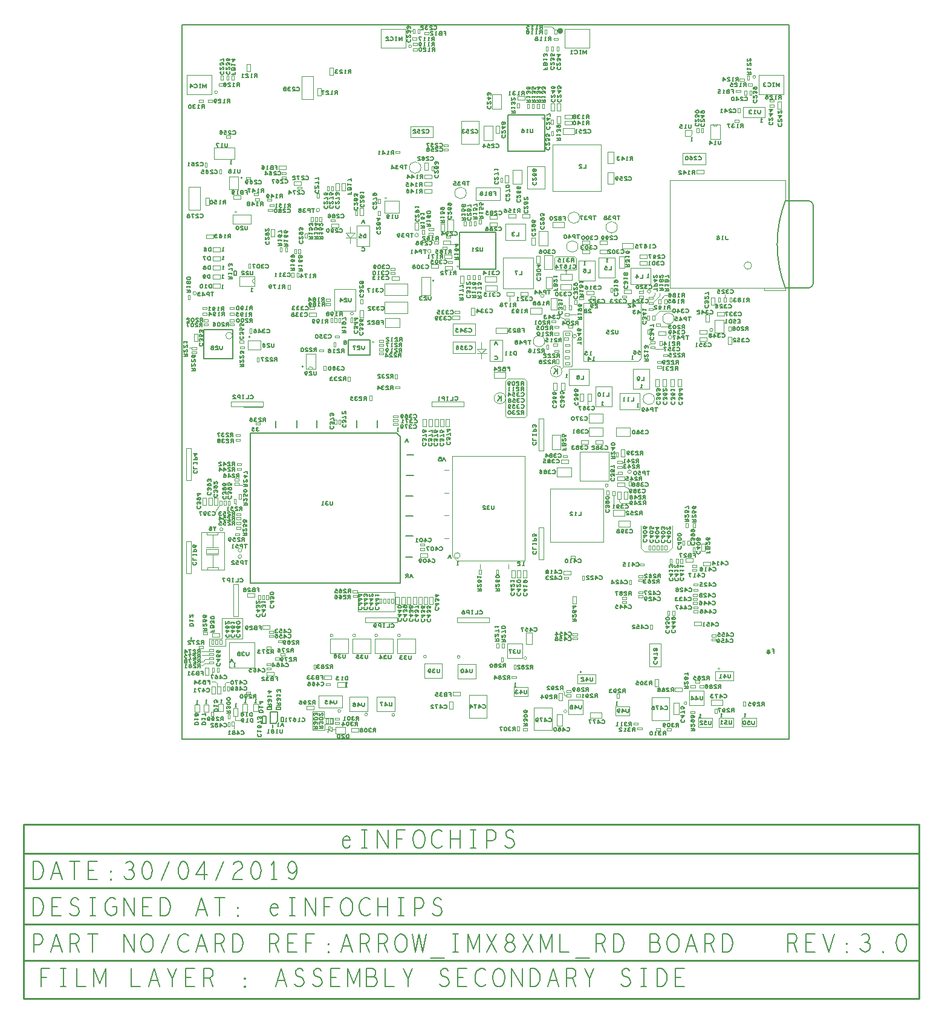
<source format=gbr>
G04 ================== begin FILE IDENTIFICATION RECORD ==================*
G04 Layout Name:  D:/ml/database/eI_Arrow_IMX8XML_RD_LAYOUT1.brd*
G04 Film Name:    asb.gbr*
G04 File Format:  Gerber RS274X*
G04 File Origin:  Cadence Allegro 17.2-S053*
G04 Origin Date:  Tue Jul 23 18:18:46 2019*
G04 *
G04 Layer:  DRAWING FORMAT/ASB*
G04 Layer:  DRAWING FORMAT/FILM_LABEL_OUTLINE*
G04 Layer:  REF DES/ASSEMBLY_BOTTOM*
G04 Layer:  PACKAGE GEOMETRY/ASSEMBLY_BOTTOM*
G04 Layer:  BOARD GEOMETRY/ASSEMBLY_BOTTOM*
G04 Layer:  BOARD GEOMETRY/OUTLINE*
G04 *
G04 Offset:    (0.00 0.00)*
G04 Mirror:    No*
G04 Mode:      Positive*
G04 Rotation:  0*
G04 FullContactRelief:  No*
G04 UndefLineWidth:     5.00*
G04 ================== end FILE IDENTIFICATION RECORD ====================*
%FSLAX25Y25*MOIN*%
%IR0*IPPOS*OFA0.00000B0.00000*MIA0B0*SFA1.00000B1.00000*%
%ADD10C,.01*%
%ADD11C,.0157*%
%ADD12C,.004*%
%ADD13C,.005*%
%ADD14C,.006*%
%ADD15C,.00435*%
%ADD16C,.00197*%
G75*
%LPD*%
G75*
G54D10*
G01X-118821Y-106640D02*
Y-202840D01*
G01D02*
X356679D01*
G01X-118821Y-181840D02*
X374979D01*
G01X-118821Y-161840D02*
X374979D01*
G01X-118821Y-141840D02*
X374979D01*
G01X355879Y-202840D02*
X374979D01*
Y-106640D01*
X355579D01*
G01X-118821Y-122640D02*
X374979D01*
G01X-118821Y-106640D02*
X356679D01*
G54D11*
G01X177938Y330533D02*
G03I-783J0D01*
G54D12*
G01X2717Y123216D02*
X12917D01*
G01X85900Y14500D02*
Y21300D01*
X65500D01*
Y10600D01*
X85800D01*
X85900Y10700D01*
Y14500D01*
G01X46100Y-54800D02*
X40600D01*
Y-44500D01*
X47000D01*
X47100Y-44600D01*
Y-48000D01*
X52100D01*
Y-51500D01*
X47300D01*
Y-54800D01*
X46100D01*
G01X35700Y145600D02*
G03I-500J0D01*
G01X56187Y-44300D02*
G03I-788J0D01*
G01X168239Y282300D02*
G03I-539J0D01*
G01X121239Y200700D02*
G03I-539J0D01*
G01X180600Y-35700D02*
X179500D01*
X179400Y-35600D01*
Y-33900D01*
X178600Y-33100D01*
G01X-16381Y-18191D02*
X-18891D01*
X-19900Y-19200D01*
X-20800D01*
G01X-16381Y-15891D02*
X-18591D01*
X-19800Y-17100D01*
X-20900D01*
G01X-16364Y-13575D02*
X-20475D01*
G01X-16364Y-11375D02*
X-20700Y-11400D01*
G01X-14791Y-22781D02*
Y-24391D01*
X-14800Y-24400D01*
G01X-11983Y-30684D02*
Y-29117D01*
X-12900Y-28200D01*
X-15000D01*
G01X-7592Y-30703D02*
Y-28992D01*
X-7000Y-28400D01*
X-5400D01*
G01X-16500Y-8500D02*
X-7500D01*
Y-4500D01*
X2000D01*
Y7000D01*
X-9500D01*
Y-4500D01*
X-16500D01*
Y-8500D01*
G01X-25864Y155725D02*
X-27475D01*
G01X215000Y70200D02*
X210500D01*
X209600Y71100D01*
Y72400D01*
G01X167900Y332800D02*
X172490D01*
X174009Y331281D01*
G01X95600Y330500D02*
X95000D01*
G01X236200Y167500D02*
X232690D01*
X232181Y168009D01*
G01X238700Y176200D02*
X231810D01*
X229191Y173581D01*
G01X236500Y184900D02*
X234710D01*
X232491Y182681D01*
G01X226581Y183991D02*
X228291D01*
X229400Y185100D01*
Y186100D01*
G01X222981Y186991D02*
Y187781D01*
X223000Y187800D01*
G01X234100Y155100D02*
X229490D01*
X229181Y155409D01*
G01X226819Y158209D02*
X226809D01*
X226000Y157400D01*
G01X268100Y183600D02*
Y185300D01*
G01X183500Y164700D02*
Y145900D01*
X183000Y145400D01*
X178900D01*
X178500Y145800D01*
Y164800D01*
X178900Y165200D01*
X183000D01*
X183500Y164700D01*
G01X158700Y137500D02*
Y118600D01*
X157700Y117600D01*
X147700D01*
X147000Y118300D01*
Y137600D01*
X148200Y138800D01*
X157400D01*
X158700Y137500D01*
G01X147050Y128100D02*
G03I-3150J0D01*
G01X178050Y142900D02*
G03I-3150J0D01*
G01X178900Y145400D02*
X177800Y144300D01*
G01X228381Y180991D02*
X228391D01*
X232000Y184600D01*
Y185900D01*
G01X215100Y78100D02*
X212700Y79400D01*
G01X206700Y73000D02*
Y74300D01*
G01Y69900D02*
Y73000D01*
G01X-1900Y-47100D02*
Y-49300D01*
X800D01*
G01X182200Y174200D02*
X186100D01*
G01X179500Y172000D02*
X177527Y172463D01*
G01X149300Y181500D02*
Y184400D01*
G01X221500Y58000D02*
Y45500D01*
X223500Y43500D01*
X236500D01*
X239000Y46000D01*
Y58000D01*
G01X182000Y183900D02*
Y179400D01*
G01X180300Y196600D02*
Y198800D01*
X180800Y198300D01*
G01X180300Y198800D02*
X179800Y198300D01*
G01X186100Y205200D02*
Y199500D01*
X185600Y199000D01*
X174300D01*
X174100Y199200D01*
Y205600D01*
X174800Y206300D01*
X185000D01*
X186100Y205200D01*
G01X193367Y321100D02*
Y331500D01*
X179567D01*
Y321100D01*
X193367D01*
G01X-11837Y296683D02*
G03I-784J0D01*
G01X-28833Y306116D02*
Y295716D01*
X-15033D01*
Y306116D01*
X-28833D01*
G01X95163Y322067D02*
G03I-784J0D01*
G01X78167Y331500D02*
Y321100D01*
X91967D01*
Y331500D01*
X78167D01*
G01X284938Y305149D02*
G03I-783J0D01*
G01X300367Y295716D02*
Y306116D01*
X286567D01*
Y295716D01*
X300367D01*
G01X216368Y87617D02*
G03I-984J0D01*
G01X1568Y44317D02*
G03I-984J0D01*
G01X-23399Y185916D02*
G03I-984J0D01*
G01X44601Y231816D02*
G03I-984J0D01*
G01X1568Y40817D02*
G03I-984J0D01*
G01X98984Y218000D02*
G03I-984J0D01*
G01X105984Y209100D02*
G03I-984J0D01*
G01X168284Y184500D02*
G03I-984J0D01*
G01X238784Y161700D02*
G03I-984J0D01*
G01X186084Y162300D02*
G03I-984J0D01*
G01X227084Y187000D02*
G03I-984J0D01*
G01X229150Y127700D02*
G03I-3150J0D01*
G01X208650Y222300D02*
G03I-3150J0D01*
G01X187850Y227600D02*
G03I-3150J0D01*
G01X168650Y159500D02*
G03I-3150J0D01*
G01X186950Y211700D02*
G03I-3150J0D01*
G01X100350Y255200D02*
G03I-3150J0D01*
G01X125350Y241200D02*
G03I-3150J0D01*
G01X239950Y172000D02*
G03I-3150J0D01*
G01X282677Y201222D02*
G03I-2060J0D01*
G01X301262Y188892D02*
Y187514D01*
X289768D01*
Y188892D01*
G01X301262D02*
X237758D01*
Y248340D01*
X301262D01*
Y236884D01*
G01X63203Y174723D02*
G03I-882J0D01*
G01X52478Y176297D02*
Y188109D01*
X64290D01*
Y176297D01*
X52478D01*
G01X51887Y-2601D02*
G03I-787J0D01*
G01X50445Y-4447D02*
X60287D01*
Y-12321D01*
X50445D01*
Y-4447D01*
G01X64288Y-2601D02*
G03I-788J0D01*
G01X62745Y-4447D02*
X72587D01*
Y-12321D01*
X62745D01*
Y-4447D01*
G01X76488Y-2601D02*
G03I-788J0D01*
G01X75045Y-4447D02*
X84887D01*
Y-12321D01*
X75045D01*
Y-4447D01*
G01X120745Y-18447D02*
X130587D01*
Y-26321D01*
X120745D01*
Y-18447D01*
G01X121958Y-14535D02*
G03I-788J0D01*
G01X102145Y-18247D02*
X111987D01*
Y-26121D01*
X102145D01*
Y-18247D01*
G01X103358Y-14335D02*
G03I-788J0D01*
G01X87345Y-4447D02*
X97187D01*
Y-12321D01*
X87345D01*
Y-4447D01*
G01X88988Y-2601D02*
G03I-788J0D01*
G01X85987Y-46400D02*
G03I-788J0D01*
G01X85821Y-44437D02*
X75979D01*
Y-36563D01*
X85821D01*
Y-44437D01*
G01X70987Y-46200D02*
G03I-788J0D01*
G01X70921Y-44337D02*
X61079D01*
Y-36463D01*
X70921D01*
Y-44337D01*
G01X261368Y165747D02*
G03I-882J0D01*
G01X262258Y171062D02*
X267376D01*
Y164370D01*
X262258D01*
Y171062D01*
G01X-2274Y259866D02*
X-13692D01*
Y266166D01*
X-2274D01*
Y259866D01*
G01X248981Y272625D02*
X245832D01*
Y275775D01*
X249768D01*
Y273413D01*
X248981Y272625D01*
G01X151480Y-31223D02*
X159354D01*
Y-36145D01*
X151480D01*
Y-31223D01*
G01X253180Y-48223D02*
X261054D01*
Y-53145D01*
X253180D01*
Y-48223D01*
G01X264780Y-48123D02*
X272654D01*
Y-53045D01*
X264780D01*
Y-48123D01*
G01X277280Y-48023D02*
X285154D01*
Y-52945D01*
X277280D01*
Y-48023D01*
G01X207580Y-41723D02*
X215454D01*
Y-46645D01*
X207580D01*
Y-41723D01*
G01X-10316Y193736D02*
X-14450D01*
Y196296D01*
X-10316D01*
Y193736D01*
G01Y208736D02*
X-14450D01*
Y211296D01*
X-10316D01*
Y208736D01*
G01Y188736D02*
X-14450D01*
Y191296D01*
X-10316D01*
Y188736D01*
G01X-603Y-42817D02*
Y-46951D01*
X-3163D01*
Y-42817D01*
X-603D01*
G01X-10316Y198736D02*
X-14450D01*
Y201296D01*
X-10316D01*
Y198736D01*
G01Y203736D02*
X-14450D01*
Y206296D01*
X-10316D01*
Y203736D01*
G01X10597Y-40417D02*
Y-44551D01*
X8037D01*
Y-40417D01*
X10597D01*
G01X-21803Y-40717D02*
Y-44851D01*
X-24363D01*
Y-40717D01*
X-21803D01*
G01X-16703D02*
Y-44851D01*
X-19263D01*
Y-40717D01*
X-16703D01*
G01X-8703Y-40417D02*
Y-44551D01*
X-11263D01*
Y-40417D01*
X-8703D01*
G01X4597Y-40517D02*
Y-44651D01*
X2037D01*
Y-40517D01*
X4597D01*
G01X263900Y279050D02*
G02X261500Y279029I-1200J0D01*
G01X265350Y270750D02*
X260050D01*
Y279050D01*
X265350D01*
Y270750D01*
G01X8667Y191416D02*
G02X8646Y193816I0J1200D01*
G01X367Y189966D02*
Y195266D01*
X8667D01*
Y189966D01*
X367D01*
G01X38316Y144233D02*
G02X40716Y144254I1200J0D01*
G01X36866Y152533D02*
X42166D01*
Y144233D01*
X36866D01*
Y152533D01*
G01X117803Y96111D02*
X157567D01*
Y38631D01*
X120303D01*
X117803Y41131D01*
Y96111D01*
G01X115638Y88631D02*
X113276D01*
G01X115638Y76032D02*
X113276D01*
G01X115638Y63434D02*
X113276D01*
G01X115638Y50836D02*
X113276D01*
G01X132961Y36662D02*
Y34300D01*
G01X148709Y36662D02*
Y34300D01*
G01X121937Y41387D02*
G03I-1575J0D01*
G01X81417Y238316D02*
G03I-500J0D01*
G01X80267Y236966D02*
Y230266D01*
X88167D01*
Y236966D01*
X80267D01*
G01X100667Y194916D02*
Y184916D01*
X105567D01*
Y194916D01*
X100667D01*
G01X107617Y193016D02*
G03I-500J0D01*
G01X186617Y-29134D02*
X196617D01*
Y-24234D01*
X186617D01*
Y-29134D01*
G01X189017Y-22684D02*
G03I-500J0D01*
G01X262717Y-27434D02*
X272717D01*
Y-22534D01*
X262717D01*
Y-27434D01*
G01X265117Y-20984D02*
G03I-500J0D01*
G01X-3483Y224266D02*
X6517D01*
Y229166D01*
X-3483D01*
Y224266D01*
G01X-1083Y230716D02*
G03I-500J0D01*
G01X-5283Y-6484D02*
X8517D01*
Y-20284D01*
X-5283D01*
Y-6484D01*
G01X-4303Y-20284D02*
X-5283Y-19304D01*
G01X6217Y161816D02*
G03I-500J0D01*
G01X4967Y159816D02*
Y155016D01*
X12067D01*
Y159816D01*
X4967D01*
G01X2017Y249616D02*
G03I-500J0D01*
G01X-483Y250366D02*
X-5283D01*
Y243266D01*
X-483D01*
Y250366D01*
G01X167995Y116874D02*
Y99158D01*
X165239D01*
Y116874D01*
X167995D01*
G01X-205Y25673D02*
Y7957D01*
X-2961D01*
Y25673D01*
X-205D01*
G01X-29161Y82758D02*
Y100474D01*
X-26405D01*
Y82758D01*
X-29161D01*
G01X120359Y7310D02*
X138075D01*
Y4554D01*
X120359D01*
Y7310D01*
G01X69559D02*
X87275D01*
Y4554D01*
X69559D01*
Y7310D01*
G01X-26405Y49374D02*
Y31658D01*
X-29161D01*
Y49374D01*
X-26405D01*
G01X106259Y126194D02*
X123975D01*
Y123438D01*
X106259D01*
Y126194D01*
G01X-4341D02*
X13375D01*
Y123438D01*
X-4341D01*
Y126194D01*
G01X167995Y56874D02*
Y39158D01*
X165239D01*
Y56874D01*
X167995D01*
G01X-8184Y54052D02*
Y33580D01*
X-20782D01*
Y54052D01*
X-8184D01*
G01X-14483Y44997D02*
X-18026D01*
Y42635D01*
X-11333D01*
Y44997D01*
X-14483D01*
G01X-18026Y45785D02*
X-11333D01*
G01Y41847D02*
X-18026D01*
G01X-14483Y45785D02*
Y52871D01*
X-17633D01*
Y54052D01*
G01X-14483Y52871D02*
X-11727D01*
Y54052D01*
G01X-14483Y34761D02*
X-17239D01*
Y33580D01*
G01X-14483Y41847D02*
Y34761D01*
X-11333D01*
Y33580D01*
G01X-8719Y55800D02*
G03I-881J0D01*
G01X58476Y-56656D02*
X53358D01*
Y-53112D01*
X58476D01*
Y-56656D01*
G01X48648Y-55496D02*
Y-55890D01*
X49436D01*
Y-52740D01*
X50223D01*
Y-53134D01*
G01X49436Y-54315D02*
X51404Y-55496D01*
Y-53134D01*
X49436Y-54315D01*
X47861D01*
G01X51404D02*
X52979D01*
G01X289984Y282944D02*
X278016D01*
Y288456D01*
X289984D01*
Y282944D01*
G01X57113Y-35718D02*
Y-42410D01*
X44121D01*
Y-35718D01*
X57113D01*
G01X200721Y107107D02*
X192847D01*
Y112028D01*
X200721D01*
Y107107D01*
G01X175347Y89927D02*
X183221D01*
Y85006D01*
X175347D01*
Y89927D01*
G01X207863Y112010D02*
X215737D01*
Y107089D01*
X207863D01*
Y112010D01*
G01X200737Y114590D02*
X192863D01*
Y119511D01*
X200737D01*
Y114590D01*
G01X170210Y220137D02*
Y212263D01*
X165289D01*
Y220137D01*
X170210D01*
G01X168190Y199063D02*
Y206937D01*
X173111D01*
Y199063D01*
X168190D01*
G01X150990Y246063D02*
Y253937D01*
X155911D01*
Y246063D01*
X150990D01*
G01X139790Y287663D02*
Y295537D01*
X144711D01*
Y287663D01*
X139790D01*
G01X140010Y278237D02*
Y270363D01*
X135089D01*
Y278237D01*
X140010D01*
G01X237317Y-36784D02*
Y-49384D01*
X227517D01*
Y-36784D01*
X237317D01*
G01X172517Y-42284D02*
Y-54884D01*
X162717D01*
Y-42284D01*
X172517D01*
G01X136641Y-35558D02*
Y-48158D01*
X126841D01*
Y-35558D01*
X136641D01*
G01X159000Y243400D02*
Y256000D01*
X168800D01*
Y243400D01*
X159000D01*
G01X132300Y280900D02*
Y268300D01*
X122500D01*
Y280900D01*
X132300D01*
G01X257316Y256966D02*
X244718D01*
Y263266D01*
X257316D01*
Y256966D01*
G01X40867Y305415D02*
Y292817D01*
X34567D01*
Y305415D01*
X40867D01*
G01X226467Y-19783D02*
Y-7185D01*
X232767D01*
Y-19783D01*
X226467D01*
G01X130416Y162866D02*
X117818D01*
Y169166D01*
X130416D01*
Y162866D01*
G01X80318Y181266D02*
X92916D01*
Y174966D01*
X80318D01*
Y181266D01*
G01X130416Y152966D02*
X117818D01*
Y159266D01*
X130416D01*
Y152966D01*
G01X107082Y271734D02*
X94484D01*
Y278034D01*
X107082D01*
Y271734D01*
G01X80318Y191166D02*
X92916D01*
Y184866D01*
X80318D01*
Y191166D01*
G01X-21450Y244499D02*
Y231901D01*
X-27750D01*
Y244499D01*
X-21450D01*
G01X212784Y100017D02*
Y96017D01*
X210784D01*
Y100017D01*
X212784D01*
G01X231184Y-26783D02*
Y-30783D01*
X229184D01*
Y-26783D01*
X231184D01*
G01X45317Y298916D02*
Y294916D01*
X43317D01*
Y298916D01*
X45317D01*
G01X256217Y251916D02*
X252217D01*
Y253916D01*
X256217D01*
Y251916D01*
G01X-18500Y234400D02*
Y238400D01*
X-16500D01*
Y234400D01*
X-18500D01*
G01X212400Y72500D02*
Y76500D01*
X214400D01*
Y72500D01*
X212400D01*
G01X210700Y76500D02*
Y72500D01*
X208700D01*
Y76500D01*
X210700D01*
G01X212700Y82800D02*
X208700D01*
Y84800D01*
X212700D01*
Y82800D01*
G01X240317Y-31384D02*
X244317D01*
Y-33384D01*
X240317D01*
Y-31384D01*
G01X178417Y-34484D02*
Y-38484D01*
X176417D01*
Y-34484D01*
X178417D01*
G01X65917Y-55884D02*
X61917D01*
Y-53884D01*
X65917D01*
Y-55884D01*
G01X41417Y-43584D02*
X37417D01*
Y-41584D01*
X41417D01*
Y-43584D01*
G01X6316Y312083D02*
Y308083D01*
X4316D01*
Y312083D01*
X6316D01*
G01X51884Y310317D02*
Y306317D01*
X49884D01*
Y310317D01*
X51884D01*
G01X-13983Y216116D02*
X-17983D01*
Y218116D01*
X-13983D01*
Y216116D01*
G01X106200Y249200D02*
X102200D01*
Y251200D01*
X106200D01*
Y249200D01*
G01Y245200D02*
X102200D01*
Y247200D01*
X106200D01*
Y245200D01*
G01Y241200D02*
X102200D01*
Y243200D01*
X106200D01*
Y241200D01*
G01X113600Y200900D02*
X117600D01*
Y198900D01*
X113600D01*
Y200900D01*
G01X112800Y214900D02*
X116800D01*
Y212900D01*
X118600D01*
X112800D01*
Y214900D01*
G01X151600Y184600D02*
X147600D01*
Y186600D01*
X151600D01*
Y184600D01*
G01X122100Y191400D02*
Y195400D01*
X124100D01*
Y191400D01*
X122100D01*
G01X117300Y205100D02*
X113300D01*
Y207100D01*
X117300D01*
Y205100D01*
G01X111400Y220300D02*
Y224300D01*
X113400D01*
Y220300D01*
X111400D01*
G01X152800Y227500D02*
X148800D01*
Y229500D01*
X152800D01*
Y227500D01*
G01X157700Y292400D02*
X153700D01*
Y294400D01*
X157700D01*
Y292400D01*
G01X177300Y283400D02*
Y279400D01*
X175300D01*
Y283400D01*
X177300D01*
G01X179500Y284300D02*
X183500D01*
Y282300D01*
X179500D01*
Y284300D01*
G01Y280800D02*
X183500D01*
Y278800D01*
X179500D01*
Y280800D01*
G01X183900Y14900D02*
Y18900D01*
X185900D01*
Y14900D01*
X183900D01*
G01X212550Y63376D02*
X206250D01*
Y66624D01*
X212550D01*
Y63376D01*
G01X203376Y257550D02*
Y263850D01*
X206624D01*
Y257550D01*
X203376D01*
G01X175224Y183250D02*
Y176950D01*
X171976D01*
Y183250D01*
X175224D01*
G01X160750Y177724D02*
X167050D01*
Y174476D01*
X160750D01*
Y177724D01*
G01X183750Y193376D02*
X177450D01*
Y196624D01*
X183750D01*
Y193376D01*
G01X209476Y199950D02*
Y206250D01*
X212724D01*
Y199950D01*
X209476D01*
G01X80680Y172126D02*
X88554D01*
Y167205D01*
X80680D01*
Y172126D01*
G01X177410Y107837D02*
Y99963D01*
X172489D01*
Y107837D01*
X177410D01*
G01X140551Y142475D02*
X146850D01*
Y139325D01*
X140551D01*
Y142475D01*
G01X147949Y163825D02*
X141650D01*
Y166975D01*
X147949D01*
Y163825D01*
G01X179149Y222125D02*
X172850D01*
Y225275D01*
X179149D01*
Y222125D01*
G01X169425Y188451D02*
Y194750D01*
X172575D01*
Y188451D01*
X169425D01*
G01X-18700Y-24400D02*
Y-20400D01*
X-16700D01*
Y-24400D01*
X-18700D01*
G01X19217Y-24684D02*
X15217D01*
Y-22684D01*
X19217D01*
Y-24684D01*
G01X16817Y816D02*
X12817D01*
Y2816D01*
X16817D01*
Y816D01*
G01X-10800Y-3500D02*
X-14800D01*
Y-1500D01*
X-10800D01*
Y-3500D01*
G01X-11983Y-34684D02*
Y-30684D01*
X-9983D01*
Y-34684D01*
X-11983D01*
G01X8717Y18716D02*
X4717D01*
Y20716D01*
X8717D01*
Y18716D01*
G01X254817Y44016D02*
Y48016D01*
X256817D01*
Y44016D01*
X254817D01*
G01X246417Y39816D02*
X250417D01*
Y37816D01*
X246417D01*
Y39816D01*
G01X58617Y246616D02*
Y242616D01*
X56617D01*
Y246616D01*
X58617D01*
G01X51116Y-26617D02*
X47116D01*
Y-24617D01*
X51116D01*
Y-26617D01*
G01X22017Y256116D02*
X26017D01*
Y254116D01*
X22017D01*
Y256116D01*
G01X-3083Y239916D02*
X917D01*
Y237916D01*
X-3083D01*
Y239916D01*
G01X122100Y-35900D02*
X118100D01*
Y-33900D01*
X122100D01*
Y-35900D01*
G01X158342Y-7333D02*
Y-1034D01*
X161492D01*
Y-7333D01*
X158342D01*
G01X260368Y-38009D02*
X266667D01*
Y-41159D01*
X260368D01*
Y-38009D01*
G01X193768Y-45109D02*
X200067D01*
Y-48259D01*
X193768D01*
Y-45109D01*
G01X242792Y-39935D02*
Y-46234D01*
X239642D01*
Y-39935D01*
X242792D01*
G01X178292Y-46135D02*
Y-52434D01*
X175142D01*
Y-46135D01*
X178292D01*
G01X215549Y57325D02*
X209250D01*
Y60475D01*
X215549D01*
Y57325D01*
G01X135851Y190375D02*
X142150D01*
Y187225D01*
X135851D01*
Y190375D01*
G01X135751Y195375D02*
X142050D01*
Y192225D01*
X135751D01*
Y195375D01*
G01X203425Y246151D02*
Y252450D01*
X206575D01*
Y246151D01*
X203425D01*
G01X178551Y276775D02*
X184850D01*
Y273625D01*
X178551D01*
Y276775D01*
G01X115125Y220251D02*
Y226550D01*
X118275D01*
Y220251D01*
X115125D01*
G01X177151Y190875D02*
X183450D01*
Y187725D01*
X177151D01*
Y190875D01*
G01X211151Y213575D02*
X217450D01*
Y210425D01*
X211151D01*
Y213575D01*
G01X262200Y183500D02*
Y179500D01*
X260200D01*
Y183500D01*
X262200D01*
G01X258000Y163500D02*
X254000D01*
Y165500D01*
X258000D01*
Y163500D01*
G01X271600Y161900D02*
Y157900D01*
X269600D01*
Y161900D01*
X271600D01*
G01X257400Y170200D02*
Y174200D01*
X259400D01*
Y170200D01*
X257400D01*
G01X53417Y242616D02*
Y246616D01*
X55417D01*
Y242616D01*
X53417D01*
G01X34417Y245616D02*
X30417D01*
Y247616D01*
X34417D01*
Y245616D01*
G01X-15083Y-34684D02*
Y-30684D01*
X-13083D01*
Y-34684D01*
X-15083D01*
G01X177484Y94217D02*
X181484D01*
Y92217D01*
X177484D01*
Y94217D01*
G01X254817Y2916D02*
X250817D01*
Y4916D01*
X254817D01*
Y2916D01*
G01X100917Y18616D02*
Y14616D01*
X98917D01*
Y18616D01*
X100917D01*
G01X97817D02*
Y14616D01*
X95817D01*
Y18616D01*
X97817D01*
G01X104017D02*
Y14616D01*
X102017D01*
Y18616D01*
X104017D01*
G01X158617Y33116D02*
Y29116D01*
X156617D01*
Y33116D01*
X158617D01*
G01X155417D02*
Y29116D01*
X153417D01*
Y33116D01*
X155417D01*
G01X152317D02*
Y29116D01*
X150317D01*
Y33116D01*
X152317D01*
G01X100017Y42716D02*
X104017D01*
Y40716D01*
X100017D01*
Y42716D01*
G01X-13683Y69316D02*
Y73316D01*
X-11683D01*
Y69316D01*
X-13683D01*
G01X94717Y18616D02*
Y14616D01*
X92717D01*
Y18616D01*
X94717D01*
G01X111017Y112716D02*
Y116716D01*
X113017D01*
Y112716D01*
X111017D01*
G01X114117D02*
Y116716D01*
X116117D01*
Y112716D01*
X114117D01*
G01X-20083Y69316D02*
Y73316D01*
X-18083D01*
Y69316D01*
X-20083D01*
G01X-16783D02*
Y73316D01*
X-14783D01*
Y69316D01*
X-16783D01*
G01X101417Y112716D02*
Y116716D01*
X103417D01*
Y112716D01*
X101417D01*
G01X88417Y18616D02*
Y14616D01*
X86417D01*
Y18616D01*
X88417D01*
G01X107117D02*
Y14616D01*
X105117D01*
Y18616D01*
X107117D01*
G01X91617D02*
Y14616D01*
X89617D01*
Y18616D01*
X91617D01*
G01X17717Y217116D02*
Y221116D01*
X19717D01*
Y217116D01*
X17717D01*
G01X51117Y224316D02*
X55117D01*
Y222316D01*
X51117D01*
Y224316D01*
G01X102400Y253800D02*
Y257800D01*
X104400D01*
Y253800D01*
X102400D01*
G01X42600Y173200D02*
X38600D01*
Y175200D01*
X42600D01*
Y173200D01*
G01X66617Y229016D02*
Y233016D01*
X68617D01*
Y229016D01*
X66617D01*
G01X104717Y112716D02*
Y116716D01*
X106717D01*
Y112716D01*
X104717D01*
G01X107917D02*
Y116716D01*
X109917D01*
Y112716D01*
X107917D01*
G01X118000Y-39100D02*
Y-43100D01*
X116000D01*
Y-39100D01*
X118000D01*
G01X256017Y38016D02*
X260017D01*
Y36016D01*
X256017D01*
Y38016D01*
G01X68617Y176616D02*
Y172616D01*
X66617D01*
Y176616D01*
X68617D01*
G01X-24784Y159683D02*
Y163683D01*
X-22784D01*
Y159683D01*
X-24784D01*
G01X128117Y174016D02*
Y178016D01*
X130117D01*
Y174016D01*
X128117D01*
G01X121517Y171616D02*
X117517D01*
Y173616D01*
X121517D01*
Y171616D01*
G01X84217Y195316D02*
X88217D01*
Y193316D01*
X84217D01*
Y195316D01*
G01X267617Y173516D02*
X263617D01*
Y175516D01*
X267617D01*
Y173516D01*
G01X258000Y159600D02*
X254000D01*
Y161600D01*
X258000D01*
Y159600D01*
G01X99000Y224800D02*
Y220800D01*
X97000D01*
Y224800D01*
X99000D01*
G01X299100Y291600D02*
Y287600D01*
X297100D01*
Y291600D01*
X299100D01*
G01X200600Y102800D02*
X196600D01*
Y104800D01*
X200600D01*
Y102800D01*
G01X110100Y199800D02*
X106100D01*
Y201800D01*
X110100D01*
Y199800D01*
G01X146800Y246900D02*
Y250900D01*
X148800D01*
Y246900D01*
X146800D01*
G01X143800Y278100D02*
Y274100D01*
X141800D01*
Y278100D01*
X143800D01*
G01X178900Y32900D02*
X182900D01*
Y30900D01*
X178900D01*
Y32900D01*
G01X242000Y134500D02*
Y138500D01*
X244000D01*
Y134500D01*
X242000D01*
G01X233501Y134532D02*
Y138532D01*
X235501D01*
Y134532D01*
X233501D01*
G01X229801D02*
Y138532D01*
X231801D01*
Y134532D01*
X229801D01*
G01X237901D02*
Y138532D01*
X239901D01*
Y134532D01*
X237901D01*
G01X203000Y208000D02*
X199000D01*
Y210000D01*
X203000D01*
Y208000D01*
G01Y212800D02*
X199000D01*
Y214800D01*
X203000D01*
Y212800D01*
G01X224900Y205200D02*
X220900D01*
Y207200D01*
X224900D01*
Y205200D01*
G01Y201700D02*
X220900D01*
Y203700D01*
X224900D01*
Y201700D01*
G01X188100Y126600D02*
Y130600D01*
X190100D01*
Y126600D01*
X188100D01*
G01X192300D02*
Y124500D01*
Y130600D01*
X194300D01*
Y126600D01*
X192300D01*
G01X179600Y136600D02*
Y132600D01*
X177600D01*
Y136600D01*
X179600D01*
G01X175200D02*
Y132600D01*
X173200D01*
Y136600D01*
X175200D01*
G01X189442Y209816D02*
X193442D01*
Y207816D01*
X189442D01*
Y209816D01*
G01X189400Y214800D02*
X193400D01*
Y212800D01*
X189400D01*
Y214800D01*
G01X231400Y164900D02*
X235400D01*
Y162900D01*
X231400D01*
Y164900D01*
G01X212332Y187933D02*
X216332D01*
Y185933D01*
X212332D01*
Y187933D01*
G01X195768Y185367D02*
X191768D01*
Y187367D01*
X195768D01*
Y185367D01*
G01X160200Y227500D02*
X156200D01*
Y229500D01*
X160200D01*
Y227500D01*
G01X159300Y184600D02*
X155300D01*
Y186600D01*
X159300D01*
Y184600D01*
G01X163400Y216600D02*
Y212600D01*
X161400D01*
Y216600D01*
X163400D01*
G01X164000Y202600D02*
Y206600D01*
X166000D01*
Y202600D01*
X164000D01*
G01X138400Y228800D02*
X142400D01*
Y226800D01*
X138400D01*
Y228800D01*
G01Y225000D02*
X142400D01*
Y223000D01*
X138400D01*
Y225000D01*
G01X188600Y104800D02*
X192600D01*
Y102800D01*
X188600D01*
Y104800D01*
G01X175300Y286600D02*
Y290600D01*
X177300D01*
Y286600D01*
X175300D01*
G01X172000D02*
Y290600D01*
X174000D01*
Y286600D01*
X172000D01*
G01X208700Y81400D02*
X212700D01*
Y79400D01*
X208700D01*
Y81400D01*
G01X54909Y113819D02*
X56091D01*
Y116181D01*
X54909D01*
Y113819D01*
G01X52709D02*
X53891D01*
Y116181D01*
X52709D01*
Y113819D01*
G01X279891Y297481D02*
X278709D01*
Y295119D01*
X279891D01*
Y297481D01*
G01X98609Y329219D02*
X99791D01*
Y331581D01*
X98609D01*
Y329219D01*
G01X-6791Y303519D02*
X-5609D01*
Y305881D01*
X-6791D01*
Y303519D01*
G01X173391Y321881D02*
X172209D01*
Y319519D01*
X173391D01*
Y321881D01*
G01X-10909Y-20419D02*
X-12091D01*
Y-22781D01*
X-10909D01*
Y-20419D01*
G01X-11725Y-5102D02*
X-12907D01*
Y-7464D01*
X-11725D01*
Y-5102D01*
G01X-9525D02*
X-10707D01*
Y-7464D01*
X-9525D01*
Y-5102D01*
G01X15236Y-20293D02*
Y-21475D01*
X17598D01*
Y-20293D01*
X15236D01*
G01X16636Y-2393D02*
Y-3575D01*
X18998D01*
Y-2393D01*
X16636D01*
G01X-5292Y-30703D02*
X-6474D01*
Y-33065D01*
X-5292D01*
Y-30703D01*
G01X-13609Y-20419D02*
X-14791D01*
Y-22781D01*
X-13609D01*
Y-20419D01*
G01X-13925Y-5102D02*
X-15107D01*
Y-7464D01*
X-13925D01*
Y-5102D01*
G01X15236Y-17993D02*
Y-19175D01*
X17598D01*
Y-17993D01*
X15236D01*
G01X16636Y-193D02*
Y-1375D01*
X18998D01*
Y-193D01*
X16636D01*
G01X-7592Y-30703D02*
X-8774D01*
Y-33065D01*
X-7592D01*
Y-30703D01*
G01X50197Y-30208D02*
Y-29026D01*
X47835D01*
Y-30208D01*
X50197D01*
G01X16136Y232307D02*
Y231125D01*
X18498D01*
Y232307D01*
X16136D01*
G01X44208Y240897D02*
X43026D01*
Y238535D01*
X44208D01*
Y240897D01*
G01X50736Y226607D02*
Y225425D01*
X53098D01*
Y226607D01*
X50736D01*
G01X36326Y216535D02*
X37508D01*
Y218897D01*
X36326D01*
Y216535D01*
G01X25998Y249125D02*
Y250307D01*
X23636D01*
Y249125D01*
X25998D01*
G01X34798Y243425D02*
Y244607D01*
X32436D01*
Y243425D01*
X34798D01*
G01X25998Y251525D02*
Y252707D01*
X23636D01*
Y251525D01*
X25998D01*
G01X48526Y242635D02*
X49708D01*
Y244997D01*
X48526D01*
Y242635D01*
G01X50826D02*
X52008D01*
Y244997D01*
X50826D01*
Y242635D01*
G01X113036Y265707D02*
Y264525D01*
X115398D01*
Y265707D01*
X113036D01*
G01X83736Y197607D02*
Y196425D01*
X86098D01*
Y197607D01*
X83736D01*
G01Y199807D02*
Y198625D01*
X86098D01*
Y199807D01*
X83736D01*
G01X121498Y174925D02*
Y176107D01*
X119136D01*
Y174925D01*
X121498D01*
G01X113036Y268007D02*
Y266825D01*
X115398D01*
Y268007D01*
X113036D01*
G01X106209Y253419D02*
X107391D01*
Y255781D01*
X106209D01*
Y253419D01*
G01X265408Y183497D02*
X264226D01*
Y181135D01*
X265408D01*
Y183497D01*
G01X77908Y231097D02*
X76726D01*
Y228735D01*
X77908D01*
Y231097D01*
G01X76726Y235435D02*
X77908D01*
Y237797D01*
X76726D01*
Y235435D01*
G01X55298Y161525D02*
Y162707D01*
X52936D01*
Y161525D01*
X55298D01*
G01X62775Y172398D02*
X61593D01*
Y170036D01*
X62775D01*
Y172398D01*
G01X66992Y180103D02*
X68174D01*
Y182465D01*
X66992D01*
Y180103D01*
G01X262981Y-3291D02*
Y-2109D01*
X260619D01*
Y-3291D01*
X262981D01*
G01Y-5491D02*
Y-4309D01*
X260619D01*
Y-5491D01*
X262981D01*
G01X186481Y-2691D02*
Y-1509D01*
X184119D01*
Y-2691D01*
X186481D01*
G01Y-4891D02*
Y-3709D01*
X184119D01*
Y-4891D01*
X186481D01*
G01X30208Y197297D02*
X29026D01*
Y194935D01*
X30208D01*
Y197297D01*
G01X39119Y178491D02*
Y177309D01*
X41481D01*
Y178491D01*
X39119D01*
G01X3936Y250007D02*
Y248825D01*
X6298D01*
Y250007D01*
X3936D01*
G01X-10791Y251919D02*
X-9609D01*
Y254281D01*
X-10791D01*
Y251919D01*
G01X5826Y164035D02*
X7008D01*
Y166397D01*
X5826D01*
Y164035D01*
G01X2798Y158625D02*
Y159807D01*
X436D01*
Y158625D01*
X2798D01*
G01X178639Y96701D02*
Y95519D01*
X181001D01*
Y96701D01*
X178639D01*
G01X216191Y82181D02*
X215009D01*
Y79819D01*
X216191D01*
Y82181D01*
G01X208819Y87391D02*
Y86209D01*
X207800Y86200D01*
X211181Y86209D01*
Y87391D01*
X208819D01*
G01X85136Y118707D02*
Y117525D01*
X87498D01*
Y118707D01*
X85136D01*
G01X6408Y202097D02*
X5226D01*
Y199735D01*
X6408D01*
Y202097D01*
G01X47874Y145965D02*
X46692D01*
Y143603D01*
X47874D01*
Y145965D01*
G01X268591Y183581D02*
X267409D01*
Y181219D01*
X268591D01*
Y183581D01*
G01X276191Y287881D02*
X275009D01*
Y285519D01*
X276191D01*
Y287881D01*
G01X255991Y276781D02*
X254809D01*
Y274419D01*
X255991D01*
Y276781D01*
G01X16308Y19497D02*
X15126D01*
Y17135D01*
X16308D01*
Y19497D01*
G01X14108D02*
X12926D01*
Y17135D01*
X14108D01*
Y19497D01*
G01X11908D02*
X10726D01*
Y17135D01*
X11908D01*
Y19497D01*
G01X100036Y47907D02*
Y46725D01*
X102398D01*
Y47907D01*
X100036D01*
G01X85136Y116507D02*
Y115325D01*
X87498D01*
Y116507D01*
X85136D01*
G01X100036Y45407D02*
Y44225D01*
X102398D01*
Y45407D01*
X100036D01*
G01X78708Y17597D02*
X77526D01*
Y15235D01*
X78708D01*
Y17597D01*
G01X85136Y114307D02*
Y113125D01*
X87498D01*
Y114307D01*
X85136D01*
G01X83108Y17597D02*
X81926D01*
Y15235D01*
X83108D01*
Y17597D01*
G01X80908D02*
X79726D01*
Y15235D01*
X80908D01*
Y17597D01*
G01X85308D02*
X84126D01*
Y15235D01*
X85308D01*
Y17597D01*
G01X-10574Y69235D02*
X-9392D01*
Y71597D01*
X-10574D01*
X-10600Y69300D01*
X-13000Y65600D01*
X-10574Y69235D01*
G01X-6174D02*
X-4992D01*
Y71597D01*
X-6174D01*
Y69235D01*
G01X-8374D02*
X-7192D01*
Y71597D01*
X-8374D01*
Y69235D01*
G01X213798Y15125D02*
Y16307D01*
X211436D01*
Y15125D01*
X213798D01*
G01X203875Y77198D02*
X202693D01*
Y74836D01*
X203875D01*
Y77198D01*
G01X64226Y229035D02*
X65408D01*
Y231397D01*
X64226D01*
Y229035D01*
G01X252798Y19025D02*
Y20207D01*
X250436D01*
Y19025D01*
X252798D01*
G01X-4892Y-50303D02*
X-6074D01*
Y-52665D01*
X-4892D01*
Y-50303D01*
G01X-4635Y271626D02*
Y272808D01*
X-6997D01*
Y271626D01*
X-4635D01*
G01X-2692Y-50203D02*
X-3874D01*
Y-52565D01*
X-2692D01*
X-2700Y-54200D01*
X-2692Y-50203D01*
G01X-17609Y257881D02*
X-18791D01*
Y255519D01*
X-17609D01*
Y257881D01*
G01X239026Y8635D02*
X240208D01*
Y10997D01*
X239026D01*
Y8635D01*
G01X253098Y21825D02*
Y23007D01*
X250736D01*
Y21825D01*
X253098D01*
G01X220336Y19407D02*
Y18225D01*
X222698D01*
Y19407D01*
X220336D01*
G01X242308Y39497D02*
X241126D01*
Y37135D01*
X242308D01*
Y39497D01*
G01X215226Y25635D02*
X216408D01*
Y27997D01*
X215226D01*
Y25635D01*
G01X247426Y47135D02*
X248608D01*
Y49497D01*
X247426D01*
Y47135D01*
G01X250226Y43535D02*
X251408D01*
Y45897D01*
X250226D01*
Y43535D01*
G01X253591Y276781D02*
X252409D01*
Y274419D01*
X253591D01*
Y276781D01*
G01X227908Y3297D02*
X226726D01*
Y935D01*
X227908D01*
Y3297D01*
G01X252898Y9925D02*
Y11107D01*
X250536D01*
Y9925D01*
X252898D01*
G01Y12125D02*
Y13307D01*
X250536D01*
Y12125D01*
X252898D01*
G01X236226Y8635D02*
X237408D01*
Y10997D01*
X236226D01*
Y8635D01*
G01X234726Y44535D02*
X235908D01*
Y46897D01*
X234726D01*
Y44535D01*
G01X232526D02*
X233708D01*
Y46897D01*
X232526D01*
Y44535D01*
G01X230326D02*
X231508D01*
Y46897D01*
X230326D01*
Y44535D01*
G01X228126D02*
X229308D01*
Y46897D01*
X228126D01*
Y44535D01*
G01X225926D02*
X227108D01*
Y46897D01*
X225926D01*
Y44535D01*
G01X252398Y32825D02*
Y34007D01*
X250036D01*
Y32825D01*
X252398D01*
G01X220336Y21607D02*
Y20425D01*
X222698D01*
Y21607D01*
X220336D01*
G01X252798Y16825D02*
Y18007D01*
X250436D01*
Y16825D01*
X252798D01*
G01X253098Y24725D02*
Y25907D01*
X250736D01*
Y24725D01*
X253098D01*
G01X244508Y39497D02*
X243326D01*
Y37135D01*
X244508D01*
Y39497D01*
G01X221036Y37007D02*
Y35825D01*
X223398D01*
Y37007D01*
X221036D01*
G01X244526Y47135D02*
X245708D01*
Y49497D01*
X244526D01*
Y47135D01*
G01X238708Y39397D02*
X237526D01*
Y37035D01*
X238708D01*
Y39397D01*
G01X252798Y14625D02*
Y15807D01*
X250436D01*
Y14625D01*
X252798D01*
G01X252398Y35025D02*
Y36207D01*
X250036D01*
Y35025D01*
X252398D01*
G01X292619Y289791D02*
Y288609D01*
X294981D01*
Y289791D01*
X292619D01*
G01X196281Y182909D02*
Y184091D01*
X193919D01*
Y182909D01*
X196281D01*
G01X127191Y195881D02*
X126009D01*
Y193519D01*
X127191D01*
Y195881D01*
G01X126809Y223219D02*
X127991D01*
Y225581D01*
X126809D01*
Y223219D01*
G01X144209Y247319D02*
X145391D01*
Y249681D01*
X144209D01*
Y247319D01*
G01X172109Y279119D02*
X173291D01*
Y281481D01*
X172109D01*
Y279119D01*
G01X173391Y275381D02*
X172209D01*
Y273019D01*
X173391D01*
Y275381D01*
G01X211419Y184591D02*
Y183409D01*
X213781D01*
Y184591D01*
X211419D01*
G01X204809Y186619D02*
X205991D01*
Y188981D01*
X204809D01*
Y186619D01*
G01X228009Y171219D02*
X229191D01*
Y173581D01*
X228009D01*
Y171219D01*
G01X225009D02*
X226191D01*
Y173581D01*
X225009D01*
Y171219D01*
G01X226819Y156591D02*
Y155409D01*
X229181D01*
Y156591D01*
X226819D01*
G01X181981Y150009D02*
Y151191D01*
X179619D01*
Y150009D01*
X181981D01*
G01X182181Y156809D02*
Y157991D01*
X179819D01*
Y156809D01*
X182181D01*
G01X181981Y170809D02*
Y171991D01*
X179619D01*
Y170809D01*
X181981D01*
G01X185009Y179719D02*
X186191D01*
Y182081D01*
X185009D01*
Y179719D01*
G01X178809Y177019D02*
X179991D01*
Y179381D01*
X178809D01*
Y177019D01*
G01X182009D02*
X183191D01*
Y179381D01*
X182009D01*
Y177019D01*
G01X182181Y153409D02*
Y154591D01*
X179819D01*
Y153409D01*
X182181D01*
G01X225209Y163419D02*
X226391D01*
Y165781D01*
X225209D01*
Y163419D01*
G01X220619Y187091D02*
Y185909D01*
X222981D01*
Y187091D01*
X220619D01*
G01Y184491D02*
Y183309D01*
X222981D01*
Y184491D01*
X220619D01*
G01X189209Y28019D02*
X190391D01*
Y30381D01*
X189209D01*
Y28019D01*
G01X179319Y29591D02*
Y28409D01*
X181681D01*
Y29591D01*
X179319D01*
G01X183019Y41191D02*
Y40009D01*
X185381D01*
Y41191D01*
X183019D01*
G01X-8792Y305881D02*
X-9974D01*
Y303519D01*
X-8792D01*
Y305881D01*
G01X281609Y295119D02*
X282791D01*
Y297481D01*
X281609D01*
Y295119D01*
G01X175209Y319519D02*
X176391D01*
Y321881D01*
X175209D01*
Y319519D01*
G01X96991Y331581D02*
X95809D01*
Y329219D01*
X96991D01*
Y331581D01*
G01X109881Y213309D02*
Y214491D01*
X107519D01*
Y213309D01*
X109881D01*
G01X117581Y202509D02*
Y203691D01*
X115219D01*
Y202509D01*
X117581D01*
G01X116781Y216509D02*
Y217691D01*
X114419D01*
Y216509D01*
X116781D01*
G01X206109Y74619D02*
X207291D01*
Y76981D01*
X206109D01*
Y74619D01*
G01X271191Y167681D02*
X270009D01*
Y165319D01*
X271191D01*
Y167681D01*
G01X49308Y-48603D02*
X48126D01*
Y-50965D01*
X49308D01*
Y-48603D01*
G01X51508D02*
X50326D01*
Y-50965D01*
X51508D01*
Y-48603D01*
G01X207893Y95736D02*
X209075D01*
Y98098D01*
X207893D01*
Y95736D01*
G01X144609Y-17281D02*
X145791D01*
Y-14919D01*
X144609D01*
Y-17281D01*
G01X151526Y-21065D02*
X152708D01*
Y-18703D01*
X151526D01*
Y-21065D01*
G01X146308Y-7103D02*
X145126D01*
Y-9465D01*
X146308D01*
Y-7103D01*
G01X25398Y-13775D02*
Y-12593D01*
X23036D01*
Y-13775D01*
X25398D01*
G01X-19702Y-9775D02*
Y-8593D01*
X-22064D01*
Y-9775D01*
X-19702D01*
G01X15336Y-8793D02*
Y-9975D01*
X17698D01*
Y-8793D01*
X15336D01*
G01X21536Y-5393D02*
Y-6575D01*
X23898D01*
Y-5393D01*
X21536D01*
G01X-16364Y-10193D02*
Y-11375D01*
X-14002D01*
Y-10193D01*
X-16364D01*
G01Y-12393D02*
Y-13575D01*
X-14002D01*
Y-12393D01*
X-16364D01*
G01X-16381Y-14709D02*
Y-15891D01*
X-14019D01*
Y-14709D01*
X-16381D01*
G01X4036Y-33693D02*
Y-34875D01*
X6398D01*
Y-33693D01*
X4036D01*
G01X20036Y-14793D02*
Y-15975D01*
X22398D01*
Y-14793D01*
X20036D01*
G01X-19619Y291209D02*
Y292391D01*
X-21981D01*
Y291209D01*
X-19619D01*
G01X-16981Y292391D02*
Y291209D01*
X-14619D01*
Y292391D01*
X-16981D01*
G01X42093Y225402D02*
X43275D01*
Y227764D01*
X42093D01*
Y225402D01*
G01X132326Y31235D02*
X133508D01*
Y33597D01*
X132326D01*
Y31235D01*
G01X141826D02*
X143008D01*
Y33597D01*
X141826D01*
Y31235D01*
G01X-19964Y178307D02*
Y177125D01*
X-17602D01*
Y178307D01*
X-19964D01*
G01X-19364Y169307D02*
Y168125D01*
X-17002D01*
Y169307D01*
X-19364D01*
G01Y171507D02*
Y170325D01*
X-17002D01*
Y171507D01*
X-19364D01*
G01X-19981Y175191D02*
Y174009D01*
X-17619D01*
Y175191D01*
X-19981D01*
G01X-26992Y184897D02*
X-28174D01*
Y182535D01*
X-26992D01*
Y184897D01*
G01X31926Y194935D02*
X33108D01*
Y197297D01*
X31926D01*
Y194935D01*
G01X230103Y-53892D02*
Y-55074D01*
X232465D01*
Y-53892D01*
X230103D01*
G01X217603Y-50692D02*
Y-51874D01*
X219965D01*
Y-50692D01*
X217603D01*
G01X219803Y-53292D02*
Y-54474D01*
X222165D01*
Y-53292D01*
X219803D01*
G01X238297Y-55008D02*
Y-53826D01*
X235935D01*
Y-55008D01*
X238297D01*
G01X159098Y-54975D02*
Y-53793D01*
X156736D01*
Y-54975D01*
X159098D01*
G01X153293Y-55264D02*
X154475D01*
Y-52902D01*
X153293D01*
Y-55264D01*
G01X28308Y190697D02*
X27126D01*
Y188335D01*
X28308D01*
Y190697D01*
G01X208803Y90708D02*
Y89526D01*
X211165D01*
Y90708D01*
X208803D01*
G01X-17319Y-1991D02*
Y-809D01*
X-19681D01*
Y-1991D01*
X-17319D01*
G01X-15274Y-47265D02*
X-14092D01*
Y-44903D01*
X-15274D01*
Y-47265D01*
G01X-6074Y-48365D02*
X-4892D01*
Y-46003D01*
X-6074D01*
Y-48365D01*
G01X-5064Y171507D02*
Y170325D01*
X-2702D01*
Y171507D01*
X-5064D01*
G01Y169307D02*
Y168125D01*
X-2702D01*
Y169307D01*
X-5064D01*
G01X-5181Y175091D02*
Y173909D01*
X-2819D01*
Y175091D01*
X-5181D01*
G01X-5164Y178307D02*
Y177125D01*
X-2802D01*
Y178307D01*
X-5164D01*
G01X-2775Y70102D02*
X-1593D01*
X-1600Y69100D01*
X-1593Y72464D01*
X-2775D01*
Y70102D01*
G01X125Y72702D02*
X1307D01*
Y75064D01*
X125D01*
Y72702D01*
G01X53036Y-50393D02*
Y-51575D01*
X55398D01*
Y-50393D01*
X53036D01*
G01X55398Y-49275D02*
Y-48093D01*
X53036D01*
Y-49275D01*
X55398D01*
G01X41226Y-21265D02*
X42408D01*
Y-18903D01*
X41226D01*
Y-21265D01*
G01X-1364Y57207D02*
Y56025D01*
X998D01*
Y57207D01*
X-1364D01*
G01Y64707D02*
Y63525D01*
X998D01*
Y64707D01*
X-1364D01*
G01Y62507D02*
Y61325D01*
X998D01*
Y62507D01*
X-1364D01*
G01X273415Y281391D02*
Y280209D01*
X275777D01*
Y281391D01*
X273415D01*
G01X96019Y320791D02*
Y319609D01*
X98381D01*
Y320791D01*
X96019D01*
G01X15536Y237907D02*
Y236725D01*
X17898D01*
Y237907D01*
X15536D01*
G01X9036Y238107D02*
Y236925D01*
X11398D01*
Y238107D01*
X9036D01*
G01X33908Y210097D02*
X32726D01*
Y207735D01*
X33908D01*
Y210097D01*
G01X31708D02*
X30526D01*
Y207735D01*
X31708D01*
Y210097D01*
G01X26708Y211297D02*
X25526D01*
Y208935D01*
X26708D01*
Y211297D01*
G01X23708D02*
X22526D01*
Y208935D01*
X23708D01*
Y211297D01*
G01X44393Y225436D02*
X45575D01*
Y227798D01*
X44393D01*
Y225436D01*
G01X40975Y227798D02*
X39793D01*
Y225436D01*
X40975D01*
Y227798D01*
G01X77336Y155507D02*
Y154325D01*
X79698D01*
Y155507D01*
X77336D01*
G01Y157907D02*
Y156725D01*
X79698D01*
Y157907D01*
X77336D01*
G01Y160207D02*
Y159025D01*
X79698D01*
Y160207D01*
X77336D01*
G01X175191Y331281D02*
X174009D01*
Y328919D01*
X175191D01*
Y331281D01*
G01X11108Y150697D02*
X9926D01*
Y148335D01*
X11108D01*
Y150697D01*
G01X270509Y181119D02*
X271691D01*
Y183481D01*
X270509D01*
Y181119D01*
G01X46797Y153792D02*
Y154974D01*
X44435D01*
Y153792D01*
X46797D01*
G01X280189Y303439D02*
X281371D01*
Y305801D01*
X280189D01*
Y303439D01*
G01X52209Y156419D02*
X53391D01*
Y158781D01*
X52209D01*
Y156419D01*
G01X79698Y152125D02*
Y153307D01*
X77336D01*
Y152125D01*
X79698D01*
G01X222798Y27125D02*
Y28307D01*
X220436D01*
Y27125D01*
X222798D01*
G01Y29325D02*
Y30507D01*
X220436D01*
Y29325D01*
X222798D01*
G01X96052Y323773D02*
Y322591D01*
X98414D01*
Y323773D01*
X96052D01*
G01X278478Y302905D02*
Y304087D01*
X276116D01*
Y302905D01*
X278478D01*
G01X169791Y331281D02*
X168609D01*
Y328919D01*
X169791D01*
Y331281D01*
G01X101009Y218619D02*
X102191D01*
Y220981D01*
X101009D01*
Y218619D01*
G01X104702Y219075D02*
Y217893D01*
X107064D01*
Y219075D01*
X104702D01*
G01X88798Y263125D02*
Y264307D01*
X86436D01*
Y263125D01*
X88798D01*
G01X211165Y92226D02*
Y93408D01*
X208803D01*
Y92226D01*
X211165D01*
G01X54893Y169836D02*
X56075D01*
Y172198D01*
X54893D01*
Y169836D01*
G01X53875Y172198D02*
X52693D01*
X52700Y173100D01*
X52693Y169836D01*
X53875D01*
Y172198D01*
G01X51675D02*
X50493D01*
Y169836D01*
X51675D01*
Y172198D01*
G01X-23502Y154925D02*
Y156107D01*
X-25864D01*
Y154925D01*
X-23502D01*
G01X2981Y155409D02*
Y156591D01*
X619D01*
Y155409D01*
X2981D01*
G01X-25864Y153907D02*
Y152725D01*
X-23502D01*
Y153907D01*
X-25864D01*
G01X246426Y56935D02*
X247608D01*
Y59297D01*
X246426D01*
Y56935D01*
G01X250426D02*
X251608D01*
Y59297D01*
X250426D01*
Y56935D01*
G01X87308Y141297D02*
X86126D01*
Y138935D01*
X87308D01*
Y141297D01*
G01X209608Y-34903D02*
X208426D01*
Y-37265D01*
X209608D01*
Y-34903D01*
G01X73308Y129397D02*
X72126D01*
Y127035D01*
X73308D01*
Y129397D01*
G01X88597Y133392D02*
Y134574D01*
X86235D01*
Y133392D01*
X88597D01*
G01X263508Y-43103D02*
X262326D01*
Y-45465D01*
X263508D01*
Y-43103D01*
G01X248836Y-44293D02*
Y-45475D01*
X251198D01*
Y-44293D01*
X248836D01*
G01X61291Y139981D02*
X60109D01*
Y137619D01*
X61291D01*
Y139981D01*
G01X150463Y-25032D02*
Y-26214D01*
X152825D01*
Y-25032D01*
X150463D01*
G01X279308Y-39203D02*
X278126D01*
Y-41565D01*
X279308D01*
Y-39203D01*
G01X211436Y18507D02*
Y17325D01*
X213798D01*
Y18507D01*
X211436D01*
G01X107164Y220593D02*
Y221775D01*
X104802D01*
Y220593D01*
X107164D01*
G01X50265Y181626D02*
Y182808D01*
X47903D01*
Y181626D01*
X50265D01*
G01Y179326D02*
Y180508D01*
X47903D01*
Y179326D01*
X50265D01*
G01X62803Y22108D02*
Y20926D01*
X65165D01*
Y22108D01*
X62803D01*
G01X681Y107109D02*
Y108291D01*
X-1681D01*
Y107109D01*
X681D01*
G01X1181Y91109D02*
Y92291D01*
X-1181D01*
Y91109D01*
X1181D01*
G01X294981Y291409D02*
Y292591D01*
X292619D01*
Y291409D01*
X294981D01*
G01X175988Y325532D02*
Y326714D01*
X173626D01*
Y325532D01*
X175988D01*
G01X282873Y300354D02*
Y301536D01*
X280511D01*
Y300354D01*
X282873D01*
G01X-11181Y301391D02*
Y300209D01*
X-8819D01*
Y301391D01*
X-11181D01*
G01X95753Y326873D02*
Y325691D01*
X98115D01*
Y326873D01*
X95753D01*
G01X10598Y239925D02*
Y241107D01*
X8236D01*
Y239925D01*
X10598D01*
G01X16936Y234907D02*
Y233725D01*
X19298D01*
Y234907D01*
X16936D01*
G01X112419Y211491D02*
Y210309D01*
X114781D01*
Y211491D01*
X112419D01*
G01X125191Y225581D02*
X124009D01*
Y223219D01*
X125191D01*
Y225581D01*
G01X130791D02*
X129609D01*
Y223219D01*
X130791D01*
Y225581D01*
G01X132409Y224219D02*
X133591D01*
Y226581D01*
X132409D01*
Y224219D01*
G01X129009Y193419D02*
X130191D01*
Y195781D01*
X129009D01*
Y193419D01*
G01X131809D02*
X132991D01*
Y195781D01*
X131809D01*
Y193419D01*
G01X154491Y290481D02*
X153309D01*
Y288119D01*
X154491D01*
Y290481D01*
G01X158809Y288019D02*
X159991D01*
Y290381D01*
X158809D01*
Y288019D01*
G01X167209D02*
X168391D01*
Y290381D01*
X167209D01*
Y288019D01*
G01X164409D02*
X165591D01*
Y290381D01*
X164409D01*
Y288019D01*
G01X161609D02*
X162791D01*
Y290381D01*
X161609D01*
Y288019D01*
G01X230519Y148691D02*
Y147509D01*
X232881D01*
Y148691D01*
X230519D01*
G01X233819Y152291D02*
Y151109D01*
X236181D01*
Y152291D01*
X233819D01*
G01X232881Y144709D02*
Y145891D01*
X230519D01*
Y144709D01*
X232881D01*
G01X228381Y176409D02*
Y177591D01*
X226019D01*
Y176409D01*
X228381D01*
G01X187603Y183833D02*
Y182651D01*
X189965D01*
Y183833D01*
X187603D01*
G01X229819Y169191D02*
Y168009D01*
X232181D01*
Y169191D01*
X229819D01*
G01X176381Y166809D02*
Y167991D01*
X174019D01*
Y166809D01*
X176381D01*
G01X183881Y166909D02*
Y168091D01*
X181519D01*
Y166909D01*
X183881D01*
G01X182181Y163009D02*
Y164191D01*
X179819D01*
Y163009D01*
X182181D01*
G01X174681Y169809D02*
Y170991D01*
X172319D01*
Y169809D01*
X174681D01*
G01X181781Y160209D02*
Y161391D01*
X179419D01*
Y160209D01*
X181781D01*
G01X173819Y154591D02*
Y153409D01*
X176181D01*
Y154591D01*
X173819D01*
G01X228381Y179809D02*
Y180991D01*
X226019D01*
Y179809D01*
X228381D01*
G01X179619Y174791D02*
Y173609D01*
X181981D01*
Y174791D01*
X179619D01*
G01X174019Y164191D02*
Y163009D01*
X176381D01*
Y164191D01*
X174019D01*
G01X179819Y147791D02*
Y146609D01*
X182181D01*
Y147791D01*
X179819D01*
G01X232109Y157119D02*
X233291D01*
Y159481D01*
X232109D01*
Y157119D01*
G01X175109Y147219D02*
X176291D01*
Y149581D01*
X175109D01*
Y147219D01*
G01X226819Y159391D02*
Y158209D01*
X229181D01*
Y159391D01*
X226819D01*
G01X169509Y155319D02*
X170691D01*
Y157681D01*
X169509D01*
Y155319D01*
G01X232491Y182681D02*
X231309D01*
Y180319D01*
X232491D01*
Y182681D01*
G01X173419Y158191D02*
Y157009D01*
X175781D01*
Y158191D01*
X173419D01*
G01X234709Y180319D02*
X235891D01*
Y182681D01*
X234709D01*
Y180319D01*
G01X1181Y88409D02*
Y89591D01*
X-1181D01*
Y88409D01*
X1181D01*
G01X-119Y82609D02*
Y83791D01*
X-2481D01*
Y82609D01*
X-119D01*
G01X228281Y182809D02*
Y183991D01*
X225919D01*
Y182809D01*
X228281D01*
G01X-2081Y53691D02*
Y52509D01*
X281D01*
Y53691D01*
X-2081D01*
G01X-1581Y105591D02*
Y104409D01*
X781D01*
Y105591D01*
X-1581D01*
G01X-1381Y59891D02*
Y58709D01*
X981D01*
Y59891D01*
X-1381D01*
G01X-2481Y81391D02*
Y80209D01*
X2000Y80200D01*
X-119Y80209D01*
Y81391D01*
X-2481D01*
G01X11581Y113509D02*
Y114691D01*
X9219D01*
Y113509D01*
X11581D01*
G01X183081Y-33991D02*
Y-32809D01*
X180719D01*
Y-33991D01*
X183081D01*
G01X253881Y-28691D02*
Y-27509D01*
X251519D01*
Y-28691D01*
X253881D01*
G01X-14019Y-18191D02*
Y-17009D01*
X-16381D01*
Y-18191D01*
X-14019D01*
G01X188181Y-36391D02*
Y-35209D01*
X185819D01*
Y-36391D01*
X188181D01*
G01X256381Y-31291D02*
Y-30109D01*
X254019D01*
Y-31291D01*
X256381D01*
G01X180719Y-35209D02*
Y-36391D01*
X183081D01*
Y-35209D01*
X180719D01*
G01X249119Y-30109D02*
Y-31291D01*
X251481D01*
Y-30109D01*
X249119D01*
G01X143191Y-7119D02*
X142009D01*
Y-9481D01*
X143191D01*
Y-7119D01*
G01X62819Y19691D02*
Y18509D01*
X65181D01*
Y19691D01*
X62819D01*
G01X58897Y219093D02*
X63897D01*
G01X61397D02*
Y222593D01*
G01Y216593D02*
X58897Y219093D01*
G01X63897D02*
X61397Y216593D01*
G01D02*
Y213593D01*
G01X58897Y216593D02*
X64397D01*
G01X64817Y211916D02*
Y223316D01*
X71817D01*
Y211916D01*
X64817D01*
G01X131297Y155293D02*
X136297D01*
G01X133797D02*
Y158793D01*
G01Y152793D02*
X131297Y155293D01*
G01X136297D02*
X133797Y152793D01*
G01D02*
Y149793D01*
G01X131297Y152793D02*
X136797D01*
G01X138317Y148716D02*
Y160116D01*
X145317D01*
Y148716D01*
X138317D01*
G01X-2809Y305881D02*
X-3991D01*
Y303519D01*
X-2809D01*
Y305881D01*
G01X274119Y297991D02*
Y296809D01*
X276481D01*
Y297991D01*
X274119D01*
G01X169209Y319519D02*
X170391D01*
Y321881D01*
X169209D01*
Y319519D01*
G01X104681Y328709D02*
Y329891D01*
X102319D01*
Y328709D01*
X104681D01*
G01X188060Y82643D02*
Y98391D01*
X203808D01*
Y82643D01*
X188060D01*
G01X203648Y79946D02*
G03I-855J0D01*
G01X221787Y150146D02*
Y180461D01*
X189897D01*
Y148571D01*
X220212D01*
X221787Y150146D01*
G01X220954Y121988D02*
X209930D01*
Y131044D01*
X220954D01*
Y121988D01*
G01X226928Y190930D02*
X215904D01*
Y199986D01*
X226928D01*
Y190930D01*
G01X217314Y133304D02*
Y144328D01*
X226370D01*
Y133304D01*
X217314D01*
G01X196672Y123688D02*
Y134712D01*
X205728D01*
Y123688D01*
X196672D01*
G01X182088Y144128D02*
X193112D01*
Y135072D01*
X182088D01*
Y144128D01*
G01X196270Y203828D02*
Y192804D01*
X187214D01*
Y203828D01*
X196270D01*
G01X207370Y205628D02*
Y194604D01*
X198314D01*
Y205628D01*
X207370D01*
G01X124110Y199550D02*
X125310D01*
G01D02*
X124110D01*
G01X165980Y264357D02*
Y264161D01*
G01X151020D02*
Y264357D01*
G01X173000Y268000D02*
X199600D01*
Y242200D01*
X173000D01*
Y268000D01*
G01X147100Y224100D02*
X158100D01*
Y215100D01*
X147100D01*
Y224100D01*
G01X130500Y244350D02*
X143900D01*
Y237250D01*
X130500D01*
Y244350D01*
G01X171550Y78350D02*
X201050D01*
Y48850D01*
X171550D01*
Y78350D01*
G01X145550Y205450D02*
X162450D01*
Y188550D01*
X145550D01*
Y205450D01*
G01X74417Y159116D02*
G03I-500J0D01*
G01X-3533Y162640D02*
G03I-1844J0D01*
G01X158687Y-15102D02*
G03I-788J0D01*
G01X246987Y-39900D02*
G03I-788J0D01*
G01X180787Y-44500D02*
G03I-788J0D01*
G54D13*
G01X7100Y187000D02*
Y189000D01*
X7500Y188600D01*
G01Y187000D02*
X6700D01*
G01X191494Y317882D02*
Y319882D01*
X190627Y318215D01*
X189760Y319882D01*
Y317882D01*
G01X188627Y319882D02*
X187827D01*
G01X188227D02*
Y317882D01*
G01X188627D02*
X187827D01*
G01X185094Y319715D02*
X185294Y319815D01*
X185527Y319882D01*
X185794D01*
X186094Y319782D01*
X186327Y319615D01*
X186494Y319415D01*
X186627Y319082D01*
X186660Y318782D01*
X186594Y318482D01*
X186494Y318282D01*
X186294Y318082D01*
X186060Y317949D01*
X185827Y317882D01*
X185594D01*
X185360Y317949D01*
X185160Y318049D01*
X184994Y318182D01*
G01X183427Y317882D02*
Y319882D01*
X183827Y319482D01*
G01Y317882D02*
X183027D01*
G01X-18133Y299200D02*
Y301200D01*
X-19000Y299533D01*
X-19867Y301200D01*
Y299200D01*
G01X-21000Y301200D02*
X-21800D01*
G01X-21400D02*
Y299200D01*
G01X-21000D02*
X-21800D01*
G01X-24533Y301033D02*
X-24333Y301133D01*
X-24100Y301200D01*
X-23833D01*
X-23533Y301100D01*
X-23300Y300933D01*
X-23133Y300733D01*
X-23000Y300400D01*
X-22967Y300100D01*
X-23033Y299800D01*
X-23133Y299600D01*
X-23333Y299400D01*
X-23567Y299267D01*
X-23800Y299200D01*
X-24033D01*
X-24267Y299267D01*
X-24467Y299367D01*
X-24633Y299500D01*
G01X-26600Y299200D02*
Y301200D01*
X-25367Y299767D01*
X-27033D01*
G01X89900Y325282D02*
Y327282D01*
X89033Y325615D01*
X88166Y327282D01*
Y325282D01*
G01X87033Y327282D02*
X86233D01*
G01X86633D02*
Y325282D01*
G01X87033D02*
X86233D01*
G01X83500Y327115D02*
X83700Y327215D01*
X83933Y327282D01*
X84200D01*
X84500Y327182D01*
X84733Y327015D01*
X84900Y326815D01*
X85033Y326482D01*
X85066Y326182D01*
X85000Y325882D01*
X84900Y325682D01*
X84700Y325482D01*
X84466Y325349D01*
X84233Y325282D01*
X84000D01*
X83766Y325349D01*
X83566Y325449D01*
X83400Y325582D01*
G01X82466Y326949D02*
X82266Y327149D01*
X82033Y327249D01*
X81766Y327282D01*
X81433Y327215D01*
X81200Y327049D01*
X81133Y326849D01*
X81166Y326649D01*
X81300Y326482D01*
X81966Y326149D01*
X82266Y325915D01*
X82466Y325582D01*
X82533Y325282D01*
X81133D01*
G01X298067Y299900D02*
Y301900D01*
X297200Y300233D01*
X296333Y301900D01*
Y299900D01*
G01X295200Y301900D02*
X294400D01*
G01X294800D02*
Y299900D01*
G01X295200D02*
X294400D01*
G01X291667Y301733D02*
X291867Y301833D01*
X292100Y301900D01*
X292367D01*
X292667Y301800D01*
X292900Y301633D01*
X293067Y301433D01*
X293200Y301100D01*
X293233Y300800D01*
X293167Y300500D01*
X293067Y300300D01*
X292867Y300100D01*
X292633Y299967D01*
X292400Y299900D01*
X292167D01*
X291933Y299967D01*
X291733Y300067D01*
X291567Y300200D01*
G01X290733Y300300D02*
X290533Y300067D01*
X290267Y299933D01*
X289967Y299900D01*
X289700Y299933D01*
X289433Y300100D01*
X289267Y300300D01*
X289233Y300500D01*
X289300Y300733D01*
X289533Y300900D01*
X289767Y300967D01*
X290067D01*
G01X289767D02*
X289567Y301067D01*
X289400Y301233D01*
X289333Y301433D01*
X289400Y301633D01*
X289567Y301800D01*
X289867Y301900D01*
X290167Y301867D01*
X290467Y301733D01*
G01X225700Y87900D02*
Y85900D01*
G01X226467Y87900D02*
X224933D01*
G01X223967Y85900D02*
Y87900D01*
X223167D01*
X222900Y87800D01*
X222700Y87567D01*
X222633Y87300D01*
X222700Y87033D01*
X222867Y86833D01*
X223167Y86733D01*
X223967D01*
G01X221633Y86200D02*
X221433Y86033D01*
X221200Y85933D01*
X220900Y85900D01*
X220600Y85967D01*
X220367Y86100D01*
X220200Y86333D01*
X220167Y86600D01*
X220233Y86867D01*
X220400Y87033D01*
X220633Y87167D01*
X220867Y87200D01*
X221100Y87167D01*
X221400Y87033D01*
X221300Y87900D01*
X220400D01*
G01X218500D02*
X218767Y87833D01*
X218967Y87667D01*
X219100Y87467D01*
X219200Y87200D01*
X219233Y86900D01*
X219200Y86600D01*
X219100Y86333D01*
X218967Y86133D01*
X218767Y85967D01*
X218500Y85900D01*
X218233Y85967D01*
X218033Y86133D01*
X217900Y86333D01*
X217800Y86600D01*
X217767Y86900D01*
X217800Y87200D01*
X217900Y87467D01*
X218033Y87667D01*
X218233Y87833D01*
X218500Y87900D01*
G01X3800Y47700D02*
Y45700D01*
G01X4567Y47700D02*
X3033D01*
G01X2067Y45700D02*
Y47700D01*
X1267D01*
X1000Y47600D01*
X800Y47367D01*
X733Y47100D01*
X800Y46833D01*
X967Y46633D01*
X1267Y46533D01*
X2067D01*
G01X-267Y46000D02*
X-467Y45833D01*
X-700Y45733D01*
X-1000Y45700D01*
X-1300Y45767D01*
X-1533Y45900D01*
X-1700Y46133D01*
X-1733Y46400D01*
X-1667Y46667D01*
X-1500Y46833D01*
X-1267Y46967D01*
X-1033Y47000D01*
X-800Y46967D01*
X-500Y46833D01*
X-600Y47700D01*
X-1500D01*
G01X-3400Y45700D02*
Y47700D01*
X-3000Y47300D01*
G01Y45700D02*
X-3800D01*
G01X-14700Y186400D02*
Y184400D01*
G01X-13933Y186400D02*
X-15467D01*
G01X-16433Y184400D02*
Y186400D01*
X-17233D01*
X-17500Y186300D01*
X-17700Y186067D01*
X-17767Y185800D01*
X-17700Y185533D01*
X-17533Y185333D01*
X-17233Y185233D01*
X-16433D01*
G01X-19900Y184400D02*
Y186400D01*
X-18667Y184967D01*
X-20333D01*
G01X-21167Y184800D02*
X-21367Y184567D01*
X-21633Y184433D01*
X-21933Y184400D01*
X-22200Y184433D01*
X-22467Y184600D01*
X-22633Y184800D01*
X-22667Y185000D01*
X-22600Y185233D01*
X-22367Y185400D01*
X-22133Y185467D01*
X-21833D01*
G01X-22133D02*
X-22333Y185567D01*
X-22500Y185733D01*
X-22567Y185933D01*
X-22500Y186133D01*
X-22333Y186300D01*
X-22033Y186400D01*
X-21733Y186367D01*
X-21433Y186233D01*
G01X40900Y232600D02*
Y230600D01*
G01X41667Y232600D02*
X40133D01*
G01X39167Y230600D02*
Y232600D01*
X38367D01*
X38100Y232500D01*
X37900Y232267D01*
X37833Y232000D01*
X37900Y231733D01*
X38067Y231533D01*
X38367Y231433D01*
X39167D01*
G01X36833Y231000D02*
X36633Y230767D01*
X36367Y230633D01*
X36067Y230600D01*
X35800Y230633D01*
X35533Y230800D01*
X35367Y231000D01*
X35333Y231200D01*
X35400Y231433D01*
X35633Y231600D01*
X35867Y231667D01*
X36167D01*
G01X35867D02*
X35667Y231767D01*
X35500Y231933D01*
X35433Y232133D01*
X35500Y232333D01*
X35667Y232500D01*
X35967Y232600D01*
X36267Y232567D01*
X36567Y232433D01*
G01X34333Y231433D02*
X34100Y231667D01*
X33900Y231800D01*
X33633Y231867D01*
X33400Y231800D01*
X33233Y231667D01*
X33100Y231467D01*
X33067Y231233D01*
X33100Y231033D01*
X33233Y230833D01*
X33433Y230667D01*
X33667Y230600D01*
X33933Y230667D01*
X34167Y230867D01*
X34300Y231167D01*
X34333Y231500D01*
X34267Y231933D01*
X34167Y232167D01*
X34000Y232400D01*
X33767Y232567D01*
X33533Y232600D01*
X33300Y232533D01*
X33133Y232367D01*
G01X4000Y38500D02*
Y36500D01*
G01X4767Y38500D02*
X3233D01*
G01X2267Y36500D02*
Y38500D01*
X1467D01*
X1200Y38400D01*
X1000Y38167D01*
X933Y37900D01*
X1000Y37633D01*
X1167Y37433D01*
X1467Y37333D01*
X2267D01*
G01X-67Y36800D02*
X-267Y36633D01*
X-500Y36533D01*
X-800Y36500D01*
X-1100Y36567D01*
X-1333Y36700D01*
X-1500Y36933D01*
X-1533Y37200D01*
X-1467Y37467D01*
X-1300Y37633D01*
X-1067Y37767D01*
X-833Y37800D01*
X-600Y37767D01*
X-300Y37633D01*
X-400Y38500D01*
X-1300D01*
G01X-2567Y38167D02*
X-2767Y38367D01*
X-3000Y38467D01*
X-3267Y38500D01*
X-3600Y38433D01*
X-3833Y38267D01*
X-3900Y38067D01*
X-3867Y37867D01*
X-3733Y37700D01*
X-3067Y37367D01*
X-2767Y37133D01*
X-2567Y36800D01*
X-2500Y36500D01*
X-3900D01*
G01X95283Y218884D02*
Y216884D01*
G01X96050Y218884D02*
X94516D01*
G01X93550Y216884D02*
Y218884D01*
X92750D01*
X92483Y218784D01*
X92283Y218551D01*
X92216Y218284D01*
X92283Y218017D01*
X92450Y217817D01*
X92750Y217717D01*
X93550D01*
G01X91216Y217284D02*
X91016Y217051D01*
X90750Y216917D01*
X90450Y216884D01*
X90183Y216917D01*
X89916Y217084D01*
X89750Y217284D01*
X89716Y217484D01*
X89783Y217717D01*
X90016Y217884D01*
X90250Y217951D01*
X90550D01*
G01X90250D02*
X90050Y218051D01*
X89883Y218217D01*
X89816Y218417D01*
X89883Y218617D01*
X90050Y218784D01*
X90350Y218884D01*
X90650Y218851D01*
X90950Y218717D01*
G01X88650Y217117D02*
X88416Y216951D01*
X88150Y216884D01*
X87883Y216951D01*
X87650Y217151D01*
X87483Y217451D01*
X87416Y217751D01*
Y218117D01*
X87483Y218417D01*
X87650Y218684D01*
X87850Y218817D01*
X88083Y218884D01*
X88350Y218817D01*
X88550Y218684D01*
X88683Y218484D01*
X88750Y218217D01*
X88683Y217984D01*
X88516Y217751D01*
X88316Y217617D01*
X88083Y217584D01*
X87816Y217651D01*
X87616Y217817D01*
X87416Y218117D01*
G01X102488Y209906D02*
Y207906D01*
G01X103255Y209906D02*
X101721D01*
G01X100755Y207906D02*
Y209906D01*
X99955D01*
X99688Y209806D01*
X99488Y209573D01*
X99421Y209306D01*
X99488Y209039D01*
X99655Y208839D01*
X99955Y208739D01*
X100755D01*
G01X97288Y207906D02*
Y209906D01*
X98521Y208473D01*
X96855D01*
G01X95288Y207906D02*
Y209906D01*
X95688Y209506D01*
G01Y207906D02*
X94888D01*
G01X170888Y187606D02*
Y185606D01*
G01X171655Y187606D02*
X170121D01*
G01X169155Y185606D02*
Y187606D01*
X168355D01*
X168088Y187506D01*
X167888Y187273D01*
X167821Y187006D01*
X167888Y186739D01*
X168055Y186539D01*
X168355Y186439D01*
X169155D01*
G01X165688Y185606D02*
Y187606D01*
X166921Y186173D01*
X165255D01*
G01X163288Y185606D02*
Y187606D01*
X164521Y186173D01*
X162855D01*
G01X247188Y162606D02*
Y160606D01*
G01X247955Y162606D02*
X246421D01*
G01X245455Y160606D02*
Y162606D01*
X244655D01*
X244388Y162506D01*
X244188Y162273D01*
X244121Y162006D01*
X244188Y161739D01*
X244355Y161539D01*
X244655Y161439D01*
X245455D01*
G01X241988Y160606D02*
Y162606D01*
X243221Y161173D01*
X241555D01*
G01X240055Y160606D02*
X239988Y161039D01*
X239888Y161406D01*
X239755Y161739D01*
X239588Y162106D01*
X239321Y162606D01*
X240655D01*
G01X188606Y158612D02*
X186606D01*
G01X188606Y157845D02*
Y159379D01*
G01X186606Y160345D02*
X188606D01*
Y161145D01*
X188506Y161412D01*
X188273Y161612D01*
X188006Y161679D01*
X187739Y161612D01*
X187539Y161445D01*
X187439Y161145D01*
Y160345D01*
G01X186606Y163812D02*
X188606D01*
X187173Y162579D01*
Y164245D01*
G01X187439Y165179D02*
X187673Y165412D01*
X187806Y165612D01*
X187873Y165879D01*
X187806Y166112D01*
X187673Y166279D01*
X187473Y166412D01*
X187239Y166445D01*
X187039Y166412D01*
X186839Y166279D01*
X186673Y166079D01*
X186606Y165845D01*
X186673Y165579D01*
X186873Y165345D01*
X187173Y165212D01*
X187506Y165179D01*
X187939Y165245D01*
X188173Y165345D01*
X188406Y165512D01*
X188573Y165745D01*
X188606Y165979D01*
X188539Y166212D01*
X188373Y166379D01*
G01X230612Y188094D02*
X228612D01*
G01X230612Y187327D02*
Y188861D01*
G01X228612Y189827D02*
X230612D01*
Y190627D01*
X230512Y190894D01*
X230279Y191094D01*
X230012Y191161D01*
X229745Y191094D01*
X229545Y190927D01*
X229445Y190627D01*
Y189827D01*
G01X228612Y193294D02*
X230612D01*
X229179Y192061D01*
Y193727D01*
G01X230279Y194661D02*
X230479Y194861D01*
X230579Y195094D01*
X230612Y195361D01*
X230545Y195694D01*
X230379Y195927D01*
X230179Y195994D01*
X229979Y195961D01*
X229812Y195827D01*
X229479Y195161D01*
X229245Y194861D01*
X228912Y194661D01*
X228612Y194594D01*
Y195994D01*
G01X230100Y122900D02*
Y120900D01*
G01X230867Y122900D02*
X229333D01*
G01X228367Y120900D02*
Y122900D01*
X227567D01*
X227300Y122800D01*
X227100Y122567D01*
X227033Y122300D01*
X227100Y122033D01*
X227267Y121833D01*
X227567Y121733D01*
X228367D01*
G01X224900Y120900D02*
Y122900D01*
X226133Y121467D01*
X224467D01*
G01X223467Y121133D02*
X223233Y120967D01*
X222967Y120900D01*
X222700Y120967D01*
X222467Y121167D01*
X222300Y121467D01*
X222233Y121767D01*
Y122133D01*
X222300Y122433D01*
X222467Y122700D01*
X222667Y122833D01*
X222900Y122900D01*
X223167Y122833D01*
X223367Y122700D01*
X223500Y122500D01*
X223567Y122233D01*
X223500Y122000D01*
X223333Y121767D01*
X223133Y121633D01*
X222900Y121600D01*
X222633Y121667D01*
X222433Y121833D01*
X222233Y122133D01*
G01X209283Y228516D02*
Y226516D01*
G01X210050Y228516D02*
X208516D01*
G01X207550Y226516D02*
Y228516D01*
X206750D01*
X206483Y228416D01*
X206283Y228183D01*
X206216Y227916D01*
X206283Y227649D01*
X206450Y227449D01*
X206750Y227349D01*
X207550D01*
G01X205216Y226916D02*
X205016Y226683D01*
X204750Y226549D01*
X204450Y226516D01*
X204183Y226549D01*
X203916Y226716D01*
X203750Y226916D01*
X203716Y227116D01*
X203783Y227349D01*
X204016Y227516D01*
X204250Y227583D01*
X204550D01*
G01X204250D02*
X204050Y227683D01*
X203883Y227849D01*
X203816Y228049D01*
X203883Y228249D01*
X204050Y228416D01*
X204350Y228516D01*
X204650Y228483D01*
X204950Y228349D01*
G01X202083Y226516D02*
X201850Y226549D01*
X201583Y226649D01*
X201416Y226816D01*
X201350Y227049D01*
X201416Y227283D01*
X201616Y227483D01*
X201916Y227583D01*
X202250D01*
X202450Y227649D01*
X202616Y227816D01*
X202683Y228049D01*
X202583Y228283D01*
X202350Y228449D01*
X202083Y228516D01*
X201816Y228449D01*
X201583Y228283D01*
X201483Y228049D01*
X201550Y227816D01*
X201716Y227649D01*
X201916Y227583D01*
X202250D01*
X202550Y227483D01*
X202750Y227283D01*
X202816Y227049D01*
X202750Y226816D01*
X202583Y226649D01*
X202316Y226549D01*
X202083Y226516D01*
G01X196100Y228500D02*
Y226500D01*
G01X196867Y228500D02*
X195333D01*
G01X194367Y226500D02*
Y228500D01*
X193567D01*
X193300Y228400D01*
X193100Y228167D01*
X193033Y227900D01*
X193100Y227633D01*
X193267Y227433D01*
X193567Y227333D01*
X194367D01*
G01X192033Y226900D02*
X191833Y226667D01*
X191567Y226533D01*
X191267Y226500D01*
X191000Y226533D01*
X190733Y226700D01*
X190567Y226900D01*
X190533Y227100D01*
X190600Y227333D01*
X190833Y227500D01*
X191067Y227567D01*
X191367D01*
G01X191067D02*
X190867Y227667D01*
X190700Y227833D01*
X190633Y228033D01*
X190700Y228233D01*
X190867Y228400D01*
X191167Y228500D01*
X191467Y228467D01*
X191767Y228333D01*
G01X188967Y226500D02*
X188900Y226933D01*
X188800Y227300D01*
X188667Y227633D01*
X188500Y228000D01*
X188233Y228500D01*
X189567D01*
G01X160200Y160000D02*
Y158000D01*
G01X160967Y160000D02*
X159433D01*
G01X158467Y158000D02*
Y160000D01*
X157667D01*
X157400Y159900D01*
X157200Y159667D01*
X157133Y159400D01*
X157200Y159133D01*
X157367Y158933D01*
X157667Y158833D01*
X158467D01*
G01X155000Y158000D02*
Y160000D01*
X156233Y158567D01*
X154567D01*
G01X153000Y158000D02*
X152767Y158033D01*
X152500Y158133D01*
X152333Y158300D01*
X152267Y158533D01*
X152333Y158767D01*
X152533Y158967D01*
X152833Y159067D01*
X153167D01*
X153367Y159133D01*
X153533Y159300D01*
X153600Y159533D01*
X153500Y159767D01*
X153267Y159933D01*
X153000Y160000D01*
X152733Y159933D01*
X152500Y159767D01*
X152400Y159533D01*
X152467Y159300D01*
X152633Y159133D01*
X152833Y159067D01*
X153167D01*
X153467Y158967D01*
X153667Y158767D01*
X153733Y158533D01*
X153667Y158300D01*
X153500Y158133D01*
X153233Y158033D01*
X153000Y158000D01*
G01X187100Y218200D02*
Y216200D01*
G01X187867Y218200D02*
X186333D01*
G01X185367Y216200D02*
Y218200D01*
X184567D01*
X184300Y218100D01*
X184100Y217867D01*
X184033Y217600D01*
X184100Y217333D01*
X184267Y217133D01*
X184567Y217033D01*
X185367D01*
G01X181900Y216200D02*
Y218200D01*
X183133Y216767D01*
X181467D01*
G01X179900Y218200D02*
X180167Y218133D01*
X180367Y217967D01*
X180500Y217767D01*
X180600Y217500D01*
X180633Y217200D01*
X180600Y216900D01*
X180500Y216633D01*
X180367Y216433D01*
X180167Y216267D01*
X179900Y216200D01*
X179633Y216267D01*
X179433Y216433D01*
X179300Y216633D01*
X179200Y216900D01*
X179167Y217200D01*
X179200Y217500D01*
X179300Y217767D01*
X179433Y217967D01*
X179633Y218133D01*
X179900Y218200D01*
G01X92017Y256416D02*
Y254416D01*
G01X92784Y256416D02*
X91250D01*
G01X90284Y254416D02*
Y256416D01*
X89484D01*
X89217Y256316D01*
X89017Y256083D01*
X88950Y255816D01*
X89017Y255549D01*
X89184Y255349D01*
X89484Y255249D01*
X90284D01*
G01X87950Y254816D02*
X87750Y254583D01*
X87484Y254449D01*
X87184Y254416D01*
X86917Y254449D01*
X86650Y254616D01*
X86484Y254816D01*
X86450Y255016D01*
X86517Y255249D01*
X86750Y255416D01*
X86984Y255483D01*
X87284D01*
G01X86984D02*
X86784Y255583D01*
X86617Y255749D01*
X86550Y255949D01*
X86617Y256149D01*
X86784Y256316D01*
X87084Y256416D01*
X87384Y256383D01*
X87684Y256249D01*
G01X84417Y254416D02*
Y256416D01*
X85650Y254983D01*
X83984D01*
G01X126300Y247400D02*
Y245400D01*
G01X127067Y247400D02*
X125533D01*
G01X124567Y245400D02*
Y247400D01*
X123767D01*
X123500Y247300D01*
X123300Y247067D01*
X123233Y246800D01*
X123300Y246533D01*
X123467Y246333D01*
X123767Y246233D01*
X124567D01*
G01X122233Y245800D02*
X122033Y245567D01*
X121767Y245433D01*
X121467Y245400D01*
X121200Y245433D01*
X120933Y245600D01*
X120767Y245800D01*
X120733Y246000D01*
X120800Y246233D01*
X121033Y246400D01*
X121267Y246467D01*
X121567D01*
G01X121267D02*
X121067Y246567D01*
X120900Y246733D01*
X120833Y246933D01*
X120900Y247133D01*
X121067Y247300D01*
X121367Y247400D01*
X121667Y247367D01*
X121967Y247233D01*
G01X119833Y245700D02*
X119633Y245533D01*
X119400Y245433D01*
X119100Y245400D01*
X118800Y245467D01*
X118567Y245600D01*
X118400Y245833D01*
X118367Y246100D01*
X118433Y246367D01*
X118600Y246533D01*
X118833Y246667D01*
X119067Y246700D01*
X119300Y246667D01*
X119600Y246533D01*
X119500Y247400D01*
X118600D01*
G01X248400Y172800D02*
Y170800D01*
G01X249167Y172800D02*
X247633D01*
G01X246667Y170800D02*
Y172800D01*
X245867D01*
X245600Y172700D01*
X245400Y172467D01*
X245333Y172200D01*
X245400Y171933D01*
X245567Y171733D01*
X245867Y171633D01*
X246667D01*
G01X243200Y170800D02*
Y172800D01*
X244433Y171367D01*
X242767D01*
G01X241933Y171100D02*
X241733Y170933D01*
X241500Y170833D01*
X241200Y170800D01*
X240900Y170867D01*
X240667Y171000D01*
X240500Y171233D01*
X240467Y171500D01*
X240533Y171767D01*
X240700Y171933D01*
X240933Y172067D01*
X241167Y172100D01*
X241400Y172067D01*
X241700Y171933D01*
X241600Y172800D01*
X240700D01*
G01X269683Y215883D02*
X269516Y215683D01*
X269316Y215550D01*
X269083Y215483D01*
X268816Y215550D01*
X268616Y215683D01*
X268416Y215883D01*
X268349Y216150D01*
Y217483D01*
G01X266616Y215483D02*
Y217483D01*
X267016Y217083D01*
G01Y215483D02*
X266216D01*
G01X264849Y216316D02*
X264616Y216550D01*
X264416Y216683D01*
X264149Y216750D01*
X263916Y216683D01*
X263749Y216550D01*
X263616Y216350D01*
X263583Y216116D01*
X263616Y215916D01*
X263749Y215716D01*
X263949Y215550D01*
X264183Y215483D01*
X264449Y215550D01*
X264683Y215750D01*
X264816Y216050D01*
X264849Y216383D01*
X264783Y216816D01*
X264683Y217050D01*
X264516Y217283D01*
X264283Y217450D01*
X264049Y217483D01*
X263816Y217416D01*
X263649Y217250D01*
G01X61933Y183200D02*
Y181767D01*
X61800Y181467D01*
X61533Y181267D01*
X61200Y181200D01*
X60867Y181267D01*
X60600Y181467D01*
X60467Y181767D01*
Y183200D01*
G01X59433Y182867D02*
X59233Y183067D01*
X59000Y183167D01*
X58733Y183200D01*
X58400Y183133D01*
X58167Y182967D01*
X58100Y182767D01*
X58133Y182567D01*
X58267Y182400D01*
X58933Y182067D01*
X59233Y181833D01*
X59433Y181500D01*
X59500Y181200D01*
X58100D01*
G01X56000D02*
Y183200D01*
X57233Y181767D01*
X55567D01*
G01X58733Y-13100D02*
Y-14533D01*
X58600Y-14833D01*
X58333Y-15033D01*
X58000Y-15100D01*
X57667Y-15033D01*
X57400Y-14833D01*
X57267Y-14533D01*
Y-13100D01*
G01X56333Y-14700D02*
X56133Y-14933D01*
X55867Y-15067D01*
X55567Y-15100D01*
X55300Y-15067D01*
X55033Y-14900D01*
X54867Y-14700D01*
X54833Y-14500D01*
X54900Y-14267D01*
X55133Y-14100D01*
X55367Y-14033D01*
X55667D01*
G01X55367D02*
X55167Y-13933D01*
X55000Y-13767D01*
X54933Y-13567D01*
X55000Y-13367D01*
X55167Y-13200D01*
X55467Y-13100D01*
X55767Y-13133D01*
X56067Y-13267D01*
G01X53833Y-14267D02*
X53600Y-14033D01*
X53400Y-13900D01*
X53133Y-13833D01*
X52900Y-13900D01*
X52733Y-14033D01*
X52600Y-14233D01*
X52567Y-14467D01*
X52600Y-14667D01*
X52733Y-14867D01*
X52933Y-15033D01*
X53167Y-15100D01*
X53433Y-15033D01*
X53667Y-14833D01*
X53800Y-14533D01*
X53833Y-14200D01*
X53767Y-13767D01*
X53667Y-13533D01*
X53500Y-13300D01*
X53267Y-13133D01*
X53033Y-13100D01*
X52800Y-13167D01*
X52633Y-13333D01*
G01X71033Y-13300D02*
Y-14733D01*
X70900Y-15033D01*
X70633Y-15233D01*
X70300Y-15300D01*
X69967Y-15233D01*
X69700Y-15033D01*
X69567Y-14733D01*
Y-13300D01*
G01X68633Y-14900D02*
X68433Y-15133D01*
X68167Y-15267D01*
X67867Y-15300D01*
X67600Y-15267D01*
X67333Y-15100D01*
X67167Y-14900D01*
X67133Y-14700D01*
X67200Y-14467D01*
X67433Y-14300D01*
X67667Y-14233D01*
X67967D01*
G01X67667D02*
X67467Y-14133D01*
X67300Y-13967D01*
X67233Y-13767D01*
X67300Y-13567D01*
X67467Y-13400D01*
X67767Y-13300D01*
X68067Y-13333D01*
X68367Y-13467D01*
G01X66233Y-15000D02*
X66033Y-15167D01*
X65800Y-15267D01*
X65500Y-15300D01*
X65200Y-15233D01*
X64967Y-15100D01*
X64800Y-14867D01*
X64767Y-14600D01*
X64833Y-14333D01*
X65000Y-14167D01*
X65233Y-14033D01*
X65467Y-14000D01*
X65700Y-14033D01*
X66000Y-14167D01*
X65900Y-13300D01*
X65000D01*
G01X83833Y-13600D02*
Y-15033D01*
X83700Y-15333D01*
X83433Y-15533D01*
X83100Y-15600D01*
X82767Y-15533D01*
X82500Y-15333D01*
X82367Y-15033D01*
Y-13600D01*
G01X81433Y-15200D02*
X81233Y-15433D01*
X80967Y-15567D01*
X80667Y-15600D01*
X80400Y-15567D01*
X80133Y-15400D01*
X79967Y-15200D01*
X79933Y-15000D01*
X80000Y-14767D01*
X80233Y-14600D01*
X80467Y-14533D01*
X80767D01*
G01X80467D02*
X80267Y-14433D01*
X80100Y-14267D01*
X80033Y-14067D01*
X80100Y-13867D01*
X80267Y-13700D01*
X80567Y-13600D01*
X80867Y-13633D01*
X81167Y-13767D01*
G01X77900Y-15600D02*
Y-13600D01*
X79133Y-15033D01*
X77467D01*
G01X128733Y-21200D02*
Y-22633D01*
X128600Y-22933D01*
X128333Y-23133D01*
X128000Y-23200D01*
X127667Y-23133D01*
X127400Y-22933D01*
X127267Y-22633D01*
Y-21200D01*
G01X125200Y-23200D02*
Y-21200D01*
X126433Y-22633D01*
X124767D01*
G01X123200Y-21200D02*
X123467Y-21267D01*
X123667Y-21433D01*
X123800Y-21633D01*
X123900Y-21900D01*
X123933Y-22200D01*
X123900Y-22500D01*
X123800Y-22767D01*
X123667Y-22967D01*
X123467Y-23133D01*
X123200Y-23200D01*
X122933Y-23133D01*
X122733Y-22967D01*
X122600Y-22767D01*
X122500Y-22500D01*
X122467Y-22200D01*
X122500Y-21900D01*
X122600Y-21633D01*
X122733Y-21433D01*
X122933Y-21267D01*
X123200Y-21200D01*
G01X110633D02*
Y-22633D01*
X110500Y-22933D01*
X110233Y-23133D01*
X109900Y-23200D01*
X109567Y-23133D01*
X109300Y-22933D01*
X109167Y-22633D01*
Y-21200D01*
G01X108233Y-22800D02*
X108033Y-23033D01*
X107767Y-23167D01*
X107467Y-23200D01*
X107200Y-23167D01*
X106933Y-23000D01*
X106767Y-22800D01*
X106733Y-22600D01*
X106800Y-22367D01*
X107033Y-22200D01*
X107267Y-22133D01*
X107567D01*
G01X107267D02*
X107067Y-22033D01*
X106900Y-21867D01*
X106833Y-21667D01*
X106900Y-21467D01*
X107067Y-21300D01*
X107367Y-21200D01*
X107667Y-21233D01*
X107967Y-21367D01*
G01X105667Y-22967D02*
X105433Y-23133D01*
X105167Y-23200D01*
X104900Y-23133D01*
X104667Y-22933D01*
X104500Y-22633D01*
X104433Y-22333D01*
Y-21967D01*
X104500Y-21667D01*
X104667Y-21400D01*
X104867Y-21267D01*
X105100Y-21200D01*
X105367Y-21267D01*
X105567Y-21400D01*
X105700Y-21600D01*
X105767Y-21867D01*
X105700Y-22100D01*
X105533Y-22333D01*
X105333Y-22467D01*
X105100Y-22500D01*
X104833Y-22433D01*
X104633Y-22267D01*
X104433Y-21967D01*
G01X95033Y-13800D02*
Y-15233D01*
X94900Y-15533D01*
X94633Y-15733D01*
X94300Y-15800D01*
X93967Y-15733D01*
X93700Y-15533D01*
X93567Y-15233D01*
Y-13800D01*
G01X92633Y-15400D02*
X92433Y-15633D01*
X92167Y-15767D01*
X91867Y-15800D01*
X91600Y-15767D01*
X91333Y-15600D01*
X91167Y-15400D01*
X91133Y-15200D01*
X91200Y-14967D01*
X91433Y-14800D01*
X91667Y-14733D01*
X91967D01*
G01X91667D02*
X91467Y-14633D01*
X91300Y-14467D01*
X91233Y-14267D01*
X91300Y-14067D01*
X91467Y-13900D01*
X91767Y-13800D01*
X92067Y-13833D01*
X92367Y-13967D01*
G01X90233Y-15400D02*
X90033Y-15633D01*
X89767Y-15767D01*
X89467Y-15800D01*
X89200Y-15767D01*
X88933Y-15600D01*
X88767Y-15400D01*
X88733Y-15200D01*
X88800Y-14967D01*
X89033Y-14800D01*
X89267Y-14733D01*
X89567D01*
G01X89267D02*
X89067Y-14633D01*
X88900Y-14467D01*
X88833Y-14267D01*
X88900Y-14067D01*
X89067Y-13900D01*
X89367Y-13800D01*
X89667Y-13833D01*
X89967Y-13967D01*
G01X84333Y-39600D02*
Y-41033D01*
X84200Y-41333D01*
X83933Y-41533D01*
X83600Y-41600D01*
X83267Y-41533D01*
X83000Y-41333D01*
X82867Y-41033D01*
Y-39600D01*
G01X80800Y-41600D02*
Y-39600D01*
X82033Y-41033D01*
X80367D01*
G01X78867Y-41600D02*
X78800Y-41167D01*
X78700Y-40800D01*
X78567Y-40467D01*
X78400Y-40100D01*
X78133Y-39600D01*
X79467D01*
G01X69233Y-39800D02*
Y-41233D01*
X69100Y-41533D01*
X68833Y-41733D01*
X68500Y-41800D01*
X68167Y-41733D01*
X67900Y-41533D01*
X67767Y-41233D01*
Y-39800D01*
G01X65700Y-41800D02*
Y-39800D01*
X66933Y-41233D01*
X65267D01*
G01X64333Y-40967D02*
X64100Y-40733D01*
X63900Y-40600D01*
X63633Y-40533D01*
X63400Y-40600D01*
X63233Y-40733D01*
X63100Y-40933D01*
X63067Y-41167D01*
X63100Y-41367D01*
X63233Y-41567D01*
X63433Y-41733D01*
X63667Y-41800D01*
X63933Y-41733D01*
X64167Y-41533D01*
X64300Y-41233D01*
X64333Y-40900D01*
X64267Y-40467D01*
X64167Y-40233D01*
X64000Y-40000D01*
X63767Y-39833D01*
X63533Y-39800D01*
X63300Y-39867D01*
X63133Y-40033D01*
G01X275033Y169500D02*
X276367D01*
Y171500D01*
X275033D01*
G01X275567Y170533D02*
X276367D01*
G01X274000Y169767D02*
X273733Y169600D01*
X273433Y169500D01*
X273167D01*
X272900Y169600D01*
X272700Y169767D01*
X272600Y170000D01*
X272667Y170233D01*
X272833Y170433D01*
X273133Y170567D01*
X273533Y170633D01*
X273767Y170767D01*
X273867Y171000D01*
X273800Y171233D01*
X273633Y171400D01*
X273400Y171500D01*
X273167D01*
X272933Y171433D01*
X272733Y171267D01*
G01X271633Y169500D02*
Y171500D01*
X270967D01*
X270700Y171400D01*
X270500Y171267D01*
X270333Y171067D01*
X270200Y170833D01*
X270167Y170500D01*
X270200Y170167D01*
X270333Y169933D01*
X270500Y169733D01*
X270700Y169600D01*
X270967Y169500D01*
X271633D01*
G01X268500D02*
Y171500D01*
X268900Y171100D01*
G01Y169500D02*
X268100D01*
G01X-4300Y257300D02*
Y259300D01*
X-3900Y258900D01*
G01Y257300D02*
X-4700D01*
G01X-6267Y268500D02*
Y267067D01*
X-6400Y266767D01*
X-6667Y266567D01*
X-7000Y266500D01*
X-7333Y266567D01*
X-7600Y266767D01*
X-7733Y267067D01*
Y268500D01*
G01X-9400Y266500D02*
Y268500D01*
X-9000Y268100D01*
G01Y266500D02*
X-9800D01*
G01X-11733D02*
X-11800Y266933D01*
X-11900Y267300D01*
X-12033Y267633D01*
X-12200Y268000D01*
X-12467Y268500D01*
X-11133D01*
G01X249317Y278883D02*
Y277450D01*
X249184Y277150D01*
X248917Y276950D01*
X248584Y276883D01*
X248251Y276950D01*
X247984Y277150D01*
X247851Y277450D01*
Y278883D01*
G01X246184Y276883D02*
Y278883D01*
X246584Y278483D01*
G01Y276883D02*
X245784D01*
G01X244517Y277183D02*
X244317Y277016D01*
X244084Y276916D01*
X243784Y276883D01*
X243484Y276950D01*
X243251Y277083D01*
X243084Y277316D01*
X243051Y277583D01*
X243117Y277850D01*
X243284Y278016D01*
X243517Y278150D01*
X243751Y278183D01*
X243984Y278150D01*
X244284Y278016D01*
X244184Y278883D01*
X243284D01*
G01X249634Y269933D02*
Y271933D01*
X250034Y271533D01*
G01Y269933D02*
X249234D01*
G01X152300Y-30700D02*
Y-28700D01*
X152700Y-29100D01*
G01Y-30700D02*
X151900D01*
G01X158733Y-32700D02*
Y-34133D01*
X158600Y-34433D01*
X158333Y-34633D01*
X158000Y-34700D01*
X157667Y-34633D01*
X157400Y-34433D01*
X157267Y-34133D01*
Y-32700D01*
G01X155200Y-34700D02*
Y-32700D01*
X156433Y-34133D01*
X154767D01*
G01X153933Y-34300D02*
X153733Y-34533D01*
X153467Y-34667D01*
X153167Y-34700D01*
X152900Y-34667D01*
X152633Y-34500D01*
X152467Y-34300D01*
X152433Y-34100D01*
X152500Y-33867D01*
X152733Y-33700D01*
X152967Y-33633D01*
X153267D01*
G01X152967D02*
X152767Y-33533D01*
X152600Y-33367D01*
X152533Y-33167D01*
X152600Y-32967D01*
X152767Y-32800D01*
X153067Y-32700D01*
X153367Y-32733D01*
X153667Y-32867D01*
G01X254200Y-47900D02*
Y-45900D01*
X254600Y-46300D01*
G01Y-47900D02*
X253800D01*
G01X260433Y-49700D02*
Y-51133D01*
X260300Y-51433D01*
X260033Y-51633D01*
X259700Y-51700D01*
X259367Y-51633D01*
X259100Y-51433D01*
X258967Y-51133D01*
Y-49700D01*
G01X258033Y-51400D02*
X257833Y-51567D01*
X257600Y-51667D01*
X257300Y-51700D01*
X257000Y-51633D01*
X256767Y-51500D01*
X256600Y-51267D01*
X256567Y-51000D01*
X256633Y-50733D01*
X256800Y-50567D01*
X257033Y-50433D01*
X257267Y-50400D01*
X257500Y-50433D01*
X257800Y-50567D01*
X257700Y-49700D01*
X256800D01*
G01X255533Y-50033D02*
X255333Y-49833D01*
X255100Y-49733D01*
X254833Y-49700D01*
X254500Y-49767D01*
X254267Y-49933D01*
X254200Y-50133D01*
X254233Y-50333D01*
X254367Y-50500D01*
X255033Y-50833D01*
X255333Y-51067D01*
X255533Y-51400D01*
X255600Y-51700D01*
X254200D01*
G01X266000Y-47600D02*
Y-45600D01*
X266400Y-46000D01*
G01Y-47600D02*
X265600D01*
G01X271633Y-49600D02*
Y-51033D01*
X271500Y-51333D01*
X271233Y-51533D01*
X270900Y-51600D01*
X270567Y-51533D01*
X270300Y-51333D01*
X270167Y-51033D01*
Y-49600D01*
G01X269233Y-51300D02*
X269033Y-51467D01*
X268800Y-51567D01*
X268500Y-51600D01*
X268200Y-51533D01*
X267967Y-51400D01*
X267800Y-51167D01*
X267767Y-50900D01*
X267833Y-50633D01*
X268000Y-50467D01*
X268233Y-50333D01*
X268467Y-50300D01*
X268700Y-50333D01*
X269000Y-50467D01*
X268900Y-49600D01*
X268000D01*
G01X266100Y-51600D02*
Y-49600D01*
X266500Y-50000D01*
G01Y-51600D02*
X265700D01*
G01X278900Y-47600D02*
Y-45600D01*
X279300Y-46000D01*
G01Y-47600D02*
X278500D01*
G01X284233Y-49700D02*
Y-51133D01*
X284100Y-51433D01*
X283833Y-51633D01*
X283500Y-51700D01*
X283167Y-51633D01*
X282900Y-51433D01*
X282767Y-51133D01*
Y-49700D01*
G01X281833Y-51400D02*
X281633Y-51567D01*
X281400Y-51667D01*
X281100Y-51700D01*
X280800Y-51633D01*
X280567Y-51500D01*
X280400Y-51267D01*
X280367Y-51000D01*
X280433Y-50733D01*
X280600Y-50567D01*
X280833Y-50433D01*
X281067Y-50400D01*
X281300Y-50433D01*
X281600Y-50567D01*
X281500Y-49700D01*
X280600D01*
G01X278700D02*
X278967Y-49767D01*
X279167Y-49933D01*
X279300Y-50133D01*
X279400Y-50400D01*
X279433Y-50700D01*
X279400Y-51000D01*
X279300Y-51267D01*
X279167Y-51467D01*
X278967Y-51633D01*
X278700Y-51700D01*
X278433Y-51633D01*
X278233Y-51467D01*
X278100Y-51267D01*
X278000Y-51000D01*
X277967Y-50700D01*
X278000Y-50400D01*
X278100Y-50133D01*
X278233Y-49933D01*
X278433Y-49767D01*
X278700Y-49700D01*
G01X208300Y-41000D02*
Y-39000D01*
X208700Y-39400D01*
G01Y-41000D02*
X207900D01*
G01X214933Y-43100D02*
Y-44533D01*
X214800Y-44833D01*
X214533Y-45033D01*
X214200Y-45100D01*
X213867Y-45033D01*
X213600Y-44833D01*
X213467Y-44533D01*
Y-43100D01*
G01X211400Y-45100D02*
Y-43100D01*
X212633Y-44533D01*
X210967D01*
G01X209967Y-44867D02*
X209733Y-45033D01*
X209467Y-45100D01*
X209200Y-45033D01*
X208967Y-44833D01*
X208800Y-44533D01*
X208733Y-44233D01*
Y-43867D01*
X208800Y-43567D01*
X208967Y-43300D01*
X209167Y-43167D01*
X209400Y-43100D01*
X209667Y-43167D01*
X209867Y-43300D01*
X210000Y-43500D01*
X210067Y-43767D01*
X210000Y-44000D01*
X209833Y-44233D01*
X209633Y-44367D01*
X209400Y-44400D01*
X209133Y-44333D01*
X208933Y-44167D01*
X208733Y-43867D01*
G01X-15867Y194200D02*
Y196200D01*
X-16533D01*
X-16800Y196100D01*
X-17000Y195967D01*
X-17167Y195767D01*
X-17300Y195533D01*
X-17333Y195200D01*
X-17300Y194867D01*
X-17167Y194633D01*
X-17000Y194433D01*
X-16800Y194300D01*
X-16533Y194200D01*
X-15867D01*
G01X-18433Y194433D02*
X-18667Y194267D01*
X-18933Y194200D01*
X-19200Y194267D01*
X-19433Y194467D01*
X-19600Y194767D01*
X-19667Y195067D01*
Y195433D01*
X-19600Y195733D01*
X-19433Y196000D01*
X-19233Y196133D01*
X-19000Y196200D01*
X-18733Y196133D01*
X-18533Y196000D01*
X-18400Y195800D01*
X-18333Y195533D01*
X-18400Y195300D01*
X-18567Y195067D01*
X-18767Y194933D01*
X-19000Y194900D01*
X-19267Y194967D01*
X-19467Y195133D01*
X-19667Y195433D01*
G01X-8900Y194200D02*
Y196200D01*
X-8500Y195800D01*
G01Y194200D02*
X-9300D01*
G01X-15367Y209100D02*
Y211100D01*
X-16033D01*
X-16300Y211000D01*
X-16500Y210867D01*
X-16667Y210667D01*
X-16800Y210433D01*
X-16833Y210100D01*
X-16800Y209767D01*
X-16667Y209533D01*
X-16500Y209333D01*
X-16300Y209200D01*
X-16033Y209100D01*
X-15367D01*
G01X-17867Y209933D02*
X-18100Y210167D01*
X-18300Y210300D01*
X-18567Y210367D01*
X-18800Y210300D01*
X-18967Y210167D01*
X-19100Y209967D01*
X-19133Y209733D01*
X-19100Y209533D01*
X-18967Y209333D01*
X-18767Y209167D01*
X-18533Y209100D01*
X-18267Y209167D01*
X-18033Y209367D01*
X-17900Y209667D01*
X-17867Y210000D01*
X-17933Y210433D01*
X-18033Y210667D01*
X-18200Y210900D01*
X-18433Y211067D01*
X-18667Y211100D01*
X-18900Y211033D01*
X-19067Y210867D01*
G01X-8800Y209200D02*
Y211200D01*
X-8400Y210800D01*
G01Y209200D02*
X-9200D01*
G01X-15067Y188900D02*
Y190900D01*
X-15733D01*
X-16000Y190800D01*
X-16200Y190667D01*
X-16367Y190467D01*
X-16500Y190233D01*
X-16533Y189900D01*
X-16500Y189567D01*
X-16367Y189333D01*
X-16200Y189133D01*
X-16000Y189000D01*
X-15733Y188900D01*
X-15067D01*
G01X-18200D02*
Y190900D01*
X-17800Y190500D01*
G01Y188900D02*
X-18600D01*
G01X-20600Y190900D02*
X-20333Y190833D01*
X-20133Y190667D01*
X-20000Y190467D01*
X-19900Y190200D01*
X-19867Y189900D01*
X-19900Y189600D01*
X-20000Y189333D01*
X-20133Y189133D01*
X-20333Y188967D01*
X-20600Y188900D01*
X-20867Y188967D01*
X-21067Y189133D01*
X-21200Y189333D01*
X-21300Y189600D01*
X-21333Y189900D01*
X-21300Y190200D01*
X-21200Y190467D01*
X-21067Y190667D01*
X-20867Y190833D01*
X-20600Y190900D01*
G01X-9000Y188500D02*
Y190500D01*
X-8600Y190100D01*
G01Y188500D02*
X-9400D01*
G01X7633Y-50300D02*
Y-48300D01*
X6967D01*
X6700Y-48400D01*
X6500Y-48533D01*
X6333Y-48733D01*
X6200Y-48967D01*
X6167Y-49300D01*
X6200Y-49633D01*
X6333Y-49867D01*
X6500Y-50067D01*
X6700Y-50200D01*
X6967Y-50300D01*
X7633D01*
G01X4500D02*
Y-48300D01*
X4900Y-48700D01*
G01Y-50300D02*
X4100D01*
G01X2667Y-50067D02*
X2433Y-50233D01*
X2167Y-50300D01*
X1900Y-50233D01*
X1667Y-50033D01*
X1500Y-49733D01*
X1433Y-49433D01*
Y-49067D01*
X1500Y-48767D01*
X1667Y-48500D01*
X1867Y-48367D01*
X2100Y-48300D01*
X2367Y-48367D01*
X2567Y-48500D01*
X2700Y-48700D01*
X2767Y-48967D01*
X2700Y-49200D01*
X2533Y-49433D01*
X2333Y-49567D01*
X2100Y-49600D01*
X1833Y-49533D01*
X1633Y-49367D01*
X1433Y-49067D01*
G01X-1600Y-42200D02*
Y-40200D01*
X-1200Y-40600D01*
G01Y-42200D02*
X-2000D01*
G01X-15667Y199100D02*
Y201100D01*
X-16333D01*
X-16600Y201000D01*
X-16800Y200867D01*
X-16967Y200667D01*
X-17100Y200433D01*
X-17133Y200100D01*
X-17100Y199767D01*
X-16967Y199533D01*
X-16800Y199333D01*
X-16600Y199200D01*
X-16333Y199100D01*
X-15667D01*
G01X-18800D02*
X-19033Y199133D01*
X-19300Y199233D01*
X-19467Y199400D01*
X-19533Y199633D01*
X-19467Y199867D01*
X-19267Y200067D01*
X-18967Y200167D01*
X-18633D01*
X-18433Y200233D01*
X-18267Y200400D01*
X-18200Y200633D01*
X-18300Y200867D01*
X-18533Y201033D01*
X-18800Y201100D01*
X-19067Y201033D01*
X-19300Y200867D01*
X-19400Y200633D01*
X-19333Y200400D01*
X-19167Y200233D01*
X-18967Y200167D01*
X-18633D01*
X-18333Y200067D01*
X-18133Y199867D01*
X-18067Y199633D01*
X-18133Y199400D01*
X-18300Y199233D01*
X-18567Y199133D01*
X-18800Y199100D01*
G01X-8700D02*
Y201100D01*
X-8300Y200700D01*
G01Y199100D02*
X-9100D01*
G01X-15767Y204200D02*
Y206200D01*
X-16433D01*
X-16700Y206100D01*
X-16900Y205967D01*
X-17067Y205767D01*
X-17200Y205533D01*
X-17233Y205200D01*
X-17200Y204867D01*
X-17067Y204633D01*
X-16900Y204433D01*
X-16700Y204300D01*
X-16433Y204200D01*
X-15767D01*
G01X-18833D02*
X-18900Y204633D01*
X-19000Y205000D01*
X-19133Y205333D01*
X-19300Y205700D01*
X-19567Y206200D01*
X-18233D01*
G01X-8800Y204400D02*
Y206400D01*
X-8400Y206000D01*
G01Y204400D02*
X-9200D01*
G01X11200Y-45133D02*
X13200D01*
Y-44467D01*
X13100Y-44200D01*
X12967Y-44000D01*
X12767Y-43833D01*
X12533Y-43700D01*
X12200Y-43667D01*
X11867Y-43700D01*
X11633Y-43833D01*
X11433Y-44000D01*
X11300Y-44200D01*
X11200Y-44467D01*
Y-45133D01*
G01Y-42000D02*
X13200D01*
X12800Y-42400D01*
G01X11200D02*
Y-41600D01*
G01Y-39200D02*
X13200D01*
X11767Y-40433D01*
Y-38767D01*
G01X9200Y-39800D02*
Y-37800D01*
X9600Y-38200D01*
G01Y-39800D02*
X8800D01*
G01X-27184Y2550D02*
X-25184D01*
Y3216D01*
X-25284Y3483D01*
X-25417Y3683D01*
X-25617Y3850D01*
X-25851Y3983D01*
X-26184Y4016D01*
X-26517Y3983D01*
X-26751Y3850D01*
X-26951Y3683D01*
X-27084Y3483D01*
X-27184Y3216D01*
Y2550D01*
G01Y5683D02*
X-25184D01*
X-25584Y5283D01*
G01X-27184D02*
Y6083D01*
G01X-25517Y7450D02*
X-25317Y7650D01*
X-25217Y7883D01*
X-25184Y8150D01*
X-25251Y8483D01*
X-25417Y8716D01*
X-25617Y8783D01*
X-25817Y8750D01*
X-25984Y8616D01*
X-26317Y7950D01*
X-26551Y7650D01*
X-26884Y7450D01*
X-27184Y7383D01*
Y8783D01*
G01X-26383Y-5784D02*
Y-3784D01*
X-25983Y-4184D01*
G01Y-5784D02*
X-26783D01*
G01X-24200Y-51833D02*
X-22200D01*
Y-51167D01*
X-22300Y-50900D01*
X-22433Y-50700D01*
X-22633Y-50533D01*
X-22867Y-50400D01*
X-23200Y-50367D01*
X-23533Y-50400D01*
X-23767Y-50533D01*
X-23967Y-50700D01*
X-24100Y-50900D01*
X-24200Y-51167D01*
Y-51833D01*
G01Y-48700D02*
X-22200D01*
X-22600Y-49100D01*
G01X-24200D02*
Y-48300D01*
G01Y-46300D02*
X-24167Y-46067D01*
X-24067Y-45800D01*
X-23900Y-45633D01*
X-23667Y-45567D01*
X-23433Y-45633D01*
X-23233Y-45833D01*
X-23133Y-46133D01*
Y-46467D01*
X-23067Y-46667D01*
X-22900Y-46833D01*
X-22667Y-46900D01*
X-22433Y-46800D01*
X-22267Y-46567D01*
X-22200Y-46300D01*
X-22267Y-46033D01*
X-22433Y-45800D01*
X-22667Y-45700D01*
X-22900Y-45767D01*
X-23067Y-45933D01*
X-23133Y-46133D01*
Y-46467D01*
X-23233Y-46767D01*
X-23433Y-46967D01*
X-23667Y-47033D01*
X-23900Y-46967D01*
X-24067Y-46800D01*
X-24167Y-46533D01*
X-24200Y-46300D01*
G01X-23100Y-40300D02*
Y-38300D01*
X-22700Y-38700D01*
G01Y-40300D02*
X-23500D01*
G01X-20200Y-51733D02*
X-18200D01*
Y-51067D01*
X-18300Y-50800D01*
X-18433Y-50600D01*
X-18633Y-50433D01*
X-18867Y-50300D01*
X-19200Y-50267D01*
X-19533Y-50300D01*
X-19767Y-50433D01*
X-19967Y-50600D01*
X-20100Y-50800D01*
X-20200Y-51067D01*
Y-51733D01*
G01Y-48600D02*
X-18200D01*
X-18600Y-49000D01*
G01X-20200D02*
Y-48200D01*
G01Y-46267D02*
X-19767Y-46200D01*
X-19400Y-46100D01*
X-19067Y-45967D01*
X-18700Y-45800D01*
X-18200Y-45533D01*
Y-46867D01*
G01X-18000Y-40200D02*
Y-38200D01*
X-17600Y-38600D01*
G01Y-40200D02*
X-18400D01*
G01X-13600Y-44433D02*
X-11600D01*
Y-43767D01*
X-11700Y-43500D01*
X-11833Y-43300D01*
X-12033Y-43133D01*
X-12267Y-43000D01*
X-12600Y-42967D01*
X-12933Y-43000D01*
X-13167Y-43133D01*
X-13367Y-43300D01*
X-13500Y-43500D01*
X-13600Y-43767D01*
Y-44433D01*
G01Y-41300D02*
X-11600D01*
X-12000Y-41700D01*
G01X-13600D02*
Y-40900D01*
G01X-13300Y-39633D02*
X-13467Y-39433D01*
X-13567Y-39200D01*
X-13600Y-38900D01*
X-13533Y-38600D01*
X-13400Y-38367D01*
X-13167Y-38200D01*
X-12900Y-38167D01*
X-12633Y-38233D01*
X-12467Y-38400D01*
X-12333Y-38633D01*
X-12300Y-38867D01*
X-12333Y-39100D01*
X-12467Y-39400D01*
X-11600Y-39300D01*
Y-38400D01*
G01X-9700Y-39900D02*
Y-37900D01*
X-9300Y-38300D01*
G01Y-39900D02*
X-10100D01*
G01X7433Y-47100D02*
Y-45100D01*
X6767D01*
X6500Y-45200D01*
X6300Y-45333D01*
X6133Y-45533D01*
X6000Y-45767D01*
X5967Y-46100D01*
X6000Y-46433D01*
X6133Y-46667D01*
X6300Y-46867D01*
X6500Y-47000D01*
X6767Y-47100D01*
X7433D01*
G01X4300D02*
Y-45100D01*
X4700Y-45500D01*
G01Y-47100D02*
X3900D01*
G01X2533Y-46267D02*
X2300Y-46033D01*
X2100Y-45900D01*
X1833Y-45833D01*
X1600Y-45900D01*
X1433Y-46033D01*
X1300Y-46233D01*
X1267Y-46467D01*
X1300Y-46667D01*
X1433Y-46867D01*
X1633Y-47033D01*
X1867Y-47100D01*
X2133Y-47033D01*
X2367Y-46833D01*
X2500Y-46533D01*
X2533Y-46200D01*
X2467Y-45767D01*
X2367Y-45533D01*
X2200Y-45300D01*
X1967Y-45133D01*
X1733Y-45100D01*
X1500Y-45167D01*
X1333Y-45333D01*
G01X3500Y-39800D02*
Y-37800D01*
X3900Y-38200D01*
G01Y-39800D02*
X3100D01*
G01X60011Y-27251D02*
Y-25251D01*
X59345D01*
X59078Y-25351D01*
X58878Y-25484D01*
X58711Y-25684D01*
X58578Y-25918D01*
X58545Y-26251D01*
X58578Y-26584D01*
X58711Y-26818D01*
X58878Y-27018D01*
X59078Y-27151D01*
X59345Y-27251D01*
X60011D01*
G01X56878D02*
Y-25251D01*
X57278Y-25651D01*
G01Y-27251D02*
X56478D01*
G01X55211Y-26851D02*
X55011Y-27084D01*
X54745Y-27218D01*
X54445Y-27251D01*
X54178Y-27218D01*
X53911Y-27051D01*
X53745Y-26851D01*
X53711Y-26651D01*
X53778Y-26418D01*
X54011Y-26251D01*
X54245Y-26184D01*
X54545D01*
G01X54245D02*
X54045Y-26084D01*
X53878Y-25918D01*
X53811Y-25718D01*
X53878Y-25518D01*
X54045Y-25351D01*
X54345Y-25251D01*
X54645Y-25284D01*
X54945Y-25418D01*
G01X59173Y-31184D02*
Y-28184D01*
X59773Y-28784D01*
G01Y-31184D02*
X58573D01*
G01X265633Y270000D02*
Y268567D01*
X265500Y268267D01*
X265233Y268067D01*
X264900Y268000D01*
X264567Y268067D01*
X264300Y268267D01*
X264167Y268567D01*
Y270000D01*
G01X262500Y268000D02*
Y270000D01*
X262900Y269600D01*
G01Y268000D02*
X262100D01*
G01X259700D02*
Y270000D01*
X260933Y268567D01*
X259267D01*
G01X7733Y198100D02*
Y196667D01*
X7600Y196367D01*
X7333Y196167D01*
X7000Y196100D01*
X6667Y196167D01*
X6400Y196367D01*
X6267Y196667D01*
Y198100D01*
G01X5233Y197767D02*
X5033Y197967D01*
X4800Y198067D01*
X4533Y198100D01*
X4200Y198033D01*
X3967Y197867D01*
X3900Y197667D01*
X3933Y197467D01*
X4067Y197300D01*
X4733Y196967D01*
X5033Y196733D01*
X5233Y196400D01*
X5300Y196100D01*
X3900D01*
G01X2833Y197767D02*
X2633Y197967D01*
X2400Y198067D01*
X2133Y198100D01*
X1800Y198033D01*
X1567Y197867D01*
X1500Y197667D01*
X1533Y197467D01*
X1667Y197300D01*
X2333Y196967D01*
X2633Y196733D01*
X2833Y196400D01*
X2900Y196100D01*
X1500D01*
G01X42633Y142900D02*
Y141467D01*
X42500Y141167D01*
X42233Y140967D01*
X41900Y140900D01*
X41567Y140967D01*
X41300Y141167D01*
X41167Y141467D01*
Y142900D01*
G01X40133Y142567D02*
X39933Y142767D01*
X39700Y142867D01*
X39433Y142900D01*
X39100Y142833D01*
X38867Y142667D01*
X38800Y142467D01*
X38833Y142267D01*
X38967Y142100D01*
X39633Y141767D01*
X39933Y141533D01*
X40133Y141200D01*
X40200Y140900D01*
X38800D01*
G01X37667Y141133D02*
X37433Y140967D01*
X37167Y140900D01*
X36900Y140967D01*
X36667Y141167D01*
X36500Y141467D01*
X36433Y141767D01*
Y142133D01*
X36500Y142433D01*
X36667Y142700D01*
X36867Y142833D01*
X37100Y142900D01*
X37367Y142833D01*
X37567Y142700D01*
X37700Y142500D01*
X37767Y142233D01*
X37700Y142000D01*
X37533Y141767D01*
X37333Y141633D01*
X37100Y141600D01*
X36833Y141667D01*
X36633Y141833D01*
X36433Y142133D01*
G01X51695Y71308D02*
Y69875D01*
X51562Y69575D01*
X51295Y69375D01*
X50962Y69308D01*
X50629Y69375D01*
X50362Y69575D01*
X50229Y69875D01*
Y71308D01*
G01X49295Y69708D02*
X49095Y69475D01*
X48829Y69341D01*
X48529Y69308D01*
X48262Y69341D01*
X47995Y69508D01*
X47829Y69708D01*
X47795Y69908D01*
X47862Y70141D01*
X48095Y70308D01*
X48329Y70375D01*
X48629D01*
G01X48329D02*
X48129Y70475D01*
X47962Y70641D01*
X47895Y70841D01*
X47962Y71041D01*
X48129Y71208D01*
X48429Y71308D01*
X48729Y71275D01*
X49029Y71141D01*
G01X46162Y69308D02*
Y71308D01*
X46562Y70908D01*
G01Y69308D02*
X45762D01*
G01X11071Y110420D02*
X10871Y110187D01*
X10605Y110053D01*
X10305Y110020D01*
X10038Y110053D01*
X9771Y110220D01*
X9605Y110420D01*
X9571Y110620D01*
X9638Y110853D01*
X9871Y111020D01*
X10105Y111087D01*
X10405D01*
G01X10105D02*
X9905Y111187D01*
X9738Y111353D01*
X9671Y111553D01*
X9738Y111753D01*
X9905Y111920D01*
X10205Y112020D01*
X10505Y111987D01*
X10805Y111853D01*
G01X8671Y110320D02*
X8471Y110153D01*
X8238Y110053D01*
X7938Y110020D01*
X7638Y110087D01*
X7405Y110220D01*
X7238Y110453D01*
X7205Y110720D01*
X7271Y110987D01*
X7438Y111153D01*
X7671Y111287D01*
X7905Y111320D01*
X8138Y111287D01*
X8438Y111153D01*
X8338Y112020D01*
X7438D01*
G01X87700Y109900D02*
Y111900D01*
X88100Y111500D01*
G01Y109900D02*
X87300D01*
G01X93468Y103969D02*
X92635Y105969D01*
X91802Y103969D01*
G01X92102Y104669D02*
X93168D01*
G01X95909Y29221D02*
X95076Y31221D01*
X94243Y29221D01*
G01X94543Y29921D02*
X95609D01*
G01X93343Y29221D02*
Y31221D01*
X92509D01*
X92243Y31121D01*
X92076Y30988D01*
X92009Y30721D01*
X92076Y30454D01*
X92276Y30288D01*
X92509Y30188D01*
X93343D01*
G01X92509D02*
X92009Y29221D01*
G01X140725Y68829D02*
Y67396D01*
X140592Y67096D01*
X140325Y66896D01*
X139992Y66829D01*
X139659Y66896D01*
X139392Y67096D01*
X139259Y67396D01*
Y68829D01*
G01X138325Y67229D02*
X138125Y66996D01*
X137859Y66862D01*
X137559Y66829D01*
X137292Y66862D01*
X137025Y67029D01*
X136859Y67229D01*
X136825Y67429D01*
X136892Y67662D01*
X137125Y67829D01*
X137359Y67896D01*
X137659D01*
G01X137359D02*
X137159Y67996D01*
X136992Y68162D01*
X136925Y68362D01*
X136992Y68562D01*
X137159Y68729D01*
X137459Y68829D01*
X137759Y68796D01*
X138059Y68662D01*
G01X135825Y68496D02*
X135625Y68696D01*
X135392Y68796D01*
X135125Y68829D01*
X134792Y68762D01*
X134559Y68596D01*
X134492Y68396D01*
X134525Y68196D01*
X134659Y68029D01*
X135325Y67696D01*
X135625Y67462D01*
X135825Y67129D01*
X135892Y66829D01*
X134492D01*
G01X120662Y36162D02*
Y38162D01*
X121062Y37762D01*
G01Y36162D02*
X120262D01*
G01X156808Y35962D02*
Y37962D01*
X157208Y37562D01*
G01Y35962D02*
X156408D01*
G01X155041Y37629D02*
X154841Y37829D01*
X154608Y37929D01*
X154341Y37962D01*
X154008Y37895D01*
X153775Y37729D01*
X153708Y37529D01*
X153741Y37329D01*
X153875Y37162D01*
X154541Y36829D01*
X154841Y36595D01*
X155041Y36262D01*
X155108Y35962D01*
X153708D01*
G01X116996Y39887D02*
X116163Y41887D01*
X115330Y39887D01*
G01X115630Y40587D02*
X116696D01*
G01X113940Y93706D02*
X113107Y95706D01*
X112274Y93706D01*
G01X112574Y94406D02*
X113640D01*
G01X110440Y94773D02*
X110307Y94873D01*
X110207Y95039D01*
X110140Y95273D01*
X110207Y95473D01*
X110340Y95606D01*
X110574Y95706D01*
X111474D01*
Y93706D01*
X110374D01*
X110140Y93839D01*
X110007Y94039D01*
X109940Y94273D01*
X110007Y94506D01*
X110207Y94706D01*
X110440Y94773D01*
X111474D01*
G01X87733Y229300D02*
Y227867D01*
X87600Y227567D01*
X87333Y227367D01*
X87000Y227300D01*
X86667Y227367D01*
X86400Y227567D01*
X86267Y227867D01*
Y229300D01*
G01X84600Y227300D02*
Y229300D01*
X85000Y228900D01*
G01Y227300D02*
X84200D01*
G01X82767Y227533D02*
X82533Y227367D01*
X82267Y227300D01*
X82000Y227367D01*
X81767Y227567D01*
X81600Y227867D01*
X81533Y228167D01*
Y228533D01*
X81600Y228833D01*
X81767Y229100D01*
X81967Y229233D01*
X82200Y229300D01*
X82467Y229233D01*
X82667Y229100D01*
X82800Y228900D01*
X82867Y228633D01*
X82800Y228400D01*
X82633Y228167D01*
X82433Y228033D01*
X82200Y228000D01*
X81933Y228067D01*
X81733Y228233D01*
X81533Y228533D01*
G01X105933Y184200D02*
Y182767D01*
X105800Y182467D01*
X105533Y182267D01*
X105200Y182200D01*
X104867Y182267D01*
X104600Y182467D01*
X104467Y182767D01*
Y184200D01*
G01X103433Y183867D02*
X103233Y184067D01*
X103000Y184167D01*
X102733Y184200D01*
X102400Y184133D01*
X102167Y183967D01*
X102100Y183767D01*
X102133Y183567D01*
X102267Y183400D01*
X102933Y183067D01*
X103233Y182833D01*
X103433Y182500D01*
X103500Y182200D01*
X102100D01*
G01X101133Y182600D02*
X100933Y182367D01*
X100667Y182233D01*
X100367Y182200D01*
X100100Y182233D01*
X99833Y182400D01*
X99667Y182600D01*
X99633Y182800D01*
X99700Y183033D01*
X99933Y183200D01*
X100167Y183267D01*
X100467D01*
G01X100167D02*
X99967Y183367D01*
X99800Y183533D01*
X99733Y183733D01*
X99800Y183933D01*
X99967Y184100D01*
X100267Y184200D01*
X100567Y184167D01*
X100867Y184033D01*
G01X195033Y-25700D02*
Y-27133D01*
X194900Y-27433D01*
X194633Y-27633D01*
X194300Y-27700D01*
X193967Y-27633D01*
X193700Y-27433D01*
X193567Y-27133D01*
Y-25700D01*
G01X191500Y-27700D02*
Y-25700D01*
X192733Y-27133D01*
X191067D01*
G01X190133Y-26033D02*
X189933Y-25833D01*
X189700Y-25733D01*
X189433Y-25700D01*
X189100Y-25767D01*
X188867Y-25933D01*
X188800Y-26133D01*
X188833Y-26333D01*
X188967Y-26500D01*
X189633Y-26833D01*
X189933Y-27067D01*
X190133Y-27400D01*
X190200Y-27700D01*
X188800D01*
G01X271033Y-24000D02*
Y-25433D01*
X270900Y-25733D01*
X270633Y-25933D01*
X270300Y-26000D01*
X269967Y-25933D01*
X269700Y-25733D01*
X269567Y-25433D01*
Y-24000D01*
G01X267500Y-26000D02*
Y-24000D01*
X268733Y-25433D01*
X267067D01*
G01X265500Y-26000D02*
Y-24000D01*
X265900Y-24400D01*
G01Y-26000D02*
X265100D01*
G01X4733Y223000D02*
Y221567D01*
X4600Y221267D01*
X4333Y221067D01*
X4000Y221000D01*
X3667Y221067D01*
X3400Y221267D01*
X3267Y221567D01*
Y223000D01*
G01X2233Y222667D02*
X2033Y222867D01*
X1800Y222967D01*
X1533Y223000D01*
X1200Y222933D01*
X967Y222767D01*
X900Y222567D01*
X933Y222367D01*
X1067Y222200D01*
X1733Y221867D01*
X2033Y221633D01*
X2233Y221300D01*
X2300Y221000D01*
X900D01*
G01X-800Y223000D02*
X-533Y222933D01*
X-333Y222767D01*
X-200Y222567D01*
X-100Y222300D01*
X-67Y222000D01*
X-100Y221700D01*
X-200Y221433D01*
X-333Y221233D01*
X-533Y221067D01*
X-800Y221000D01*
X-1067Y221067D01*
X-1267Y221233D01*
X-1400Y221433D01*
X-1500Y221700D01*
X-1533Y222000D01*
X-1500Y222300D01*
X-1400Y222567D01*
X-1267Y222767D01*
X-1067Y222933D01*
X-800Y223000D01*
G01X5516Y-11816D02*
Y-13249D01*
X5383Y-13549D01*
X5116Y-13749D01*
X4783Y-13816D01*
X4450Y-13749D01*
X4183Y-13549D01*
X4050Y-13249D01*
Y-11816D01*
G01X3116Y-13416D02*
X2916Y-13649D01*
X2650Y-13783D01*
X2350Y-13816D01*
X2083Y-13783D01*
X1816Y-13616D01*
X1650Y-13416D01*
X1616Y-13216D01*
X1683Y-12983D01*
X1916Y-12816D01*
X2150Y-12749D01*
X2450D01*
G01X2150D02*
X1950Y-12649D01*
X1783Y-12483D01*
X1716Y-12283D01*
X1783Y-12083D01*
X1950Y-11916D01*
X2250Y-11816D01*
X2550Y-11849D01*
X2850Y-11983D01*
G01X-17Y-13816D02*
X-250Y-13783D01*
X-517Y-13683D01*
X-684Y-13516D01*
X-750Y-13283D01*
X-684Y-13049D01*
X-484Y-12849D01*
X-184Y-12749D01*
X150D01*
X350Y-12683D01*
X516Y-12516D01*
X583Y-12283D01*
X483Y-12049D01*
X250Y-11883D01*
X-17Y-11816D01*
X-284Y-11883D01*
X-517Y-12049D01*
X-617Y-12283D01*
X-550Y-12516D01*
X-384Y-12683D01*
X-184Y-12749D01*
X150D01*
X450Y-12849D01*
X650Y-13049D01*
X716Y-13283D01*
X650Y-13516D01*
X483Y-13683D01*
X216Y-13783D01*
X-17Y-13816D01*
G01X-3067Y-17400D02*
X-3900Y-15400D01*
X-4733Y-17400D01*
G01X-4433Y-16700D02*
X-3367D01*
G01X-2400Y-19800D02*
Y-17800D01*
X-2000Y-18200D01*
G01Y-19800D02*
X-2800D01*
G01X19333Y158200D02*
Y156767D01*
X19200Y156467D01*
X18933Y156267D01*
X18600Y156200D01*
X18267Y156267D01*
X18000Y156467D01*
X17867Y156767D01*
Y158200D01*
G01X16833Y157867D02*
X16633Y158067D01*
X16400Y158167D01*
X16133Y158200D01*
X15800Y158133D01*
X15567Y157967D01*
X15500Y157767D01*
X15533Y157567D01*
X15667Y157400D01*
X16333Y157067D01*
X16633Y156833D01*
X16833Y156500D01*
X16900Y156200D01*
X15500D01*
G01X14433Y157033D02*
X14200Y157267D01*
X14000Y157400D01*
X13733Y157467D01*
X13500Y157400D01*
X13333Y157267D01*
X13200Y157067D01*
X13167Y156833D01*
X13200Y156633D01*
X13333Y156433D01*
X13533Y156267D01*
X13767Y156200D01*
X14033Y156267D01*
X14267Y156467D01*
X14400Y156767D01*
X14433Y157100D01*
X14367Y157533D01*
X14267Y157767D01*
X14100Y158000D01*
X13867Y158167D01*
X13633Y158200D01*
X13400Y158133D01*
X13233Y157967D01*
G01X633Y254200D02*
Y252767D01*
X500Y252467D01*
X233Y252267D01*
X-100Y252200D01*
X-433Y252267D01*
X-700Y252467D01*
X-833Y252767D01*
Y254200D01*
G01X-2500Y252200D02*
Y254200D01*
X-2100Y253800D01*
G01Y252200D02*
X-2900D01*
G01X-4900D02*
X-5133Y252233D01*
X-5400Y252333D01*
X-5567Y252500D01*
X-5633Y252733D01*
X-5567Y252967D01*
X-5367Y253167D01*
X-5067Y253267D01*
X-4733D01*
X-4533Y253333D01*
X-4367Y253500D01*
X-4300Y253733D01*
X-4400Y253967D01*
X-4633Y254133D01*
X-4900Y254200D01*
X-5167Y254133D01*
X-5400Y253967D01*
X-5500Y253733D01*
X-5433Y253500D01*
X-5267Y253333D01*
X-5067Y253267D01*
X-4733D01*
X-4433Y253167D01*
X-4233Y252967D01*
X-4167Y252733D01*
X-4233Y252500D01*
X-4400Y252333D01*
X-4667Y252233D01*
X-4900Y252200D01*
G01X163733Y103933D02*
X163833Y103733D01*
X163900Y103500D01*
Y103233D01*
X163800Y102933D01*
X163633Y102700D01*
X163433Y102533D01*
X163100Y102400D01*
X162800Y102367D01*
X162500Y102433D01*
X162300Y102533D01*
X162100Y102733D01*
X161967Y102967D01*
X161900Y103200D01*
Y103433D01*
X161967Y103667D01*
X162067Y103867D01*
X162200Y104033D01*
G01X163900Y104933D02*
X161900D01*
Y106267D01*
G01X163900Y107600D02*
Y108400D01*
G01Y108000D02*
X161900D01*
G01Y107600D02*
Y108400D01*
G01Y109733D02*
X163900D01*
Y110533D01*
X163800Y110800D01*
X163567Y111000D01*
X163300Y111067D01*
X163033Y111000D01*
X162833Y110833D01*
X162733Y110533D01*
Y109733D01*
G01X162300Y112067D02*
X162067Y112267D01*
X161933Y112533D01*
X161900Y112833D01*
X161933Y113100D01*
X162100Y113367D01*
X162300Y113533D01*
X162500Y113567D01*
X162733Y113500D01*
X162900Y113267D01*
X162967Y113033D01*
Y112733D01*
G01Y113033D02*
X163067Y113233D01*
X163233Y113400D01*
X163433Y113467D01*
X163633Y113400D01*
X163800Y113233D01*
X163900Y112933D01*
X163867Y112633D01*
X163733Y112333D01*
G01X667Y28633D02*
X867Y28733D01*
X1100Y28800D01*
X1367D01*
X1667Y28700D01*
X1900Y28533D01*
X2067Y28333D01*
X2200Y28000D01*
X2233Y27700D01*
X2167Y27400D01*
X2067Y27200D01*
X1867Y27000D01*
X1633Y26867D01*
X1400Y26800D01*
X1167D01*
X933Y26867D01*
X733Y26967D01*
X567Y27100D01*
G01X-333Y28800D02*
Y26800D01*
X-1667D01*
G01X-3000Y28800D02*
X-3800D01*
G01X-3400D02*
Y26800D01*
G01X-3000D02*
X-3800D01*
G01X-5133D02*
Y28800D01*
X-5933D01*
X-6200Y28700D01*
X-6400Y28467D01*
X-6467Y28200D01*
X-6400Y27933D01*
X-6233Y27733D01*
X-5933Y27633D01*
X-5133D01*
G01X-8133Y26800D02*
X-8200Y27233D01*
X-8300Y27600D01*
X-8433Y27933D01*
X-8600Y28300D01*
X-8867Y28800D01*
X-7533D01*
G01X-23167Y88333D02*
X-23067Y88133D01*
X-23000Y87900D01*
Y87633D01*
X-23100Y87333D01*
X-23267Y87100D01*
X-23467Y86933D01*
X-23800Y86800D01*
X-24100Y86767D01*
X-24400Y86833D01*
X-24600Y86933D01*
X-24800Y87133D01*
X-24933Y87367D01*
X-25000Y87600D01*
Y87833D01*
X-24933Y88067D01*
X-24833Y88267D01*
X-24700Y88433D01*
G01X-23000Y89333D02*
X-25000D01*
Y90667D01*
G01X-23000Y92000D02*
Y92800D01*
G01Y92400D02*
X-25000D01*
G01Y92000D02*
Y92800D01*
G01Y94133D02*
X-23000D01*
Y94933D01*
X-23100Y95200D01*
X-23333Y95400D01*
X-23600Y95467D01*
X-23867Y95400D01*
X-24067Y95233D01*
X-24167Y94933D01*
Y94133D01*
G01X-25000Y97600D02*
X-23000D01*
X-24433Y96367D01*
Y98033D01*
G01X132667Y10933D02*
X132867Y11033D01*
X133100Y11100D01*
X133367D01*
X133667Y11000D01*
X133900Y10833D01*
X134067Y10633D01*
X134200Y10300D01*
X134233Y10000D01*
X134167Y9700D01*
X134067Y9500D01*
X133867Y9300D01*
X133633Y9167D01*
X133400Y9100D01*
X133167D01*
X132933Y9167D01*
X132733Y9267D01*
X132567Y9400D01*
G01X131667Y11100D02*
Y9100D01*
X130333D01*
G01X129000Y11100D02*
X128200D01*
G01X128600D02*
Y9100D01*
G01X129000D02*
X128200D01*
G01X126867D02*
Y11100D01*
X126067D01*
X125800Y11000D01*
X125600Y10767D01*
X125533Y10500D01*
X125600Y10233D01*
X125767Y10033D01*
X126067Y9933D01*
X126867D01*
G01X123800Y9100D02*
X123567Y9133D01*
X123300Y9233D01*
X123133Y9400D01*
X123067Y9633D01*
X123133Y9867D01*
X123333Y10067D01*
X123633Y10167D01*
X123967D01*
X124167Y10233D01*
X124333Y10400D01*
X124400Y10633D01*
X124300Y10867D01*
X124067Y11033D01*
X123800Y11100D01*
X123533Y11033D01*
X123300Y10867D01*
X123200Y10633D01*
X123267Y10400D01*
X123433Y10233D01*
X123633Y10167D01*
X123967D01*
X124267Y10067D01*
X124467Y9867D01*
X124533Y9633D01*
X124467Y9400D01*
X124300Y9233D01*
X124033Y9133D01*
X123800Y9100D01*
G01X83967Y3633D02*
X84167Y3733D01*
X84400Y3800D01*
X84667D01*
X84967Y3700D01*
X85200Y3533D01*
X85367Y3333D01*
X85500Y3000D01*
X85533Y2700D01*
X85467Y2400D01*
X85367Y2200D01*
X85167Y2000D01*
X84933Y1867D01*
X84700Y1800D01*
X84467D01*
X84233Y1867D01*
X84033Y1967D01*
X83867Y2100D01*
G01X82967Y3800D02*
Y1800D01*
X81633D01*
G01X80300Y3800D02*
X79500D01*
G01X79900D02*
Y1800D01*
G01X80300D02*
X79500D01*
G01X78167D02*
Y3800D01*
X77367D01*
X77100Y3700D01*
X76900Y3467D01*
X76833Y3200D01*
X76900Y2933D01*
X77067Y2733D01*
X77367Y2633D01*
X78167D01*
G01X75667Y2033D02*
X75433Y1867D01*
X75167Y1800D01*
X74900Y1867D01*
X74667Y2067D01*
X74500Y2367D01*
X74433Y2667D01*
Y3033D01*
X74500Y3333D01*
X74667Y3600D01*
X74867Y3733D01*
X75100Y3800D01*
X75367Y3733D01*
X75567Y3600D01*
X75700Y3400D01*
X75767Y3133D01*
X75700Y2900D01*
X75533Y2667D01*
X75333Y2533D01*
X75100Y2500D01*
X74833Y2567D01*
X74633Y2733D01*
X74433Y3033D01*
G01X-23667Y37733D02*
X-23567Y37533D01*
X-23500Y37300D01*
Y37033D01*
X-23600Y36733D01*
X-23767Y36500D01*
X-23967Y36333D01*
X-24300Y36200D01*
X-24600Y36167D01*
X-24900Y36233D01*
X-25100Y36333D01*
X-25300Y36533D01*
X-25433Y36767D01*
X-25500Y37000D01*
Y37233D01*
X-25433Y37467D01*
X-25333Y37667D01*
X-25200Y37833D01*
G01X-23500Y38733D02*
X-25500D01*
Y40067D01*
G01X-23500Y41400D02*
Y42200D01*
G01Y41800D02*
X-25500D01*
G01Y41400D02*
Y42200D01*
G01Y43533D02*
X-23500D01*
Y44333D01*
X-23600Y44600D01*
X-23833Y44800D01*
X-24100Y44867D01*
X-24367Y44800D01*
X-24567Y44633D01*
X-24667Y44333D01*
Y43533D01*
G01Y45967D02*
X-24433Y46200D01*
X-24300Y46400D01*
X-24233Y46667D01*
X-24300Y46900D01*
X-24433Y47067D01*
X-24633Y47200D01*
X-24867Y47233D01*
X-25067Y47200D01*
X-25267Y47067D01*
X-25433Y46867D01*
X-25500Y46633D01*
X-25433Y46367D01*
X-25233Y46133D01*
X-24933Y46000D01*
X-24600Y45967D01*
X-24167Y46033D01*
X-23933Y46133D01*
X-23700Y46300D01*
X-23533Y46533D01*
X-23500Y46767D01*
X-23567Y47000D01*
X-23733Y47167D01*
G01X119117Y128833D02*
X119317Y128933D01*
X119550Y129000D01*
X119817D01*
X120117Y128900D01*
X120350Y128733D01*
X120517Y128533D01*
X120650Y128200D01*
X120683Y127900D01*
X120617Y127600D01*
X120517Y127400D01*
X120317Y127200D01*
X120083Y127067D01*
X119850Y127000D01*
X119617D01*
X119383Y127067D01*
X119183Y127167D01*
X119017Y127300D01*
G01X118117Y129000D02*
Y127000D01*
X116783D01*
G01X115450Y129000D02*
X114650D01*
G01X115050D02*
Y127000D01*
G01X115450D02*
X114650D01*
G01X113317D02*
Y129000D01*
X112517D01*
X112250Y128900D01*
X112050Y128667D01*
X111983Y128400D01*
X112050Y128133D01*
X112217Y127933D01*
X112517Y127833D01*
X113317D01*
G01X110250Y127000D02*
Y129000D01*
X110650Y128600D01*
G01Y127000D02*
X109850D01*
G01X6367Y129633D02*
X6567Y129733D01*
X6800Y129800D01*
X7067D01*
X7367Y129700D01*
X7600Y129533D01*
X7767Y129333D01*
X7900Y129000D01*
X7933Y128700D01*
X7867Y128400D01*
X7767Y128200D01*
X7567Y128000D01*
X7333Y127867D01*
X7100Y127800D01*
X6867D01*
X6633Y127867D01*
X6433Y127967D01*
X6267Y128100D01*
G01X5367Y129800D02*
Y127800D01*
X4033D01*
G01X2700Y129800D02*
X1900D01*
G01X2300D02*
Y127800D01*
G01X2700D02*
X1900D01*
G01X567D02*
Y129800D01*
X-233D01*
X-500Y129700D01*
X-700Y129467D01*
X-767Y129200D01*
X-700Y128933D01*
X-533Y128733D01*
X-233Y128633D01*
X567D01*
G01X-1867Y129467D02*
X-2067Y129667D01*
X-2300Y129767D01*
X-2567Y129800D01*
X-2900Y129733D01*
X-3133Y129567D01*
X-3200Y129367D01*
X-3167Y129167D01*
X-3033Y129000D01*
X-2367Y128667D01*
X-2067Y128433D01*
X-1867Y128100D01*
X-1800Y127800D01*
X-3200D01*
G01X163817Y43749D02*
X163917Y43549D01*
X163984Y43316D01*
Y43049D01*
X163884Y42749D01*
X163717Y42516D01*
X163517Y42349D01*
X163184Y42216D01*
X162884Y42183D01*
X162584Y42249D01*
X162384Y42349D01*
X162184Y42549D01*
X162051Y42783D01*
X161984Y43016D01*
Y43249D01*
X162051Y43483D01*
X162151Y43683D01*
X162284Y43849D01*
G01X163984Y44749D02*
X161984D01*
Y46083D01*
G01X163984Y47416D02*
Y48216D01*
G01Y47816D02*
X161984D01*
G01Y47416D02*
Y48216D01*
G01Y49549D02*
X163984D01*
Y50349D01*
X163884Y50616D01*
X163651Y50816D01*
X163384Y50883D01*
X163117Y50816D01*
X162917Y50649D01*
X162817Y50349D01*
Y49549D01*
G01X162284Y51883D02*
X162117Y52083D01*
X162017Y52316D01*
X161984Y52616D01*
X162051Y52916D01*
X162184Y53149D01*
X162417Y53316D01*
X162684Y53349D01*
X162951Y53283D01*
X163117Y53116D01*
X163251Y52883D01*
X163284Y52649D01*
X163251Y52416D01*
X163117Y52116D01*
X163984Y52216D01*
Y53116D01*
G01X-13200Y55300D02*
Y56200D01*
X-12533Y57300D01*
G01X-13867D02*
X-13200Y56200D01*
G01X-14967Y56133D02*
X-15200Y56367D01*
X-15400Y56500D01*
X-15667Y56567D01*
X-15900Y56500D01*
X-16067Y56367D01*
X-16200Y56167D01*
X-16233Y55933D01*
X-16200Y55733D01*
X-16067Y55533D01*
X-15867Y55367D01*
X-15633Y55300D01*
X-15367Y55367D01*
X-15133Y55567D01*
X-15000Y55867D01*
X-14967Y56200D01*
X-15033Y56633D01*
X-15133Y56867D01*
X-15300Y57100D01*
X-15533Y57267D01*
X-15767Y57300D01*
X-16000Y57233D01*
X-16167Y57067D01*
G01X60583Y-59200D02*
Y-57200D01*
X59917D01*
X59650Y-57300D01*
X59450Y-57433D01*
X59283Y-57633D01*
X59150Y-57867D01*
X59117Y-58200D01*
X59150Y-58533D01*
X59283Y-58767D01*
X59450Y-58967D01*
X59650Y-59100D01*
X59917Y-59200D01*
X60583D01*
G01X58083Y-57533D02*
X57883Y-57333D01*
X57650Y-57233D01*
X57383Y-57200D01*
X57050Y-57267D01*
X56817Y-57433D01*
X56750Y-57633D01*
X56783Y-57833D01*
X56917Y-58000D01*
X57583Y-58333D01*
X57883Y-58567D01*
X58083Y-58900D01*
X58150Y-59200D01*
X56750D01*
G01X55050Y-57200D02*
X55317Y-57267D01*
X55517Y-57433D01*
X55650Y-57633D01*
X55750Y-57900D01*
X55783Y-58200D01*
X55750Y-58500D01*
X55650Y-58767D01*
X55517Y-58967D01*
X55317Y-59133D01*
X55050Y-59200D01*
X54783Y-59133D01*
X54583Y-58967D01*
X54450Y-58767D01*
X54350Y-58500D01*
X54317Y-58200D01*
X54350Y-57900D01*
X54450Y-57633D01*
X54583Y-57433D01*
X54783Y-57267D01*
X55050Y-57200D01*
G01X288116Y280383D02*
Y282383D01*
X288516Y281983D01*
G01Y280383D02*
X287716D01*
G01X287549Y286883D02*
Y285450D01*
X287416Y285150D01*
X287149Y284950D01*
X286816Y284883D01*
X286483Y284950D01*
X286216Y285150D01*
X286083Y285450D01*
Y286883D01*
G01X284416Y284883D02*
Y286883D01*
X284816Y286483D01*
G01Y284883D02*
X284016D01*
G01X282749Y285283D02*
X282549Y285050D01*
X282283Y284916D01*
X281983Y284883D01*
X281716Y284916D01*
X281449Y285083D01*
X281283Y285283D01*
X281249Y285483D01*
X281316Y285716D01*
X281549Y285883D01*
X281783Y285950D01*
X282083D01*
G01X281783D02*
X281583Y286050D01*
X281416Y286216D01*
X281349Y286416D01*
X281416Y286616D01*
X281583Y286783D01*
X281883Y286883D01*
X282183Y286850D01*
X282483Y286716D01*
G01X53833Y-38300D02*
Y-39733D01*
X53700Y-40033D01*
X53433Y-40233D01*
X53100Y-40300D01*
X52767Y-40233D01*
X52500Y-40033D01*
X52367Y-39733D01*
Y-38300D01*
G01X50300Y-40300D02*
Y-38300D01*
X51533Y-39733D01*
X49867D01*
G01X49033Y-40000D02*
X48833Y-40167D01*
X48600Y-40267D01*
X48300Y-40300D01*
X48000Y-40233D01*
X47767Y-40100D01*
X47600Y-39867D01*
X47567Y-39600D01*
X47633Y-39333D01*
X47800Y-39167D01*
X48033Y-39033D01*
X48267Y-39000D01*
X48500Y-39033D01*
X48800Y-39167D01*
X48700Y-38300D01*
X47800D01*
G01X191067Y110633D02*
X191267Y110733D01*
X191500Y110800D01*
X191767D01*
X192067Y110700D01*
X192300Y110533D01*
X192467Y110333D01*
X192600Y110000D01*
X192633Y109700D01*
X192567Y109400D01*
X192467Y109200D01*
X192267Y109000D01*
X192033Y108867D01*
X191800Y108800D01*
X191567D01*
X191333Y108867D01*
X191133Y108967D01*
X190967Y109100D01*
G01X190133Y109200D02*
X189933Y108967D01*
X189667Y108833D01*
X189367Y108800D01*
X189100Y108833D01*
X188833Y109000D01*
X188667Y109200D01*
X188633Y109400D01*
X188700Y109633D01*
X188933Y109800D01*
X189167Y109867D01*
X189467D01*
G01X189167D02*
X188967Y109967D01*
X188800Y110133D01*
X188733Y110333D01*
X188800Y110533D01*
X188967Y110700D01*
X189267Y110800D01*
X189567Y110767D01*
X189867Y110633D01*
G01X187000Y108800D02*
X186767Y108833D01*
X186500Y108933D01*
X186333Y109100D01*
X186267Y109333D01*
X186333Y109567D01*
X186533Y109767D01*
X186833Y109867D01*
X187167D01*
X187367Y109933D01*
X187533Y110100D01*
X187600Y110333D01*
X187500Y110567D01*
X187267Y110733D01*
X187000Y110800D01*
X186733Y110733D01*
X186500Y110567D01*
X186400Y110333D01*
X186467Y110100D01*
X186633Y109933D01*
X186833Y109867D01*
X187167D01*
X187467Y109767D01*
X187667Y109567D01*
X187733Y109333D01*
X187667Y109100D01*
X187500Y108933D01*
X187233Y108833D01*
X187000Y108800D01*
G01X184600D02*
Y110800D01*
X185000Y110400D01*
G01Y108800D02*
X184200D01*
G01X172967Y88333D02*
X173167Y88433D01*
X173400Y88500D01*
X173667D01*
X173967Y88400D01*
X174200Y88233D01*
X174367Y88033D01*
X174500Y87700D01*
X174533Y87400D01*
X174467Y87100D01*
X174367Y86900D01*
X174167Y86700D01*
X173933Y86567D01*
X173700Y86500D01*
X173467D01*
X173233Y86567D01*
X173033Y86667D01*
X172867Y86800D01*
G01X172033Y86900D02*
X171833Y86667D01*
X171567Y86533D01*
X171267Y86500D01*
X171000Y86533D01*
X170733Y86700D01*
X170567Y86900D01*
X170533Y87100D01*
X170600Y87333D01*
X170833Y87500D01*
X171067Y87567D01*
X171367D01*
G01X171067D02*
X170867Y87667D01*
X170700Y87833D01*
X170633Y88033D01*
X170700Y88233D01*
X170867Y88400D01*
X171167Y88500D01*
X171467Y88467D01*
X171767Y88333D01*
G01X168900Y86500D02*
X168667Y86533D01*
X168400Y86633D01*
X168233Y86800D01*
X168167Y87033D01*
X168233Y87267D01*
X168433Y87467D01*
X168733Y87567D01*
X169067D01*
X169267Y87633D01*
X169433Y87800D01*
X169500Y88033D01*
X169400Y88267D01*
X169167Y88433D01*
X168900Y88500D01*
X168633Y88433D01*
X168400Y88267D01*
X168300Y88033D01*
X168367Y87800D01*
X168533Y87633D01*
X168733Y87567D01*
X169067D01*
X169367Y87467D01*
X169567Y87267D01*
X169633Y87033D01*
X169567Y86800D01*
X169400Y86633D01*
X169133Y86533D01*
X168900Y86500D01*
G01X167133Y87333D02*
X166900Y87567D01*
X166700Y87700D01*
X166433Y87767D01*
X166200Y87700D01*
X166033Y87567D01*
X165900Y87367D01*
X165867Y87133D01*
X165900Y86933D01*
X166033Y86733D01*
X166233Y86567D01*
X166467Y86500D01*
X166733Y86567D01*
X166967Y86767D01*
X167100Y87067D01*
X167133Y87400D01*
X167067Y87833D01*
X166967Y88067D01*
X166800Y88300D01*
X166567Y88467D01*
X166333Y88500D01*
X166100Y88433D01*
X165933Y88267D01*
G01X224151Y110250D02*
X224351Y110350D01*
X224584Y110417D01*
X224851D01*
X225151Y110317D01*
X225384Y110150D01*
X225551Y109950D01*
X225684Y109617D01*
X225717Y109317D01*
X225651Y109017D01*
X225551Y108817D01*
X225351Y108617D01*
X225117Y108484D01*
X224884Y108417D01*
X224651D01*
X224417Y108484D01*
X224217Y108584D01*
X224051Y108717D01*
G01X223217Y108817D02*
X223017Y108584D01*
X222751Y108450D01*
X222451Y108417D01*
X222184Y108450D01*
X221917Y108617D01*
X221751Y108817D01*
X221717Y109017D01*
X221784Y109250D01*
X222017Y109417D01*
X222251Y109484D01*
X222551D01*
G01X222251D02*
X222051Y109584D01*
X221884Y109750D01*
X221817Y109950D01*
X221884Y110150D01*
X222051Y110317D01*
X222351Y110417D01*
X222651Y110384D01*
X222951Y110250D01*
G01X220084Y108417D02*
X219851Y108450D01*
X219584Y108550D01*
X219417Y108717D01*
X219351Y108950D01*
X219417Y109184D01*
X219617Y109384D01*
X219917Y109484D01*
X220251D01*
X220451Y109550D01*
X220617Y109717D01*
X220684Y109950D01*
X220584Y110184D01*
X220351Y110350D01*
X220084Y110417D01*
X219817Y110350D01*
X219584Y110184D01*
X219484Y109950D01*
X219551Y109717D01*
X219717Y109550D01*
X219917Y109484D01*
X220251D01*
X220551Y109384D01*
X220751Y109184D01*
X220817Y108950D01*
X220751Y108717D01*
X220584Y108550D01*
X220317Y108450D01*
X220084Y108417D01*
G01X217684Y110417D02*
X217951Y110350D01*
X218151Y110184D01*
X218284Y109984D01*
X218384Y109717D01*
X218417Y109417D01*
X218384Y109117D01*
X218284Y108850D01*
X218151Y108650D01*
X217951Y108484D01*
X217684Y108417D01*
X217417Y108484D01*
X217217Y108650D01*
X217084Y108850D01*
X216984Y109117D01*
X216951Y109417D01*
X216984Y109717D01*
X217084Y109984D01*
X217217Y110184D01*
X217417Y110350D01*
X217684Y110417D01*
G01X190583Y117816D02*
X190783Y117916D01*
X191016Y117983D01*
X191283D01*
X191583Y117883D01*
X191816Y117716D01*
X191983Y117516D01*
X192116Y117183D01*
X192149Y116883D01*
X192083Y116583D01*
X191983Y116383D01*
X191783Y116183D01*
X191549Y116050D01*
X191316Y115983D01*
X191083D01*
X190849Y116050D01*
X190649Y116150D01*
X190483Y116283D01*
G01X189649Y116383D02*
X189449Y116150D01*
X189183Y116016D01*
X188883Y115983D01*
X188616Y116016D01*
X188349Y116183D01*
X188183Y116383D01*
X188149Y116583D01*
X188216Y116816D01*
X188449Y116983D01*
X188683Y117050D01*
X188983D01*
G01X188683D02*
X188483Y117150D01*
X188316Y117316D01*
X188249Y117516D01*
X188316Y117716D01*
X188483Y117883D01*
X188783Y117983D01*
X189083Y117950D01*
X189383Y117816D01*
G01X186583Y115983D02*
X186516Y116416D01*
X186416Y116783D01*
X186283Y117116D01*
X186116Y117483D01*
X185849Y117983D01*
X187183D01*
G01X184116D02*
X184383Y117916D01*
X184583Y117750D01*
X184716Y117550D01*
X184816Y117283D01*
X184849Y116983D01*
X184816Y116683D01*
X184716Y116416D01*
X184583Y116216D01*
X184383Y116050D01*
X184116Y115983D01*
X183849Y116050D01*
X183649Y116216D01*
X183516Y116416D01*
X183416Y116683D01*
X183383Y116983D01*
X183416Y117283D01*
X183516Y117550D01*
X183649Y117750D01*
X183849Y117916D01*
X184116Y117983D01*
G01X168183Y222833D02*
X168283Y222633D01*
X168350Y222400D01*
Y222133D01*
X168250Y221833D01*
X168083Y221600D01*
X167883Y221433D01*
X167550Y221300D01*
X167250Y221267D01*
X166950Y221333D01*
X166750Y221433D01*
X166550Y221633D01*
X166417Y221867D01*
X166350Y222100D01*
Y222333D01*
X166417Y222567D01*
X166517Y222767D01*
X166650Y222933D01*
G01X168017Y223867D02*
X168217Y224067D01*
X168317Y224300D01*
X168350Y224567D01*
X168283Y224900D01*
X168117Y225133D01*
X167917Y225200D01*
X167717Y225167D01*
X167550Y225033D01*
X167217Y224367D01*
X166983Y224067D01*
X166650Y223867D01*
X166350Y223800D01*
Y225200D01*
G01X166583Y226333D02*
X166417Y226567D01*
X166350Y226833D01*
X166417Y227100D01*
X166617Y227333D01*
X166917Y227500D01*
X167217Y227567D01*
X167583D01*
X167883Y227500D01*
X168150Y227333D01*
X168283Y227133D01*
X168350Y226900D01*
X168283Y226633D01*
X168150Y226433D01*
X167950Y226300D01*
X167683Y226233D01*
X167450Y226300D01*
X167217Y226467D01*
X167083Y226667D01*
X167050Y226900D01*
X167117Y227167D01*
X167283Y227367D01*
X167583Y227567D01*
G01X166650Y228567D02*
X166483Y228767D01*
X166383Y229000D01*
X166350Y229300D01*
X166417Y229600D01*
X166550Y229833D01*
X166783Y230000D01*
X167050Y230033D01*
X167317Y229967D01*
X167483Y229800D01*
X167617Y229567D01*
X167650Y229333D01*
X167617Y229100D01*
X167483Y228800D01*
X168350Y228900D01*
Y229800D01*
G01X172867Y209683D02*
X173067Y209783D01*
X173300Y209850D01*
X173567D01*
X173867Y209750D01*
X174100Y209583D01*
X174267Y209383D01*
X174400Y209050D01*
X174433Y208750D01*
X174367Y208450D01*
X174267Y208250D01*
X174067Y208050D01*
X173833Y207917D01*
X173600Y207850D01*
X173367D01*
X173133Y207917D01*
X172933Y208017D01*
X172767Y208150D01*
G01X171933Y208250D02*
X171733Y208017D01*
X171467Y207883D01*
X171167Y207850D01*
X170900Y207883D01*
X170633Y208050D01*
X170467Y208250D01*
X170433Y208450D01*
X170500Y208683D01*
X170733Y208850D01*
X170967Y208917D01*
X171267D01*
G01X170967D02*
X170767Y209017D01*
X170600Y209183D01*
X170533Y209383D01*
X170600Y209583D01*
X170767Y209750D01*
X171067Y209850D01*
X171367Y209817D01*
X171667Y209683D01*
G01X168800Y209850D02*
X169067Y209783D01*
X169267Y209617D01*
X169400Y209417D01*
X169500Y209150D01*
X169533Y208850D01*
X169500Y208550D01*
X169400Y208283D01*
X169267Y208083D01*
X169067Y207917D01*
X168800Y207850D01*
X168533Y207917D01*
X168333Y208083D01*
X168200Y208283D01*
X168100Y208550D01*
X168067Y208850D01*
X168100Y209150D01*
X168200Y209417D01*
X168333Y209617D01*
X168533Y209783D01*
X168800Y209850D01*
G01X167033Y208683D02*
X166800Y208917D01*
X166600Y209050D01*
X166333Y209117D01*
X166100Y209050D01*
X165933Y208917D01*
X165800Y208717D01*
X165767Y208483D01*
X165800Y208283D01*
X165933Y208083D01*
X166133Y207917D01*
X166367Y207850D01*
X166633Y207917D01*
X166867Y208117D01*
X167000Y208417D01*
X167033Y208750D01*
X166967Y209183D01*
X166867Y209417D01*
X166700Y209650D01*
X166467Y209817D01*
X166233Y209850D01*
X166000Y209783D01*
X165833Y209617D01*
G01X155083Y237633D02*
X155183Y237433D01*
X155250Y237200D01*
Y236933D01*
X155150Y236633D01*
X154983Y236400D01*
X154783Y236233D01*
X154450Y236100D01*
X154150Y236067D01*
X153850Y236133D01*
X153650Y236233D01*
X153450Y236433D01*
X153317Y236667D01*
X153250Y236900D01*
Y237133D01*
X153317Y237367D01*
X153417Y237567D01*
X153550Y237733D01*
G01X154917Y238667D02*
X155117Y238867D01*
X155217Y239100D01*
X155250Y239367D01*
X155183Y239700D01*
X155017Y239933D01*
X154817Y240000D01*
X154617Y239967D01*
X154450Y239833D01*
X154117Y239167D01*
X153883Y238867D01*
X153550Y238667D01*
X153250Y238600D01*
Y240000D01*
G01X154083Y241067D02*
X154317Y241300D01*
X154450Y241500D01*
X154517Y241767D01*
X154450Y242000D01*
X154317Y242167D01*
X154117Y242300D01*
X153883Y242333D01*
X153683Y242300D01*
X153483Y242167D01*
X153317Y241967D01*
X153250Y241733D01*
X153317Y241467D01*
X153517Y241233D01*
X153817Y241100D01*
X154150Y241067D01*
X154583Y241133D01*
X154817Y241233D01*
X155050Y241400D01*
X155217Y241633D01*
X155250Y241867D01*
X155183Y242100D01*
X155017Y242267D01*
G01X154083Y243467D02*
X154317Y243700D01*
X154450Y243900D01*
X154517Y244167D01*
X154450Y244400D01*
X154317Y244567D01*
X154117Y244700D01*
X153883Y244733D01*
X153683Y244700D01*
X153483Y244567D01*
X153317Y244367D01*
X153250Y244133D01*
X153317Y243867D01*
X153517Y243633D01*
X153817Y243500D01*
X154150Y243467D01*
X154583Y243533D01*
X154817Y243633D01*
X155050Y243800D01*
X155217Y244033D01*
X155250Y244267D01*
X155183Y244500D01*
X155017Y244667D01*
G01X138883Y289233D02*
X138983Y289033D01*
X139050Y288800D01*
Y288533D01*
X138950Y288233D01*
X138783Y288000D01*
X138583Y287833D01*
X138250Y287700D01*
X137950Y287667D01*
X137650Y287733D01*
X137450Y287833D01*
X137250Y288033D01*
X137117Y288267D01*
X137050Y288500D01*
Y288733D01*
X137117Y288967D01*
X137217Y289167D01*
X137350Y289333D01*
G01X138717Y290267D02*
X138917Y290467D01*
X139017Y290700D01*
X139050Y290967D01*
X138983Y291300D01*
X138817Y291533D01*
X138617Y291600D01*
X138417Y291567D01*
X138250Y291433D01*
X137917Y290767D01*
X137683Y290467D01*
X137350Y290267D01*
X137050Y290200D01*
Y291600D01*
G01Y293700D02*
X139050D01*
X137617Y292467D01*
Y294133D01*
G01X137450Y294967D02*
X137217Y295167D01*
X137083Y295433D01*
X137050Y295733D01*
X137083Y296000D01*
X137250Y296267D01*
X137450Y296433D01*
X137650Y296467D01*
X137883Y296400D01*
X138050Y296167D01*
X138117Y295933D01*
Y295633D01*
G01Y295933D02*
X138217Y296133D01*
X138383Y296300D01*
X138583Y296367D01*
X138783Y296300D01*
X138950Y296133D01*
X139050Y295833D01*
X139017Y295533D01*
X138883Y295233D01*
G01X141767Y268083D02*
X141967Y268183D01*
X142200Y268250D01*
X142467D01*
X142767Y268150D01*
X143000Y267983D01*
X143167Y267783D01*
X143300Y267450D01*
X143333Y267150D01*
X143267Y266850D01*
X143167Y266650D01*
X142967Y266450D01*
X142733Y266317D01*
X142500Y266250D01*
X142267D01*
X142033Y266317D01*
X141833Y266417D01*
X141667Y266550D01*
G01X140733Y267917D02*
X140533Y268117D01*
X140300Y268217D01*
X140033Y268250D01*
X139700Y268183D01*
X139467Y268017D01*
X139400Y267817D01*
X139433Y267617D01*
X139567Y267450D01*
X140233Y267117D01*
X140533Y266883D01*
X140733Y266550D01*
X140800Y266250D01*
X139400D01*
G01X138433Y266550D02*
X138233Y266383D01*
X138000Y266283D01*
X137700Y266250D01*
X137400Y266317D01*
X137167Y266450D01*
X137000Y266683D01*
X136967Y266950D01*
X137033Y267217D01*
X137200Y267383D01*
X137433Y267517D01*
X137667Y267550D01*
X137900Y267517D01*
X138200Y267383D01*
X138100Y268250D01*
X137200D01*
G01X134900Y266250D02*
Y268250D01*
X136133Y266817D01*
X134467D01*
G01X234867Y-41767D02*
X235067Y-41667D01*
X235300Y-41600D01*
X235567D01*
X235867Y-41700D01*
X236100Y-41867D01*
X236267Y-42067D01*
X236400Y-42400D01*
X236433Y-42700D01*
X236367Y-43000D01*
X236267Y-43200D01*
X236067Y-43400D01*
X235833Y-43533D01*
X235600Y-43600D01*
X235367D01*
X235133Y-43533D01*
X234933Y-43433D01*
X234767Y-43300D01*
G01X232800Y-43600D02*
Y-41600D01*
X234033Y-43033D01*
X232367D01*
G01X230867Y-43600D02*
X230800Y-43167D01*
X230700Y-42800D01*
X230567Y-42467D01*
X230400Y-42100D01*
X230133Y-41600D01*
X231467D01*
G01X229033Y-42767D02*
X228800Y-42533D01*
X228600Y-42400D01*
X228333Y-42333D01*
X228100Y-42400D01*
X227933Y-42533D01*
X227800Y-42733D01*
X227767Y-42967D01*
X227800Y-43167D01*
X227933Y-43367D01*
X228133Y-43533D01*
X228367Y-43600D01*
X228633Y-43533D01*
X228867Y-43333D01*
X229000Y-43033D01*
X229033Y-42700D01*
X228967Y-42267D01*
X228867Y-42033D01*
X228700Y-41800D01*
X228467Y-41633D01*
X228233Y-41600D01*
X228000Y-41667D01*
X227833Y-41833D01*
G01X170867Y-48367D02*
X171067Y-48267D01*
X171300Y-48200D01*
X171567D01*
X171867Y-48300D01*
X172100Y-48467D01*
X172267Y-48667D01*
X172400Y-49000D01*
X172433Y-49300D01*
X172367Y-49600D01*
X172267Y-49800D01*
X172067Y-50000D01*
X171833Y-50133D01*
X171600Y-50200D01*
X171367D01*
X171133Y-50133D01*
X170933Y-50033D01*
X170767Y-49900D01*
G01X168800Y-50200D02*
Y-48200D01*
X170033Y-49633D01*
X168367D01*
G01X166867Y-50200D02*
X166800Y-49767D01*
X166700Y-49400D01*
X166567Y-49067D01*
X166400Y-48700D01*
X166133Y-48200D01*
X167467D01*
G01X164967Y-49967D02*
X164733Y-50133D01*
X164467Y-50200D01*
X164200Y-50133D01*
X163967Y-49933D01*
X163800Y-49633D01*
X163733Y-49333D01*
Y-48967D01*
X163800Y-48667D01*
X163967Y-48400D01*
X164167Y-48267D01*
X164400Y-48200D01*
X164667Y-48267D01*
X164867Y-48400D01*
X165000Y-48600D01*
X165067Y-48867D01*
X165000Y-49100D01*
X164833Y-49333D01*
X164633Y-49467D01*
X164400Y-49500D01*
X164133Y-49433D01*
X163933Y-49267D01*
X163733Y-48967D01*
G01X134467Y-40867D02*
X134667Y-40767D01*
X134900Y-40700D01*
X135167D01*
X135467Y-40800D01*
X135700Y-40967D01*
X135867Y-41167D01*
X136000Y-41500D01*
X136033Y-41800D01*
X135967Y-42100D01*
X135867Y-42300D01*
X135667Y-42500D01*
X135433Y-42633D01*
X135200Y-42700D01*
X134967D01*
X134733Y-42633D01*
X134533Y-42533D01*
X134367Y-42400D01*
G01X132400Y-42700D02*
Y-40700D01*
X133633Y-42133D01*
X131967D01*
G01X130467Y-42700D02*
X130400Y-42267D01*
X130300Y-41900D01*
X130167Y-41567D01*
X130000Y-41200D01*
X129733Y-40700D01*
X131067D01*
G01X127600Y-42700D02*
Y-40700D01*
X128833Y-42133D01*
X127167D01*
G01X163863Y247283D02*
X163963Y247083D01*
X164030Y246850D01*
Y246583D01*
X163930Y246283D01*
X163763Y246050D01*
X163563Y245883D01*
X163230Y245750D01*
X162930Y245717D01*
X162630Y245783D01*
X162430Y245883D01*
X162230Y246083D01*
X162097Y246317D01*
X162030Y246550D01*
Y246783D01*
X162097Y247017D01*
X162197Y247217D01*
X162330Y247383D01*
G01X163697Y248317D02*
X163897Y248517D01*
X163997Y248750D01*
X164030Y249017D01*
X163963Y249350D01*
X163797Y249583D01*
X163597Y249650D01*
X163397Y249617D01*
X163230Y249483D01*
X162897Y248817D01*
X162663Y248517D01*
X162330Y248317D01*
X162030Y248250D01*
Y249650D01*
G01X162863Y250717D02*
X163097Y250950D01*
X163230Y251150D01*
X163297Y251417D01*
X163230Y251650D01*
X163097Y251817D01*
X162897Y251950D01*
X162663Y251983D01*
X162463Y251950D01*
X162263Y251817D01*
X162097Y251617D01*
X162030Y251383D01*
X162097Y251117D01*
X162297Y250883D01*
X162597Y250750D01*
X162930Y250717D01*
X163363Y250783D01*
X163597Y250883D01*
X163830Y251050D01*
X163997Y251283D01*
X164030Y251517D01*
X163963Y251750D01*
X163797Y251917D01*
G01X162030Y253750D02*
X162063Y253983D01*
X162163Y254250D01*
X162330Y254417D01*
X162563Y254483D01*
X162797Y254417D01*
X162997Y254217D01*
X163097Y253917D01*
Y253583D01*
X163163Y253383D01*
X163330Y253217D01*
X163563Y253150D01*
X163797Y253250D01*
X163963Y253483D01*
X164030Y253750D01*
X163963Y254017D01*
X163797Y254250D01*
X163563Y254350D01*
X163330Y254283D01*
X163163Y254117D01*
X163097Y253917D01*
Y253583D01*
X162997Y253283D01*
X162797Y253083D01*
X162563Y253017D01*
X162330Y253083D01*
X162163Y253250D01*
X162063Y253517D01*
X162030Y253750D01*
G01X130217Y276063D02*
X130417Y276163D01*
X130650Y276230D01*
X130917D01*
X131217Y276130D01*
X131450Y275963D01*
X131617Y275763D01*
X131750Y275430D01*
X131783Y275130D01*
X131717Y274830D01*
X131617Y274630D01*
X131417Y274430D01*
X131183Y274297D01*
X130950Y274230D01*
X130717D01*
X130483Y274297D01*
X130283Y274397D01*
X130117Y274530D01*
G01X129183Y275897D02*
X128983Y276097D01*
X128750Y276197D01*
X128483Y276230D01*
X128150Y276163D01*
X127917Y275997D01*
X127850Y275797D01*
X127883Y275597D01*
X128017Y275430D01*
X128683Y275097D01*
X128983Y274863D01*
X129183Y274530D01*
X129250Y274230D01*
X127850D01*
G01X126883Y274530D02*
X126683Y274363D01*
X126450Y274263D01*
X126150Y274230D01*
X125850Y274297D01*
X125617Y274430D01*
X125450Y274663D01*
X125417Y274930D01*
X125483Y275197D01*
X125650Y275363D01*
X125883Y275497D01*
X126117Y275530D01*
X126350Y275497D01*
X126650Y275363D01*
X126550Y276230D01*
X125650D01*
G01X124483Y274630D02*
X124283Y274397D01*
X124017Y274263D01*
X123717Y274230D01*
X123450Y274263D01*
X123183Y274430D01*
X123017Y274630D01*
X122983Y274830D01*
X123050Y275063D01*
X123283Y275230D01*
X123517Y275297D01*
X123817D01*
G01X123517D02*
X123317Y275397D01*
X123150Y275563D01*
X123083Y275763D01*
X123150Y275963D01*
X123317Y276130D01*
X123617Y276230D01*
X123917Y276197D01*
X124217Y276063D01*
G01X253367Y261233D02*
X253567Y261333D01*
X253800Y261400D01*
X254067D01*
X254367Y261300D01*
X254600Y261133D01*
X254767Y260933D01*
X254900Y260600D01*
X254933Y260300D01*
X254867Y260000D01*
X254767Y259800D01*
X254567Y259600D01*
X254333Y259467D01*
X254100Y259400D01*
X253867D01*
X253633Y259467D01*
X253433Y259567D01*
X253267Y259700D01*
G01X252333Y261067D02*
X252133Y261267D01*
X251900Y261367D01*
X251633Y261400D01*
X251300Y261333D01*
X251067Y261167D01*
X251000Y260967D01*
X251033Y260767D01*
X251167Y260600D01*
X251833Y260267D01*
X252133Y260033D01*
X252333Y259700D01*
X252400Y259400D01*
X251000D01*
G01X249933Y260233D02*
X249700Y260467D01*
X249500Y260600D01*
X249233Y260667D01*
X249000Y260600D01*
X248833Y260467D01*
X248700Y260267D01*
X248667Y260033D01*
X248700Y259833D01*
X248833Y259633D01*
X249033Y259467D01*
X249267Y259400D01*
X249533Y259467D01*
X249767Y259667D01*
X249900Y259967D01*
X249933Y260300D01*
X249867Y260733D01*
X249767Y260967D01*
X249600Y261200D01*
X249367Y261367D01*
X249133Y261400D01*
X248900Y261333D01*
X248733Y261167D01*
G01X246900Y261400D02*
X247167Y261333D01*
X247367Y261167D01*
X247500Y260967D01*
X247600Y260700D01*
X247633Y260400D01*
X247600Y260100D01*
X247500Y259833D01*
X247367Y259633D01*
X247167Y259467D01*
X246900Y259400D01*
X246633Y259467D01*
X246433Y259633D01*
X246300Y259833D01*
X246200Y260100D01*
X246167Y260400D01*
X246200Y260700D01*
X246300Y260967D01*
X246433Y261167D01*
X246633Y261333D01*
X246900Y261400D01*
G01X31867Y299333D02*
X32067Y299433D01*
X32300Y299500D01*
X32567D01*
X32867Y299400D01*
X33100Y299233D01*
X33267Y299033D01*
X33400Y298700D01*
X33433Y298400D01*
X33367Y298100D01*
X33267Y297900D01*
X33067Y297700D01*
X32833Y297567D01*
X32600Y297500D01*
X32367D01*
X32133Y297567D01*
X31933Y297667D01*
X31767Y297800D01*
G01X30833Y299167D02*
X30633Y299367D01*
X30400Y299467D01*
X30133Y299500D01*
X29800Y299433D01*
X29567Y299267D01*
X29500Y299067D01*
X29533Y298867D01*
X29667Y298700D01*
X30333Y298367D01*
X30633Y298133D01*
X30833Y297800D01*
X30900Y297500D01*
X29500D01*
G01X28533Y297900D02*
X28333Y297667D01*
X28067Y297533D01*
X27767Y297500D01*
X27500Y297533D01*
X27233Y297700D01*
X27067Y297900D01*
X27033Y298100D01*
X27100Y298333D01*
X27333Y298500D01*
X27567Y298567D01*
X27867D01*
G01X27567D02*
X27367Y298667D01*
X27200Y298833D01*
X27133Y299033D01*
X27200Y299233D01*
X27367Y299400D01*
X27667Y299500D01*
X27967Y299467D01*
X28267Y299333D01*
G01X25400Y297500D02*
X25167Y297533D01*
X24900Y297633D01*
X24733Y297800D01*
X24667Y298033D01*
X24733Y298267D01*
X24933Y298467D01*
X25233Y298567D01*
X25567D01*
X25767Y298633D01*
X25933Y298800D01*
X26000Y299033D01*
X25900Y299267D01*
X25667Y299433D01*
X25400Y299500D01*
X25133Y299433D01*
X24900Y299267D01*
X24800Y299033D01*
X24867Y298800D01*
X25033Y298633D01*
X25233Y298567D01*
X25567D01*
X25867Y298467D01*
X26067Y298267D01*
X26133Y298033D01*
X26067Y297800D01*
X25900Y297633D01*
X25633Y297533D01*
X25400Y297500D01*
G01X230533Y-16867D02*
X230633Y-17067D01*
X230700Y-17300D01*
Y-17567D01*
X230600Y-17867D01*
X230433Y-18100D01*
X230233Y-18267D01*
X229900Y-18400D01*
X229600Y-18433D01*
X229300Y-18367D01*
X229100Y-18267D01*
X228900Y-18067D01*
X228767Y-17833D01*
X228700Y-17600D01*
Y-17367D01*
X228767Y-17133D01*
X228867Y-16933D01*
X229000Y-16767D01*
G01X228700Y-14800D02*
X230700D01*
X229267Y-16033D01*
Y-14367D01*
G01X228700Y-12867D02*
X229133Y-12800D01*
X229500Y-12700D01*
X229833Y-12567D01*
X230200Y-12400D01*
X230700Y-12133D01*
Y-13467D01*
G01X228700Y-10400D02*
X228733Y-10167D01*
X228833Y-9900D01*
X229000Y-9733D01*
X229233Y-9667D01*
X229467Y-9733D01*
X229667Y-9933D01*
X229767Y-10233D01*
Y-10567D01*
X229833Y-10767D01*
X230000Y-10933D01*
X230233Y-11000D01*
X230467Y-10900D01*
X230633Y-10667D01*
X230700Y-10400D01*
X230633Y-10133D01*
X230467Y-9900D01*
X230233Y-9800D01*
X230000Y-9867D01*
X229833Y-10033D01*
X229767Y-10233D01*
Y-10567D01*
X229667Y-10867D01*
X229467Y-11067D01*
X229233Y-11133D01*
X229000Y-11067D01*
X228833Y-10900D01*
X228733Y-10633D01*
X228700Y-10400D01*
G01X126767Y166433D02*
X126967Y166533D01*
X127200Y166600D01*
X127467D01*
X127767Y166500D01*
X128000Y166333D01*
X128167Y166133D01*
X128300Y165800D01*
X128333Y165500D01*
X128267Y165200D01*
X128167Y165000D01*
X127967Y164800D01*
X127733Y164667D01*
X127500Y164600D01*
X127267D01*
X127033Y164667D01*
X126833Y164767D01*
X126667Y164900D01*
G01X125833Y165000D02*
X125633Y164767D01*
X125367Y164633D01*
X125067Y164600D01*
X124800Y164633D01*
X124533Y164800D01*
X124367Y165000D01*
X124333Y165200D01*
X124400Y165433D01*
X124633Y165600D01*
X124867Y165667D01*
X125167D01*
G01X124867D02*
X124667Y165767D01*
X124500Y165933D01*
X124433Y166133D01*
X124500Y166333D01*
X124667Y166500D01*
X124967Y166600D01*
X125267Y166567D01*
X125567Y166433D01*
G01X122300Y164600D02*
Y166600D01*
X123533Y165167D01*
X121867D01*
G01X121033Y164900D02*
X120833Y164733D01*
X120600Y164633D01*
X120300Y164600D01*
X120000Y164667D01*
X119767Y164800D01*
X119600Y165033D01*
X119567Y165300D01*
X119633Y165567D01*
X119800Y165733D01*
X120033Y165867D01*
X120267Y165900D01*
X120500Y165867D01*
X120800Y165733D01*
X120700Y166600D01*
X119800D01*
G01X78467Y178533D02*
X78667Y178633D01*
X78900Y178700D01*
X79167D01*
X79467Y178600D01*
X79700Y178433D01*
X79867Y178233D01*
X80000Y177900D01*
X80033Y177600D01*
X79967Y177300D01*
X79867Y177100D01*
X79667Y176900D01*
X79433Y176767D01*
X79200Y176700D01*
X78967D01*
X78733Y176767D01*
X78533Y176867D01*
X78367Y177000D01*
G01X77533Y177100D02*
X77333Y176867D01*
X77067Y176733D01*
X76767Y176700D01*
X76500Y176733D01*
X76233Y176900D01*
X76067Y177100D01*
X76033Y177300D01*
X76100Y177533D01*
X76333Y177700D01*
X76567Y177767D01*
X76867D01*
G01X76567D02*
X76367Y177867D01*
X76200Y178033D01*
X76133Y178233D01*
X76200Y178433D01*
X76367Y178600D01*
X76667Y178700D01*
X76967Y178667D01*
X77267Y178533D01*
G01X75133Y177100D02*
X74933Y176867D01*
X74667Y176733D01*
X74367Y176700D01*
X74100Y176733D01*
X73833Y176900D01*
X73667Y177100D01*
X73633Y177300D01*
X73700Y177533D01*
X73933Y177700D01*
X74167Y177767D01*
X74467D01*
G01X74167D02*
X73967Y177867D01*
X73800Y178033D01*
X73733Y178233D01*
X73800Y178433D01*
X73967Y178600D01*
X74267Y178700D01*
X74567Y178667D01*
X74867Y178533D01*
G01X72633Y178367D02*
X72433Y178567D01*
X72200Y178667D01*
X71933Y178700D01*
X71600Y178633D01*
X71367Y178467D01*
X71300Y178267D01*
X71333Y178067D01*
X71467Y177900D01*
X72133Y177567D01*
X72433Y177333D01*
X72633Y177000D01*
X72700Y176700D01*
X71300D01*
G01X126967Y156833D02*
X127167Y156933D01*
X127400Y157000D01*
X127667D01*
X127967Y156900D01*
X128200Y156733D01*
X128367Y156533D01*
X128500Y156200D01*
X128533Y155900D01*
X128467Y155600D01*
X128367Y155400D01*
X128167Y155200D01*
X127933Y155067D01*
X127700Y155000D01*
X127467D01*
X127233Y155067D01*
X127033Y155167D01*
X126867Y155300D01*
G01X126033Y155400D02*
X125833Y155167D01*
X125567Y155033D01*
X125267Y155000D01*
X125000Y155033D01*
X124733Y155200D01*
X124567Y155400D01*
X124533Y155600D01*
X124600Y155833D01*
X124833Y156000D01*
X125067Y156067D01*
X125367D01*
G01X125067D02*
X124867Y156167D01*
X124700Y156333D01*
X124633Y156533D01*
X124700Y156733D01*
X124867Y156900D01*
X125167Y157000D01*
X125467Y156967D01*
X125767Y156833D01*
G01X123633Y155300D02*
X123433Y155133D01*
X123200Y155033D01*
X122900Y155000D01*
X122600Y155067D01*
X122367Y155200D01*
X122200Y155433D01*
X122167Y155700D01*
X122233Y155967D01*
X122400Y156133D01*
X122633Y156267D01*
X122867Y156300D01*
X123100Y156267D01*
X123400Y156133D01*
X123300Y157000D01*
X122400D01*
G01X121133Y155833D02*
X120900Y156067D01*
X120700Y156200D01*
X120433Y156267D01*
X120200Y156200D01*
X120033Y156067D01*
X119900Y155867D01*
X119867Y155633D01*
X119900Y155433D01*
X120033Y155233D01*
X120233Y155067D01*
X120467Y155000D01*
X120733Y155067D01*
X120967Y155267D01*
X121100Y155567D01*
X121133Y155900D01*
X121067Y156333D01*
X120967Y156567D01*
X120800Y156800D01*
X120567Y156967D01*
X120333Y157000D01*
X120100Y156933D01*
X119933Y156767D01*
G01X103267Y276033D02*
X103467Y276133D01*
X103700Y276200D01*
X103967D01*
X104267Y276100D01*
X104500Y275933D01*
X104667Y275733D01*
X104800Y275400D01*
X104833Y275100D01*
X104767Y274800D01*
X104667Y274600D01*
X104467Y274400D01*
X104233Y274267D01*
X104000Y274200D01*
X103767D01*
X103533Y274267D01*
X103333Y274367D01*
X103167Y274500D01*
G01X102233Y275867D02*
X102033Y276067D01*
X101800Y276167D01*
X101533Y276200D01*
X101200Y276133D01*
X100967Y275967D01*
X100900Y275767D01*
X100933Y275567D01*
X101067Y275400D01*
X101733Y275067D01*
X102033Y274833D01*
X102233Y274500D01*
X102300Y274200D01*
X100900D01*
G01X99933Y274500D02*
X99733Y274333D01*
X99500Y274233D01*
X99200Y274200D01*
X98900Y274267D01*
X98667Y274400D01*
X98500Y274633D01*
X98467Y274900D01*
X98533Y275167D01*
X98700Y275333D01*
X98933Y275467D01*
X99167Y275500D01*
X99400Y275467D01*
X99700Y275333D01*
X99600Y276200D01*
X98700D01*
G01X97433Y275867D02*
X97233Y276067D01*
X97000Y276167D01*
X96733Y276200D01*
X96400Y276133D01*
X96167Y275967D01*
X96100Y275767D01*
X96133Y275567D01*
X96267Y275400D01*
X96933Y275067D01*
X97233Y274833D01*
X97433Y274500D01*
X97500Y274200D01*
X96100D01*
G01X77967Y188533D02*
X78167Y188633D01*
X78400Y188700D01*
X78667D01*
X78967Y188600D01*
X79200Y188433D01*
X79367Y188233D01*
X79500Y187900D01*
X79533Y187600D01*
X79467Y187300D01*
X79367Y187100D01*
X79167Y186900D01*
X78933Y186767D01*
X78700Y186700D01*
X78467D01*
X78233Y186767D01*
X78033Y186867D01*
X77867Y187000D01*
G01X77033Y187100D02*
X76833Y186867D01*
X76567Y186733D01*
X76267Y186700D01*
X76000Y186733D01*
X75733Y186900D01*
X75567Y187100D01*
X75533Y187300D01*
X75600Y187533D01*
X75833Y187700D01*
X76067Y187767D01*
X76367D01*
G01X76067D02*
X75867Y187867D01*
X75700Y188033D01*
X75633Y188233D01*
X75700Y188433D01*
X75867Y188600D01*
X76167Y188700D01*
X76467Y188667D01*
X76767Y188533D01*
G01X73900Y186700D02*
Y188700D01*
X74300Y188300D01*
G01Y186700D02*
X73500D01*
G01X71567D02*
X71500Y187133D01*
X71400Y187500D01*
X71267Y187833D01*
X71100Y188200D01*
X70833Y188700D01*
X72167D01*
G01X-21350Y229417D02*
X-21150Y229517D01*
X-20917Y229584D01*
X-20650D01*
X-20350Y229484D01*
X-20117Y229317D01*
X-19950Y229117D01*
X-19817Y228784D01*
X-19784Y228484D01*
X-19850Y228184D01*
X-19950Y227984D01*
X-20150Y227784D01*
X-20384Y227651D01*
X-20617Y227584D01*
X-20850D01*
X-21084Y227651D01*
X-21284Y227751D01*
X-21450Y227884D01*
G01X-22384Y229251D02*
X-22584Y229451D01*
X-22817Y229551D01*
X-23084Y229584D01*
X-23417Y229517D01*
X-23650Y229351D01*
X-23717Y229151D01*
X-23684Y228951D01*
X-23550Y228784D01*
X-22884Y228451D01*
X-22584Y228217D01*
X-22384Y227884D01*
X-22317Y227584D01*
X-23717D01*
G01X-25350D02*
X-25417Y228017D01*
X-25517Y228384D01*
X-25650Y228717D01*
X-25817Y229084D01*
X-26084Y229584D01*
X-24750D01*
G01X-27817Y227584D02*
X-28050Y227617D01*
X-28317Y227717D01*
X-28484Y227884D01*
X-28550Y228117D01*
X-28484Y228351D01*
X-28284Y228551D01*
X-27984Y228651D01*
X-27650D01*
X-27450Y228717D01*
X-27284Y228884D01*
X-27217Y229117D01*
X-27317Y229351D01*
X-27550Y229517D01*
X-27817Y229584D01*
X-28084Y229517D01*
X-28317Y229351D01*
X-28417Y229117D01*
X-28350Y228884D01*
X-28184Y228717D01*
X-27984Y228651D01*
X-27650D01*
X-27350Y228551D01*
X-27150Y228351D01*
X-27084Y228117D01*
X-27150Y227884D01*
X-27317Y227717D01*
X-27584Y227617D01*
X-27817Y227584D01*
G01X222517Y97000D02*
Y99000D01*
X221683D01*
X221417Y98900D01*
X221250Y98767D01*
X221183Y98500D01*
X221250Y98233D01*
X221450Y98067D01*
X221683Y97967D01*
X222517D01*
G01X221683D02*
X221183Y97000D01*
G01X220083Y98667D02*
X219883Y98867D01*
X219650Y98967D01*
X219383Y99000D01*
X219050Y98933D01*
X218817Y98767D01*
X218750Y98567D01*
X218783Y98367D01*
X218917Y98200D01*
X219583Y97867D01*
X219883Y97633D01*
X220083Y97300D01*
X220150Y97000D01*
X218750D01*
G01X217783Y97400D02*
X217583Y97167D01*
X217317Y97033D01*
X217017Y97000D01*
X216750Y97033D01*
X216483Y97200D01*
X216317Y97400D01*
X216283Y97600D01*
X216350Y97833D01*
X216583Y98000D01*
X216817Y98067D01*
X217117D01*
G01X216817D02*
X216617Y98167D01*
X216450Y98333D01*
X216383Y98533D01*
X216450Y98733D01*
X216617Y98900D01*
X216917Y99000D01*
X217217Y98967D01*
X217517Y98833D01*
G01X215217Y97233D02*
X214983Y97067D01*
X214717Y97000D01*
X214450Y97067D01*
X214217Y97267D01*
X214050Y97567D01*
X213983Y97867D01*
Y98233D01*
X214050Y98533D01*
X214217Y98800D01*
X214417Y98933D01*
X214650Y99000D01*
X214917Y98933D01*
X215117Y98800D01*
X215250Y98600D01*
X215317Y98333D01*
X215250Y98100D01*
X215083Y97867D01*
X214883Y97733D01*
X214650Y97700D01*
X214383Y97767D01*
X214183Y97933D01*
X213983Y98233D01*
G01X227567Y-29900D02*
Y-27900D01*
X226733D01*
X226467Y-28000D01*
X226300Y-28133D01*
X226233Y-28400D01*
X226300Y-28667D01*
X226500Y-28833D01*
X226733Y-28933D01*
X227567D01*
G01X226733D02*
X226233Y-29900D01*
G01X225233Y-29500D02*
X225033Y-29733D01*
X224767Y-29867D01*
X224467Y-29900D01*
X224200Y-29867D01*
X223933Y-29700D01*
X223767Y-29500D01*
X223733Y-29300D01*
X223800Y-29067D01*
X224033Y-28900D01*
X224267Y-28833D01*
X224567D01*
G01X224267D02*
X224067Y-28733D01*
X223900Y-28567D01*
X223833Y-28367D01*
X223900Y-28167D01*
X224067Y-28000D01*
X224367Y-27900D01*
X224667Y-27933D01*
X224967Y-28067D01*
G01X222100Y-27900D02*
X222367Y-27967D01*
X222567Y-28133D01*
X222700Y-28333D01*
X222800Y-28600D01*
X222833Y-28900D01*
X222800Y-29200D01*
X222700Y-29467D01*
X222567Y-29667D01*
X222367Y-29833D01*
X222100Y-29900D01*
X221833Y-29833D01*
X221633Y-29667D01*
X221500Y-29467D01*
X221400Y-29200D01*
X221367Y-28900D01*
X221400Y-28600D01*
X221500Y-28333D01*
X221633Y-28133D01*
X221833Y-27967D01*
X222100Y-27900D01*
G01X220433Y-29600D02*
X220233Y-29767D01*
X220000Y-29867D01*
X219700Y-29900D01*
X219400Y-29833D01*
X219167Y-29700D01*
X219000Y-29467D01*
X218967Y-29200D01*
X219033Y-28933D01*
X219200Y-28767D01*
X219433Y-28633D01*
X219667Y-28600D01*
X219900Y-28633D01*
X220200Y-28767D01*
X220100Y-27900D01*
X219200D01*
G01X54267Y295600D02*
Y297600D01*
X53433D01*
X53167Y297500D01*
X53000Y297367D01*
X52933Y297100D01*
X53000Y296833D01*
X53200Y296667D01*
X53433Y296567D01*
X54267D01*
G01X53433D02*
X52933Y295600D01*
G01X51200D02*
Y297600D01*
X51600Y297200D01*
G01Y295600D02*
X50800D01*
G01X49433Y297267D02*
X49233Y297467D01*
X49000Y297567D01*
X48733Y297600D01*
X48400Y297533D01*
X48167Y297367D01*
X48100Y297167D01*
X48133Y296967D01*
X48267Y296800D01*
X48933Y296467D01*
X49233Y296233D01*
X49433Y295900D01*
X49500Y295600D01*
X48100D01*
G01X46467D02*
X46400Y296033D01*
X46300Y296400D01*
X46167Y296733D01*
X46000Y297100D01*
X45733Y297600D01*
X47067D01*
G01X251167Y251500D02*
Y253500D01*
X250333D01*
X250067Y253400D01*
X249900Y253267D01*
X249833Y253000D01*
X249900Y252733D01*
X250100Y252567D01*
X250333Y252467D01*
X251167D01*
G01X250333D02*
X249833Y251500D01*
G01X248100D02*
Y253500D01*
X248500Y253100D01*
G01Y251500D02*
X247700D01*
G01X245300D02*
Y253500D01*
X246533Y252067D01*
X244867D01*
G01X243933Y253167D02*
X243733Y253367D01*
X243500Y253467D01*
X243233Y253500D01*
X242900Y253433D01*
X242667Y253267D01*
X242600Y253067D01*
X242633Y252867D01*
X242767Y252700D01*
X243433Y252367D01*
X243733Y252133D01*
X243933Y251800D01*
X244000Y251500D01*
X242600D01*
G01X-7350Y235134D02*
Y237134D01*
X-8184D01*
X-8450Y237034D01*
X-8617Y236901D01*
X-8684Y236634D01*
X-8617Y236367D01*
X-8417Y236201D01*
X-8184Y236101D01*
X-7350D01*
G01X-8184D02*
X-8684Y235134D01*
G01X-10417D02*
Y237134D01*
X-10017Y236734D01*
G01Y235134D02*
X-10817D01*
G01X-12084Y235434D02*
X-12284Y235267D01*
X-12517Y235167D01*
X-12817Y235134D01*
X-13117Y235201D01*
X-13350Y235334D01*
X-13517Y235567D01*
X-13550Y235834D01*
X-13484Y236101D01*
X-13317Y236267D01*
X-13084Y236401D01*
X-12850Y236434D01*
X-12617Y236401D01*
X-12317Y236267D01*
X-12417Y237134D01*
X-13317D01*
G01X-15217D02*
X-14950Y237067D01*
X-14750Y236901D01*
X-14617Y236701D01*
X-14517Y236434D01*
X-14484Y236134D01*
X-14517Y235834D01*
X-14617Y235567D01*
X-14750Y235367D01*
X-14950Y235201D01*
X-15217Y235134D01*
X-15484Y235201D01*
X-15684Y235367D01*
X-15817Y235567D01*
X-15917Y235834D01*
X-15950Y236134D01*
X-15917Y236434D01*
X-15817Y236701D01*
X-15684Y236901D01*
X-15484Y237067D01*
X-15217Y237134D01*
G01X224134Y72616D02*
Y74616D01*
X223300D01*
X223034Y74516D01*
X222867Y74383D01*
X222800Y74116D01*
X222867Y73849D01*
X223067Y73683D01*
X223300Y73583D01*
X224134D01*
G01X223300D02*
X222800Y72616D01*
G01X221700Y74283D02*
X221500Y74483D01*
X221267Y74583D01*
X221000Y74616D01*
X220667Y74549D01*
X220434Y74383D01*
X220367Y74183D01*
X220400Y73983D01*
X220534Y73816D01*
X221200Y73483D01*
X221500Y73249D01*
X221700Y72916D01*
X221767Y72616D01*
X220367D01*
G01X218267D02*
Y74616D01*
X219500Y73183D01*
X217834D01*
G01X216267Y72616D02*
X216034Y72649D01*
X215767Y72749D01*
X215600Y72916D01*
X215534Y73149D01*
X215600Y73383D01*
X215800Y73583D01*
X216100Y73683D01*
X216434D01*
X216634Y73749D01*
X216800Y73916D01*
X216867Y74149D01*
X216767Y74383D01*
X216534Y74549D01*
X216267Y74616D01*
X216000Y74549D01*
X215767Y74383D01*
X215667Y74149D01*
X215734Y73916D01*
X215900Y73749D01*
X216100Y73683D01*
X216434D01*
X216734Y73583D01*
X216934Y73383D01*
X217000Y73149D01*
X216934Y72916D01*
X216767Y72749D01*
X216500Y72649D01*
X216267Y72616D01*
G01X224234Y69416D02*
Y71416D01*
X223400D01*
X223134Y71316D01*
X222967Y71183D01*
X222900Y70916D01*
X222967Y70649D01*
X223167Y70483D01*
X223400Y70383D01*
X224234D01*
G01X223400D02*
X222900Y69416D01*
G01X221800Y71083D02*
X221600Y71283D01*
X221367Y71383D01*
X221100Y71416D01*
X220767Y71349D01*
X220534Y71183D01*
X220467Y70983D01*
X220500Y70783D01*
X220634Y70616D01*
X221300Y70283D01*
X221600Y70049D01*
X221800Y69716D01*
X221867Y69416D01*
X220467D01*
G01X218367D02*
Y71416D01*
X219600Y69983D01*
X217934D01*
G01X216934Y69649D02*
X216700Y69483D01*
X216434Y69416D01*
X216167Y69483D01*
X215934Y69683D01*
X215767Y69983D01*
X215700Y70283D01*
Y70649D01*
X215767Y70949D01*
X215934Y71216D01*
X216134Y71349D01*
X216367Y71416D01*
X216634Y71349D01*
X216834Y71216D01*
X216967Y71016D01*
X217034Y70749D01*
X216967Y70516D01*
X216800Y70283D01*
X216600Y70149D01*
X216367Y70116D01*
X216100Y70183D01*
X215900Y70349D01*
X215700Y70649D01*
G01X222033Y82783D02*
Y84783D01*
X221199D01*
X220933Y84683D01*
X220766Y84550D01*
X220699Y84283D01*
X220766Y84016D01*
X220966Y83850D01*
X221199Y83750D01*
X222033D01*
G01X221199D02*
X220699Y82783D01*
G01X219599Y84450D02*
X219399Y84650D01*
X219166Y84750D01*
X218899Y84783D01*
X218566Y84716D01*
X218333Y84550D01*
X218266Y84350D01*
X218299Y84150D01*
X218433Y83983D01*
X219099Y83650D01*
X219399Y83416D01*
X219599Y83083D01*
X219666Y82783D01*
X218266D01*
G01X216166D02*
Y84783D01*
X217399Y83350D01*
X215733D01*
G01X214899Y83083D02*
X214699Y82916D01*
X214466Y82816D01*
X214166Y82783D01*
X213866Y82850D01*
X213633Y82983D01*
X213466Y83216D01*
X213433Y83483D01*
X213499Y83750D01*
X213666Y83916D01*
X213899Y84050D01*
X214133Y84083D01*
X214366Y84050D01*
X214666Y83916D01*
X214566Y84783D01*
X213666D01*
G01X239567Y-33600D02*
Y-31600D01*
X238733D01*
X238467Y-31700D01*
X238300Y-31833D01*
X238233Y-32100D01*
X238300Y-32367D01*
X238500Y-32533D01*
X238733Y-32633D01*
X239567D01*
G01X238733D02*
X238233Y-33600D01*
G01X237133Y-31933D02*
X236933Y-31733D01*
X236700Y-31633D01*
X236433Y-31600D01*
X236100Y-31667D01*
X235867Y-31833D01*
X235800Y-32033D01*
X235833Y-32233D01*
X235967Y-32400D01*
X236633Y-32733D01*
X236933Y-32967D01*
X237133Y-33300D01*
X237200Y-33600D01*
X235800D01*
G01X234100D02*
X233867Y-33567D01*
X233600Y-33467D01*
X233433Y-33300D01*
X233367Y-33067D01*
X233433Y-32833D01*
X233633Y-32633D01*
X233933Y-32533D01*
X234267D01*
X234467Y-32467D01*
X234633Y-32300D01*
X234700Y-32067D01*
X234600Y-31833D01*
X234367Y-31667D01*
X234100Y-31600D01*
X233833Y-31667D01*
X233600Y-31833D01*
X233500Y-32067D01*
X233567Y-32300D01*
X233733Y-32467D01*
X233933Y-32533D01*
X234267D01*
X234567Y-32633D01*
X234767Y-32833D01*
X234833Y-33067D01*
X234767Y-33300D01*
X234600Y-33467D01*
X234333Y-33567D01*
X234100Y-33600D01*
G01X231700D02*
X231467Y-33567D01*
X231200Y-33467D01*
X231033Y-33300D01*
X230967Y-33067D01*
X231033Y-32833D01*
X231233Y-32633D01*
X231533Y-32533D01*
X231867D01*
X232067Y-32467D01*
X232233Y-32300D01*
X232300Y-32067D01*
X232200Y-31833D01*
X231967Y-31667D01*
X231700Y-31600D01*
X231433Y-31667D01*
X231200Y-31833D01*
X231100Y-32067D01*
X231167Y-32300D01*
X231333Y-32467D01*
X231533Y-32533D01*
X231867D01*
X232167Y-32633D01*
X232367Y-32833D01*
X232433Y-33067D01*
X232367Y-33300D01*
X232200Y-33467D01*
X231933Y-33567D01*
X231700Y-33600D01*
G01X175167Y-37400D02*
Y-35400D01*
X174333D01*
X174067Y-35500D01*
X173900Y-35633D01*
X173833Y-35900D01*
X173900Y-36167D01*
X174100Y-36333D01*
X174333Y-36433D01*
X175167D01*
G01X174333D02*
X173833Y-37400D01*
G01X172733Y-35733D02*
X172533Y-35533D01*
X172300Y-35433D01*
X172033Y-35400D01*
X171700Y-35467D01*
X171467Y-35633D01*
X171400Y-35833D01*
X171433Y-36033D01*
X171567Y-36200D01*
X172233Y-36533D01*
X172533Y-36767D01*
X172733Y-37100D01*
X172800Y-37400D01*
X171400D01*
G01X170267Y-37167D02*
X170033Y-37333D01*
X169767Y-37400D01*
X169500Y-37333D01*
X169267Y-37133D01*
X169100Y-36833D01*
X169033Y-36533D01*
Y-36167D01*
X169100Y-35867D01*
X169267Y-35600D01*
X169467Y-35467D01*
X169700Y-35400D01*
X169967Y-35467D01*
X170167Y-35600D01*
X170300Y-35800D01*
X170367Y-36067D01*
X170300Y-36300D01*
X170133Y-36533D01*
X169933Y-36667D01*
X169700Y-36700D01*
X169433Y-36633D01*
X169233Y-36467D01*
X169033Y-36167D01*
G01X166900Y-37400D02*
Y-35400D01*
X168133Y-36833D01*
X166467D01*
G01X75417Y-55800D02*
Y-53800D01*
X74583D01*
X74317Y-53900D01*
X74150Y-54033D01*
X74083Y-54300D01*
X74150Y-54567D01*
X74350Y-54733D01*
X74583Y-54833D01*
X75417D01*
G01X74583D02*
X74083Y-55800D01*
G01X73083Y-55400D02*
X72883Y-55633D01*
X72617Y-55767D01*
X72317Y-55800D01*
X72050Y-55767D01*
X71783Y-55600D01*
X71617Y-55400D01*
X71583Y-55200D01*
X71650Y-54967D01*
X71883Y-54800D01*
X72117Y-54733D01*
X72417D01*
G01X72117D02*
X71917Y-54633D01*
X71750Y-54467D01*
X71683Y-54267D01*
X71750Y-54067D01*
X71917Y-53900D01*
X72217Y-53800D01*
X72517Y-53833D01*
X72817Y-53967D01*
G01X69950Y-53800D02*
X70217Y-53867D01*
X70417Y-54033D01*
X70550Y-54233D01*
X70650Y-54500D01*
X70683Y-54800D01*
X70650Y-55100D01*
X70550Y-55367D01*
X70417Y-55567D01*
X70217Y-55733D01*
X69950Y-55800D01*
X69683Y-55733D01*
X69483Y-55567D01*
X69350Y-55367D01*
X69250Y-55100D01*
X69217Y-54800D01*
X69250Y-54500D01*
X69350Y-54233D01*
X69483Y-54033D01*
X69683Y-53867D01*
X69950Y-53800D01*
G01X67550Y-55800D02*
X67317Y-55767D01*
X67050Y-55667D01*
X66883Y-55500D01*
X66817Y-55267D01*
X66883Y-55033D01*
X67083Y-54833D01*
X67383Y-54733D01*
X67717D01*
X67917Y-54667D01*
X68083Y-54500D01*
X68150Y-54267D01*
X68050Y-54033D01*
X67817Y-53867D01*
X67550Y-53800D01*
X67283Y-53867D01*
X67050Y-54033D01*
X66950Y-54267D01*
X67017Y-54500D01*
X67183Y-54667D01*
X67383Y-54733D01*
X67717D01*
X68017Y-54833D01*
X68217Y-55033D01*
X68283Y-55267D01*
X68217Y-55500D01*
X68050Y-55667D01*
X67783Y-55767D01*
X67550Y-55800D01*
G01X41917Y-40600D02*
Y-38600D01*
X41083D01*
X40817Y-38700D01*
X40650Y-38833D01*
X40583Y-39100D01*
X40650Y-39367D01*
X40850Y-39533D01*
X41083Y-39633D01*
X41917D01*
G01X41083D02*
X40583Y-40600D01*
G01X39483Y-38933D02*
X39283Y-38733D01*
X39050Y-38633D01*
X38783Y-38600D01*
X38450Y-38667D01*
X38217Y-38833D01*
X38150Y-39033D01*
X38183Y-39233D01*
X38317Y-39400D01*
X38983Y-39733D01*
X39283Y-39967D01*
X39483Y-40300D01*
X39550Y-40600D01*
X38150D01*
G01X37017Y-40367D02*
X36783Y-40533D01*
X36517Y-40600D01*
X36250Y-40533D01*
X36017Y-40333D01*
X35850Y-40033D01*
X35783Y-39733D01*
Y-39367D01*
X35850Y-39067D01*
X36017Y-38800D01*
X36217Y-38667D01*
X36450Y-38600D01*
X36717Y-38667D01*
X36917Y-38800D01*
X37050Y-39000D01*
X37117Y-39267D01*
X37050Y-39500D01*
X36883Y-39733D01*
X36683Y-39867D01*
X36450Y-39900D01*
X36183Y-39833D01*
X35983Y-39667D01*
X35783Y-39367D01*
G01X34683Y-39767D02*
X34450Y-39533D01*
X34250Y-39400D01*
X33983Y-39333D01*
X33750Y-39400D01*
X33583Y-39533D01*
X33450Y-39733D01*
X33417Y-39967D01*
X33450Y-40167D01*
X33583Y-40367D01*
X33783Y-40533D01*
X34017Y-40600D01*
X34283Y-40533D01*
X34517Y-40333D01*
X34650Y-40033D01*
X34683Y-39700D01*
X34617Y-39267D01*
X34517Y-39033D01*
X34350Y-38800D01*
X34117Y-38633D01*
X33883Y-38600D01*
X33650Y-38667D01*
X33483Y-38833D01*
G01X9967Y305000D02*
Y307000D01*
X9133D01*
X8867Y306900D01*
X8700Y306767D01*
X8633Y306500D01*
X8700Y306233D01*
X8900Y306067D01*
X9133Y305967D01*
X9967D01*
G01X9133D02*
X8633Y305000D01*
G01X6900D02*
Y307000D01*
X7300Y306600D01*
G01Y305000D02*
X6500D01*
G01X5133Y306667D02*
X4933Y306867D01*
X4700Y306967D01*
X4433Y307000D01*
X4100Y306933D01*
X3867Y306767D01*
X3800Y306567D01*
X3833Y306367D01*
X3967Y306200D01*
X4633Y305867D01*
X4933Y305633D01*
X5133Y305300D01*
X5200Y305000D01*
X3800D01*
G01X2100D02*
Y307000D01*
X2500Y306600D01*
G01Y305000D02*
X1700D01*
G01X61767Y307100D02*
Y309100D01*
X60933D01*
X60667Y309000D01*
X60500Y308867D01*
X60433Y308600D01*
X60500Y308333D01*
X60700Y308167D01*
X60933Y308067D01*
X61767D01*
G01X60933D02*
X60433Y307100D01*
G01X58700D02*
Y309100D01*
X59100Y308700D01*
G01Y307100D02*
X58300D01*
G01X56933Y308767D02*
X56733Y308967D01*
X56500Y309067D01*
X56233Y309100D01*
X55900Y309033D01*
X55667Y308867D01*
X55600Y308667D01*
X55633Y308467D01*
X55767Y308300D01*
X56433Y307967D01*
X56733Y307733D01*
X56933Y307400D01*
X57000Y307100D01*
X55600D01*
G01X54633Y307500D02*
X54433Y307267D01*
X54167Y307133D01*
X53867Y307100D01*
X53600Y307133D01*
X53333Y307300D01*
X53167Y307500D01*
X53133Y307700D01*
X53200Y307933D01*
X53433Y308100D01*
X53667Y308167D01*
X53967D01*
G01X53667D02*
X53467Y308267D01*
X53300Y308433D01*
X53233Y308633D01*
X53300Y308833D01*
X53467Y309000D01*
X53767Y309100D01*
X54067Y309067D01*
X54367Y308933D01*
G01X-4683Y216400D02*
Y218400D01*
X-5517D01*
X-5783Y218300D01*
X-5950Y218167D01*
X-6017Y217900D01*
X-5950Y217633D01*
X-5750Y217467D01*
X-5517Y217367D01*
X-4683D01*
G01X-5517D02*
X-6017Y216400D01*
G01X-7750D02*
Y218400D01*
X-7350Y218000D01*
G01Y216400D02*
X-8150D01*
G01X-9517Y217233D02*
X-9750Y217467D01*
X-9950Y217600D01*
X-10217Y217667D01*
X-10450Y217600D01*
X-10617Y217467D01*
X-10750Y217267D01*
X-10783Y217033D01*
X-10750Y216833D01*
X-10617Y216633D01*
X-10417Y216467D01*
X-10183Y216400D01*
X-9917Y216467D01*
X-9683Y216667D01*
X-9550Y216967D01*
X-9517Y217300D01*
X-9583Y217733D01*
X-9683Y217967D01*
X-9850Y218200D01*
X-10083Y218367D01*
X-10317Y218400D01*
X-10550Y218333D01*
X-10717Y218167D01*
G01X-11817Y216800D02*
X-12017Y216567D01*
X-12283Y216433D01*
X-12583Y216400D01*
X-12850Y216433D01*
X-13117Y216600D01*
X-13283Y216800D01*
X-13317Y217000D01*
X-13250Y217233D01*
X-13017Y217400D01*
X-12783Y217467D01*
X-12483D01*
G01X-12783D02*
X-12983Y217567D01*
X-13150Y217733D01*
X-13217Y217933D01*
X-13150Y218133D01*
X-12983Y218300D01*
X-12683Y218400D01*
X-12383Y218367D01*
X-12083Y218233D01*
G01X101334Y249316D02*
Y251316D01*
X100500D01*
X100234Y251216D01*
X100067Y251083D01*
X100000Y250816D01*
X100067Y250549D01*
X100267Y250383D01*
X100500Y250283D01*
X101334D01*
G01X100500D02*
X100000Y249316D01*
G01X98267D02*
Y251316D01*
X98667Y250916D01*
G01Y249316D02*
X97867D01*
G01X95467D02*
Y251316D01*
X96700Y249883D01*
X95034D01*
G01X93067Y249316D02*
Y251316D01*
X94300Y249883D01*
X92634D01*
G01X100834Y244916D02*
Y246916D01*
X100000D01*
X99734Y246816D01*
X99567Y246683D01*
X99500Y246416D01*
X99567Y246149D01*
X99767Y245983D01*
X100000Y245883D01*
X100834D01*
G01X100000D02*
X99500Y244916D01*
G01X97767D02*
Y246916D01*
X98167Y246516D01*
G01Y244916D02*
X97367D01*
G01X94967D02*
Y246916D01*
X96200Y245483D01*
X94534D01*
G01X93700Y245216D02*
X93500Y245049D01*
X93267Y244949D01*
X92967Y244916D01*
X92667Y244983D01*
X92434Y245116D01*
X92267Y245349D01*
X92234Y245616D01*
X92300Y245883D01*
X92467Y246049D01*
X92700Y246183D01*
X92934Y246216D01*
X93167Y246183D01*
X93467Y246049D01*
X93367Y246916D01*
X92467D01*
G01X100984Y241216D02*
Y243216D01*
X100150D01*
X99884Y243116D01*
X99717Y242983D01*
X99650Y242716D01*
X99717Y242449D01*
X99917Y242283D01*
X100150Y242183D01*
X100984D01*
G01X100150D02*
X99650Y241216D01*
G01X97917D02*
Y243216D01*
X98317Y242816D01*
G01Y241216D02*
X97517D01*
G01X95117D02*
Y243216D01*
X96350Y241783D01*
X94684D01*
G01X93750Y242049D02*
X93517Y242283D01*
X93317Y242416D01*
X93050Y242483D01*
X92817Y242416D01*
X92650Y242283D01*
X92517Y242083D01*
X92484Y241849D01*
X92517Y241649D01*
X92650Y241449D01*
X92850Y241283D01*
X93084Y241216D01*
X93350Y241283D01*
X93584Y241483D01*
X93717Y241783D01*
X93750Y242116D01*
X93684Y242549D01*
X93584Y242783D01*
X93417Y243016D01*
X93184Y243183D01*
X92950Y243216D01*
X92717Y243149D01*
X92550Y242983D01*
G01X119767Y196100D02*
Y198100D01*
X118933D01*
X118667Y198000D01*
X118500Y197867D01*
X118433Y197600D01*
X118500Y197333D01*
X118700Y197167D01*
X118933Y197067D01*
X119767D01*
G01X118933D02*
X118433Y196100D01*
G01X116700D02*
Y198100D01*
X117100Y197700D01*
G01Y196100D02*
X116300D01*
G01X114367D02*
X114300Y196533D01*
X114200Y196900D01*
X114067Y197233D01*
X113900Y197600D01*
X113633Y198100D01*
X114967D01*
G01X112533Y197767D02*
X112333Y197967D01*
X112100Y198067D01*
X111833Y198100D01*
X111500Y198033D01*
X111267Y197867D01*
X111200Y197667D01*
X111233Y197467D01*
X111367Y197300D01*
X112033Y196967D01*
X112333Y196733D01*
X112533Y196400D01*
X112600Y196100D01*
X111200D01*
G01X119100Y204533D02*
X121100D01*
Y205367D01*
X121000Y205633D01*
X120867Y205800D01*
X120600Y205867D01*
X120333Y205800D01*
X120167Y205600D01*
X120067Y205367D01*
Y204533D01*
G01Y205367D02*
X119100Y205867D01*
G01Y207600D02*
X121100D01*
X120700Y207200D01*
G01X119100D02*
Y208000D01*
G01X119933Y209367D02*
X120167Y209600D01*
X120300Y209800D01*
X120367Y210067D01*
X120300Y210300D01*
X120167Y210467D01*
X119967Y210600D01*
X119733Y210633D01*
X119533Y210600D01*
X119333Y210467D01*
X119167Y210267D01*
X119100Y210033D01*
X119167Y209767D01*
X119367Y209533D01*
X119667Y209400D01*
X120000Y209367D01*
X120433Y209433D01*
X120667Y209533D01*
X120900Y209700D01*
X121067Y209933D01*
X121100Y210167D01*
X121033Y210400D01*
X120867Y210567D01*
G01X119100Y212800D02*
X121100D01*
X119667Y211567D01*
Y213233D01*
G01X152667Y178600D02*
Y180600D01*
X151833D01*
X151567Y180500D01*
X151400Y180367D01*
X151333Y180100D01*
X151400Y179833D01*
X151600Y179667D01*
X151833Y179567D01*
X152667D01*
G01X151833D02*
X151333Y178600D01*
G01X149600D02*
Y180600D01*
X150000Y180200D01*
G01Y178600D02*
X149200D01*
G01X147267D02*
X147200Y179033D01*
X147100Y179400D01*
X146967Y179733D01*
X146800Y180100D01*
X146533Y180600D01*
X147867D01*
G01X144800Y178600D02*
X144567Y178633D01*
X144300Y178733D01*
X144133Y178900D01*
X144067Y179133D01*
X144133Y179367D01*
X144333Y179567D01*
X144633Y179667D01*
X144967D01*
X145167Y179733D01*
X145333Y179900D01*
X145400Y180133D01*
X145300Y180367D01*
X145067Y180533D01*
X144800Y180600D01*
X144533Y180533D01*
X144300Y180367D01*
X144200Y180133D01*
X144267Y179900D01*
X144433Y179733D01*
X144633Y179667D01*
X144967D01*
X145267Y179567D01*
X145467Y179367D01*
X145533Y179133D01*
X145467Y178900D01*
X145300Y178733D01*
X145033Y178633D01*
X144800Y178600D01*
G01X121800Y182133D02*
X123800D01*
Y182967D01*
X123700Y183233D01*
X123567Y183400D01*
X123300Y183467D01*
X123033Y183400D01*
X122867Y183200D01*
X122767Y182967D01*
Y182133D01*
G01Y182967D02*
X121800Y183467D01*
G01Y185200D02*
X123800D01*
X123400Y184800D01*
G01X121800D02*
Y185600D01*
G01Y187533D02*
X122233Y187600D01*
X122600Y187700D01*
X122933Y187833D01*
X123300Y188000D01*
X123800Y188267D01*
Y186933D01*
G01X121800Y189933D02*
X122233Y190000D01*
X122600Y190100D01*
X122933Y190233D01*
X123300Y190400D01*
X123800Y190667D01*
Y189333D01*
G01X112467Y205200D02*
Y207200D01*
X111633D01*
X111367Y207100D01*
X111200Y206967D01*
X111133Y206700D01*
X111200Y206433D01*
X111400Y206267D01*
X111633Y206167D01*
X112467D01*
G01X111633D02*
X111133Y205200D01*
G01X109400D02*
Y207200D01*
X109800Y206800D01*
G01Y205200D02*
X109000D01*
G01X107067D02*
X107000Y205633D01*
X106900Y206000D01*
X106767Y206333D01*
X106600Y206700D01*
X106333Y207200D01*
X107667D01*
G01X104600Y205200D02*
Y207200D01*
X105000Y206800D01*
G01Y205200D02*
X104200D01*
G01X111300Y224833D02*
X113300D01*
Y225667D01*
X113200Y225933D01*
X113067Y226100D01*
X112800Y226167D01*
X112533Y226100D01*
X112367Y225900D01*
X112267Y225667D01*
Y224833D01*
G01Y225667D02*
X111300Y226167D01*
G01Y227900D02*
X113300D01*
X112900Y227500D01*
G01X111300D02*
Y228300D01*
G01X111600Y229567D02*
X111433Y229767D01*
X111333Y230000D01*
X111300Y230300D01*
X111367Y230600D01*
X111500Y230833D01*
X111733Y231000D01*
X112000Y231033D01*
X112267Y230967D01*
X112433Y230800D01*
X112567Y230567D01*
X112600Y230333D01*
X112567Y230100D01*
X112433Y229800D01*
X113300Y229900D01*
Y230800D01*
G01X111533Y232133D02*
X111367Y232367D01*
X111300Y232633D01*
X111367Y232900D01*
X111567Y233133D01*
X111867Y233300D01*
X112167Y233367D01*
X112533D01*
X112833Y233300D01*
X113100Y233133D01*
X113233Y232933D01*
X113300Y232700D01*
X113233Y232433D01*
X113100Y232233D01*
X112900Y232100D01*
X112633Y232033D01*
X112400Y232100D01*
X112167Y232267D01*
X112033Y232467D01*
X112000Y232700D01*
X112067Y232967D01*
X112233Y233167D01*
X112533Y233367D01*
G01X154867Y230400D02*
Y232400D01*
X154033D01*
X153767Y232300D01*
X153600Y232167D01*
X153533Y231900D01*
X153600Y231633D01*
X153800Y231467D01*
X154033Y231367D01*
X154867D01*
G01X154033D02*
X153533Y230400D01*
G01X151800D02*
Y232400D01*
X152200Y232000D01*
G01Y230400D02*
X151400D01*
G01X150133Y230700D02*
X149933Y230533D01*
X149700Y230433D01*
X149400Y230400D01*
X149100Y230467D01*
X148867Y230600D01*
X148700Y230833D01*
X148667Y231100D01*
X148733Y231367D01*
X148900Y231533D01*
X149133Y231667D01*
X149367Y231700D01*
X149600Y231667D01*
X149900Y231533D01*
X149800Y232400D01*
X148900D01*
G01X147633Y231233D02*
X147400Y231467D01*
X147200Y231600D01*
X146933Y231667D01*
X146700Y231600D01*
X146533Y231467D01*
X146400Y231267D01*
X146367Y231033D01*
X146400Y230833D01*
X146533Y230633D01*
X146733Y230467D01*
X146967Y230400D01*
X147233Y230467D01*
X147467Y230667D01*
X147600Y230967D01*
X147633Y231300D01*
X147567Y231733D01*
X147467Y231967D01*
X147300Y232200D01*
X147067Y232367D01*
X146833Y232400D01*
X146600Y232333D01*
X146433Y232167D01*
G01X157267Y295300D02*
Y297300D01*
X156433D01*
X156167Y297200D01*
X156000Y297067D01*
X155933Y296800D01*
X156000Y296533D01*
X156200Y296367D01*
X156433Y296267D01*
X157267D01*
G01X156433D02*
X155933Y295300D01*
G01X154200D02*
Y297300D01*
X154600Y296900D01*
G01Y295300D02*
X153800D01*
G01X152533Y295700D02*
X152333Y295467D01*
X152067Y295333D01*
X151767Y295300D01*
X151500Y295333D01*
X151233Y295500D01*
X151067Y295700D01*
X151033Y295900D01*
X151100Y296133D01*
X151333Y296300D01*
X151567Y296367D01*
X151867D01*
G01X151567D02*
X151367Y296467D01*
X151200Y296633D01*
X151133Y296833D01*
X151200Y297033D01*
X151367Y297200D01*
X151667Y297300D01*
X151967Y297267D01*
X152267Y297133D01*
G01X149400Y295300D02*
Y297300D01*
X149800Y296900D01*
G01Y295300D02*
X149000D01*
G01X175400Y270133D02*
X177400D01*
Y270967D01*
X177300Y271233D01*
X177167Y271400D01*
X176900Y271467D01*
X176633Y271400D01*
X176467Y271200D01*
X176367Y270967D01*
Y270133D01*
G01Y270967D02*
X175400Y271467D01*
G01Y273200D02*
X177400D01*
X177000Y272800D01*
G01X175400D02*
Y273600D01*
G01X175800Y274867D02*
X175567Y275067D01*
X175433Y275333D01*
X175400Y275633D01*
X175433Y275900D01*
X175600Y276167D01*
X175800Y276333D01*
X176000Y276367D01*
X176233Y276300D01*
X176400Y276067D01*
X176467Y275833D01*
Y275533D01*
G01Y275833D02*
X176567Y276033D01*
X176733Y276200D01*
X176933Y276267D01*
X177133Y276200D01*
X177300Y276033D01*
X177400Y275733D01*
X177367Y275433D01*
X177233Y275133D01*
G01X175633Y277433D02*
X175467Y277667D01*
X175400Y277933D01*
X175467Y278200D01*
X175667Y278433D01*
X175967Y278600D01*
X176267Y278667D01*
X176633D01*
X176933Y278600D01*
X177200Y278433D01*
X177333Y278233D01*
X177400Y278000D01*
X177333Y277733D01*
X177200Y277533D01*
X177000Y277400D01*
X176733Y277333D01*
X176500Y277400D01*
X176267Y277567D01*
X176133Y277767D01*
X176100Y278000D01*
X176167Y278267D01*
X176333Y278467D01*
X176633Y278667D01*
G01X192867Y282300D02*
Y284300D01*
X192033D01*
X191767Y284200D01*
X191600Y284067D01*
X191533Y283800D01*
X191600Y283533D01*
X191800Y283367D01*
X192033Y283267D01*
X192867D01*
G01X192033D02*
X191533Y282300D01*
G01X189800D02*
Y284300D01*
X190200Y283900D01*
G01Y282300D02*
X189400D01*
G01X188133Y282700D02*
X187933Y282467D01*
X187667Y282333D01*
X187367Y282300D01*
X187100Y282333D01*
X186833Y282500D01*
X186667Y282700D01*
X186633Y282900D01*
X186700Y283133D01*
X186933Y283300D01*
X187167Y283367D01*
X187467D01*
G01X187167D02*
X186967Y283467D01*
X186800Y283633D01*
X186733Y283833D01*
X186800Y284033D01*
X186967Y284200D01*
X187267Y284300D01*
X187567Y284267D01*
X187867Y284133D01*
G01X185000Y282300D02*
X184767Y282333D01*
X184500Y282433D01*
X184333Y282600D01*
X184267Y282833D01*
X184333Y283067D01*
X184533Y283267D01*
X184833Y283367D01*
X185167D01*
X185367Y283433D01*
X185533Y283600D01*
X185600Y283833D01*
X185500Y284067D01*
X185267Y284233D01*
X185000Y284300D01*
X184733Y284233D01*
X184500Y284067D01*
X184400Y283833D01*
X184467Y283600D01*
X184633Y283433D01*
X184833Y283367D01*
X185167D01*
X185467Y283267D01*
X185667Y283067D01*
X185733Y282833D01*
X185667Y282600D01*
X185500Y282433D01*
X185233Y282333D01*
X185000Y282300D01*
G01X192867Y278900D02*
Y280900D01*
X192033D01*
X191767Y280800D01*
X191600Y280667D01*
X191533Y280400D01*
X191600Y280133D01*
X191800Y279967D01*
X192033Y279867D01*
X192867D01*
G01X192033D02*
X191533Y278900D01*
G01X189800D02*
Y280900D01*
X190200Y280500D01*
G01Y278900D02*
X189400D01*
G01X187000D02*
Y280900D01*
X188233Y279467D01*
X186567D01*
G01X185000Y280900D02*
X185267Y280833D01*
X185467Y280667D01*
X185600Y280467D01*
X185700Y280200D01*
X185733Y279900D01*
X185700Y279600D01*
X185600Y279333D01*
X185467Y279133D01*
X185267Y278967D01*
X185000Y278900D01*
X184733Y278967D01*
X184533Y279133D01*
X184400Y279333D01*
X184300Y279600D01*
X184267Y279900D01*
X184300Y280200D01*
X184400Y280467D01*
X184533Y280667D01*
X184733Y280833D01*
X185000Y280900D01*
G01X183900Y5133D02*
X185900D01*
Y5967D01*
X185800Y6233D01*
X185667Y6400D01*
X185400Y6467D01*
X185133Y6400D01*
X184967Y6200D01*
X184867Y5967D01*
Y5133D01*
G01Y5967D02*
X183900Y6467D01*
G01X185567Y7567D02*
X185767Y7767D01*
X185867Y8000D01*
X185900Y8267D01*
X185833Y8600D01*
X185667Y8833D01*
X185467Y8900D01*
X185267Y8867D01*
X185100Y8733D01*
X184767Y8067D01*
X184533Y7767D01*
X184200Y7567D01*
X183900Y7500D01*
Y8900D01*
G01X184733Y9967D02*
X184967Y10200D01*
X185100Y10400D01*
X185167Y10667D01*
X185100Y10900D01*
X184967Y11067D01*
X184767Y11200D01*
X184533Y11233D01*
X184333Y11200D01*
X184133Y11067D01*
X183967Y10867D01*
X183900Y10633D01*
X183967Y10367D01*
X184167Y10133D01*
X184467Y10000D01*
X184800Y9967D01*
X185233Y10033D01*
X185467Y10133D01*
X185700Y10300D01*
X185867Y10533D01*
X185900Y10767D01*
X185833Y11000D01*
X185667Y11167D01*
G01X183900Y13400D02*
X185900D01*
X184467Y12167D01*
Y13833D01*
G01X222184Y63816D02*
Y65816D01*
X221350D01*
X221084Y65716D01*
X220917Y65583D01*
X220850Y65316D01*
X220917Y65049D01*
X221117Y64883D01*
X221350Y64783D01*
X222184D01*
G01X221350D02*
X220850Y63816D01*
G01X219750Y65483D02*
X219550Y65683D01*
X219317Y65783D01*
X219050Y65816D01*
X218717Y65749D01*
X218484Y65583D01*
X218417Y65383D01*
X218450Y65183D01*
X218584Y65016D01*
X219250Y64683D01*
X219550Y64449D01*
X219750Y64116D01*
X219817Y63816D01*
X218417D01*
G01X217450Y64116D02*
X217250Y63949D01*
X217017Y63849D01*
X216717Y63816D01*
X216417Y63883D01*
X216184Y64016D01*
X216017Y64249D01*
X215984Y64516D01*
X216050Y64783D01*
X216217Y64949D01*
X216450Y65083D01*
X216684Y65116D01*
X216917Y65083D01*
X217217Y64949D01*
X217117Y65816D01*
X216217D01*
G01X214950Y65483D02*
X214750Y65683D01*
X214517Y65783D01*
X214250Y65816D01*
X213917Y65749D01*
X213684Y65583D01*
X213617Y65383D01*
X213650Y65183D01*
X213784Y65016D01*
X214450Y64683D01*
X214750Y64449D01*
X214950Y64116D01*
X215017Y63816D01*
X213617D01*
G01X217128Y259333D02*
Y261333D01*
X216294D01*
X216028Y261233D01*
X215861Y261100D01*
X215794Y260833D01*
X215861Y260566D01*
X216061Y260400D01*
X216294Y260300D01*
X217128D01*
G01X216294D02*
X215794Y259333D01*
G01X214061D02*
Y261333D01*
X214461Y260933D01*
G01Y259333D02*
X213661D01*
G01X211261D02*
Y261333D01*
X212494Y259900D01*
X210828D01*
G01X209994Y259733D02*
X209794Y259500D01*
X209528Y259366D01*
X209228Y259333D01*
X208961Y259366D01*
X208694Y259533D01*
X208528Y259733D01*
X208494Y259933D01*
X208561Y260166D01*
X208794Y260333D01*
X209028Y260400D01*
X209328D01*
G01X209028D02*
X208828Y260500D01*
X208661Y260666D01*
X208594Y260866D01*
X208661Y261066D01*
X208828Y261233D01*
X209128Y261333D01*
X209428Y261300D01*
X209728Y261166D01*
G01X170928Y179433D02*
Y181433D01*
X170094D01*
X169828Y181333D01*
X169661Y181200D01*
X169594Y180933D01*
X169661Y180666D01*
X169861Y180500D01*
X170094Y180400D01*
X170928D01*
G01X170094D02*
X169594Y179433D01*
G01X167861D02*
Y181433D01*
X168261Y181033D01*
G01Y179433D02*
X167461D01*
G01X165461D02*
X165228Y179466D01*
X164961Y179566D01*
X164794Y179733D01*
X164728Y179966D01*
X164794Y180200D01*
X164994Y180400D01*
X165294Y180500D01*
X165628D01*
X165828Y180566D01*
X165994Y180733D01*
X166061Y180966D01*
X165961Y181200D01*
X165728Y181366D01*
X165461Y181433D01*
X165194Y181366D01*
X164961Y181200D01*
X164861Y180966D01*
X164928Y180733D01*
X165094Y180566D01*
X165294Y180500D01*
X165628D01*
X165928Y180400D01*
X166128Y180200D01*
X166194Y179966D01*
X166128Y179733D01*
X165961Y179566D01*
X165694Y179466D01*
X165461Y179433D01*
G01X163061D02*
X162828Y179466D01*
X162561Y179566D01*
X162394Y179733D01*
X162328Y179966D01*
X162394Y180200D01*
X162594Y180400D01*
X162894Y180500D01*
X163228D01*
X163428Y180566D01*
X163594Y180733D01*
X163661Y180966D01*
X163561Y181200D01*
X163328Y181366D01*
X163061Y181433D01*
X162794Y181366D01*
X162561Y181200D01*
X162461Y180966D01*
X162528Y180733D01*
X162694Y180566D01*
X162894Y180500D01*
X163228D01*
X163528Y180400D01*
X163728Y180200D01*
X163794Y179966D01*
X163728Y179733D01*
X163561Y179566D01*
X163294Y179466D01*
X163061Y179433D01*
G01X159128Y175133D02*
Y177133D01*
X158294D01*
X158028Y177033D01*
X157861Y176900D01*
X157794Y176633D01*
X157861Y176366D01*
X158061Y176200D01*
X158294Y176100D01*
X159128D01*
G01X158294D02*
X157794Y175133D01*
G01X156061D02*
Y177133D01*
X156461Y176733D01*
G01Y175133D02*
X155661D01*
G01X154228Y175366D02*
X153994Y175200D01*
X153728Y175133D01*
X153461Y175200D01*
X153228Y175400D01*
X153061Y175700D01*
X152994Y176000D01*
Y176366D01*
X153061Y176666D01*
X153228Y176933D01*
X153428Y177066D01*
X153661Y177133D01*
X153928Y177066D01*
X154128Y176933D01*
X154261Y176733D01*
X154328Y176466D01*
X154261Y176233D01*
X154094Y176000D01*
X153894Y175866D01*
X153661Y175833D01*
X153394Y175900D01*
X153194Y176066D01*
X152994Y176366D01*
G01X151994Y175533D02*
X151794Y175300D01*
X151528Y175166D01*
X151228Y175133D01*
X150961Y175166D01*
X150694Y175333D01*
X150528Y175533D01*
X150494Y175733D01*
X150561Y175966D01*
X150794Y176133D01*
X151028Y176200D01*
X151328D01*
G01X151028D02*
X150828Y176300D01*
X150661Y176466D01*
X150594Y176666D01*
X150661Y176866D01*
X150828Y177033D01*
X151128Y177133D01*
X151428Y177100D01*
X151728Y176966D01*
G01X184528Y203233D02*
Y205233D01*
X183694D01*
X183428Y205133D01*
X183261Y205000D01*
X183194Y204733D01*
X183261Y204466D01*
X183461Y204300D01*
X183694Y204200D01*
X184528D01*
G01X183694D02*
X183194Y203233D01*
G01X182194Y203633D02*
X181994Y203400D01*
X181728Y203266D01*
X181428Y203233D01*
X181161Y203266D01*
X180894Y203433D01*
X180728Y203633D01*
X180694Y203833D01*
X180761Y204066D01*
X180994Y204233D01*
X181228Y204300D01*
X181528D01*
G01X181228D02*
X181028Y204400D01*
X180861Y204566D01*
X180794Y204766D01*
X180861Y204966D01*
X181028Y205133D01*
X181328Y205233D01*
X181628Y205200D01*
X181928Y205066D01*
G01X179061Y203233D02*
Y205233D01*
X179461Y204833D01*
G01Y203233D02*
X178661D01*
G01X177394Y203533D02*
X177194Y203366D01*
X176961Y203266D01*
X176661Y203233D01*
X176361Y203300D01*
X176128Y203433D01*
X175961Y203666D01*
X175928Y203933D01*
X175994Y204200D01*
X176161Y204366D01*
X176394Y204500D01*
X176628Y204533D01*
X176861Y204500D01*
X177161Y204366D01*
X177061Y205233D01*
X176161D01*
G01X213433Y200672D02*
X215433D01*
Y201506D01*
X215333Y201772D01*
X215200Y201939D01*
X214933Y202006D01*
X214666Y201939D01*
X214500Y201739D01*
X214400Y201506D01*
Y200672D01*
G01Y201506D02*
X213433Y202006D01*
G01X213833Y203006D02*
X213600Y203206D01*
X213466Y203472D01*
X213433Y203772D01*
X213466Y204039D01*
X213633Y204306D01*
X213833Y204472D01*
X214033Y204506D01*
X214266Y204439D01*
X214433Y204206D01*
X214500Y203972D01*
Y203672D01*
G01Y203972D02*
X214600Y204172D01*
X214766Y204339D01*
X214966Y204406D01*
X215166Y204339D01*
X215333Y204172D01*
X215433Y203872D01*
X215400Y203572D01*
X215266Y203272D01*
G01X213433Y206139D02*
X215433D01*
X215033Y205739D01*
G01X213433D02*
Y206539D01*
G01X214266Y207906D02*
X214500Y208139D01*
X214633Y208339D01*
X214700Y208606D01*
X214633Y208839D01*
X214500Y209006D01*
X214300Y209139D01*
X214066Y209172D01*
X213866Y209139D01*
X213666Y209006D01*
X213500Y208806D01*
X213433Y208572D01*
X213500Y208306D01*
X213700Y208072D01*
X214000Y207939D01*
X214333Y207906D01*
X214766Y207972D01*
X215000Y208072D01*
X215233Y208239D01*
X215400Y208472D01*
X215433Y208706D01*
X215366Y208939D01*
X215200Y209106D01*
G01X79533Y168900D02*
Y170900D01*
X78267D01*
G01X78733Y169933D02*
X79533D01*
G01X76233Y169967D02*
X76100Y170067D01*
X76000Y170233D01*
X75933Y170467D01*
X76000Y170667D01*
X76133Y170800D01*
X76367Y170900D01*
X77267D01*
Y168900D01*
X76167D01*
X75933Y169033D01*
X75800Y169233D01*
X75733Y169467D01*
X75800Y169700D01*
X76000Y169900D01*
X76233Y169967D01*
X77267D01*
G01X74733Y170567D02*
X74533Y170767D01*
X74300Y170867D01*
X74033Y170900D01*
X73700Y170833D01*
X73467Y170667D01*
X73400Y170467D01*
X73433Y170267D01*
X73567Y170100D01*
X74233Y169767D01*
X74533Y169533D01*
X74733Y169200D01*
X74800Y168900D01*
X73400D01*
G01X72333Y170567D02*
X72133Y170767D01*
X71900Y170867D01*
X71633Y170900D01*
X71300Y170833D01*
X71067Y170667D01*
X71000Y170467D01*
X71033Y170267D01*
X71167Y170100D01*
X71833Y169767D01*
X72133Y169533D01*
X72333Y169200D01*
X72400Y168900D01*
X71000D01*
G01X178216Y99700D02*
X180216D01*
Y100966D01*
G01X179249Y100500D02*
Y99700D01*
G01X179283Y103000D02*
X179383Y103133D01*
X179549Y103233D01*
X179783Y103300D01*
X179983Y103233D01*
X180116Y103100D01*
X180216Y102866D01*
Y101966D01*
X178216D01*
Y103066D01*
X178349Y103300D01*
X178549Y103433D01*
X178783Y103500D01*
X179016Y103433D01*
X179216Y103233D01*
X179283Y103000D01*
Y101966D01*
G01X179883Y104500D02*
X180083Y104700D01*
X180183Y104933D01*
X180216Y105200D01*
X180149Y105533D01*
X179983Y105766D01*
X179783Y105833D01*
X179583Y105800D01*
X179416Y105666D01*
X179083Y105000D01*
X178849Y104700D01*
X178516Y104500D01*
X178216Y104433D01*
Y105833D01*
G01X178516Y106800D02*
X178349Y107000D01*
X178249Y107233D01*
X178216Y107533D01*
X178283Y107833D01*
X178416Y108066D01*
X178649Y108233D01*
X178916Y108266D01*
X179183Y108200D01*
X179349Y108033D01*
X179483Y107800D01*
X179516Y107566D01*
X179483Y107333D01*
X179349Y107033D01*
X180216Y107133D01*
Y108033D01*
G01X149149Y143383D02*
Y145383D01*
X147883D01*
G01X148349Y144416D02*
X149149D01*
G01X145849Y144450D02*
X145716Y144550D01*
X145616Y144716D01*
X145549Y144950D01*
X145616Y145150D01*
X145749Y145283D01*
X145983Y145383D01*
X146883D01*
Y143383D01*
X145783D01*
X145549Y143516D01*
X145416Y143716D01*
X145349Y143950D01*
X145416Y144183D01*
X145616Y144383D01*
X145849Y144450D01*
X146883D01*
G01X144349Y145050D02*
X144149Y145250D01*
X143916Y145350D01*
X143649Y145383D01*
X143316Y145316D01*
X143083Y145150D01*
X143016Y144950D01*
X143049Y144750D01*
X143183Y144583D01*
X143849Y144250D01*
X144149Y144016D01*
X144349Y143683D01*
X144416Y143383D01*
X143016D01*
G01X140916D02*
Y145383D01*
X142149Y143950D01*
X140483D01*
G01X157333Y164500D02*
Y166500D01*
X156067D01*
G01X156533Y165533D02*
X157333D01*
G01X154033Y165567D02*
X153900Y165667D01*
X153800Y165833D01*
X153733Y166067D01*
X153800Y166267D01*
X153933Y166400D01*
X154167Y166500D01*
X155067D01*
Y164500D01*
X153967D01*
X153733Y164633D01*
X153600Y164833D01*
X153533Y165067D01*
X153600Y165300D01*
X153800Y165500D01*
X154033Y165567D01*
X155067D01*
G01X152533Y166167D02*
X152333Y166367D01*
X152100Y166467D01*
X151833Y166500D01*
X151500Y166433D01*
X151267Y166267D01*
X151200Y166067D01*
X151233Y165867D01*
X151367Y165700D01*
X152033Y165367D01*
X152333Y165133D01*
X152533Y164800D01*
X152600Y164500D01*
X151200D01*
G01X150233Y164900D02*
X150033Y164667D01*
X149767Y164533D01*
X149467Y164500D01*
X149200Y164533D01*
X148933Y164700D01*
X148767Y164900D01*
X148733Y165100D01*
X148800Y165333D01*
X149033Y165500D01*
X149267Y165567D01*
X149567D01*
G01X149267D02*
X149067Y165667D01*
X148900Y165833D01*
X148833Y166033D01*
X148900Y166233D01*
X149067Y166400D01*
X149367Y166500D01*
X149667Y166467D01*
X149967Y166333D01*
G01X180033Y226300D02*
Y228300D01*
X178767D01*
G01X179233Y227333D02*
X180033D01*
G01X176733Y227367D02*
X176600Y227467D01*
X176500Y227633D01*
X176433Y227867D01*
X176500Y228067D01*
X176633Y228200D01*
X176867Y228300D01*
X177767D01*
Y226300D01*
X176667D01*
X176433Y226433D01*
X176300Y226633D01*
X176233Y226867D01*
X176300Y227100D01*
X176500Y227300D01*
X176733Y227367D01*
X177767D01*
G01X175233Y227967D02*
X175033Y228167D01*
X174800Y228267D01*
X174533Y228300D01*
X174200Y228233D01*
X173967Y228067D01*
X173900Y227867D01*
X173933Y227667D01*
X174067Y227500D01*
X174733Y227167D01*
X175033Y226933D01*
X175233Y226600D01*
X175300Y226300D01*
X173900D01*
G01X172200Y228300D02*
X172467Y228233D01*
X172667Y228067D01*
X172800Y227867D01*
X172900Y227600D01*
X172933Y227300D01*
X172900Y227000D01*
X172800Y226733D01*
X172667Y226533D01*
X172467Y226367D01*
X172200Y226300D01*
X171933Y226367D01*
X171733Y226533D01*
X171600Y226733D01*
X171500Y227000D01*
X171467Y227300D01*
X171500Y227600D01*
X171600Y227867D01*
X171733Y228067D01*
X171933Y228233D01*
X172200Y228300D01*
G01X173500Y187467D02*
X175500D01*
Y188733D01*
G01X174533Y188267D02*
Y187467D01*
G01X174567Y190767D02*
X174667Y190900D01*
X174833Y191000D01*
X175067Y191067D01*
X175267Y191000D01*
X175400Y190867D01*
X175500Y190633D01*
Y189733D01*
X173500D01*
Y190833D01*
X173633Y191067D01*
X173833Y191200D01*
X174067Y191267D01*
X174300Y191200D01*
X174500Y191000D01*
X174567Y190767D01*
Y189733D01*
G01X175167Y192267D02*
X175367Y192467D01*
X175467Y192700D01*
X175500Y192967D01*
X175433Y193300D01*
X175267Y193533D01*
X175067Y193600D01*
X174867Y193567D01*
X174700Y193433D01*
X174367Y192767D01*
X174133Y192467D01*
X173800Y192267D01*
X173500Y192200D01*
Y193600D01*
G01Y195300D02*
X175500D01*
X175100Y194900D01*
G01X173500D02*
Y195700D01*
G01X-19750Y-24384D02*
Y-22384D01*
X-21016D01*
G01X-20550Y-23351D02*
X-19750D01*
G01X-23050Y-23317D02*
X-23183Y-23217D01*
X-23283Y-23051D01*
X-23350Y-22817D01*
X-23283Y-22617D01*
X-23150Y-22484D01*
X-22916Y-22384D01*
X-22016D01*
Y-24384D01*
X-23116D01*
X-23350Y-24251D01*
X-23483Y-24051D01*
X-23550Y-23817D01*
X-23483Y-23584D01*
X-23283Y-23384D01*
X-23050Y-23317D01*
X-22016D01*
G01X-24450Y-23984D02*
X-24650Y-24217D01*
X-24916Y-24351D01*
X-25216Y-24384D01*
X-25483Y-24351D01*
X-25750Y-24184D01*
X-25916Y-23984D01*
X-25950Y-23784D01*
X-25883Y-23551D01*
X-25650Y-23384D01*
X-25416Y-23317D01*
X-25116D01*
G01X-25416D02*
X-25616Y-23217D01*
X-25783Y-23051D01*
X-25850Y-22851D01*
X-25783Y-22651D01*
X-25616Y-22484D01*
X-25316Y-22384D01*
X-25016Y-22417D01*
X-24716Y-22551D01*
G01X-27583Y-24384D02*
Y-22384D01*
X-27183Y-22784D01*
G01Y-24384D02*
X-27983D01*
G01X21283Y-27600D02*
Y-25600D01*
X20017D01*
G01X20483Y-26567D02*
X21283D01*
G01X17983Y-26533D02*
X17850Y-26433D01*
X17750Y-26267D01*
X17683Y-26033D01*
X17750Y-25833D01*
X17883Y-25700D01*
X18117Y-25600D01*
X19017D01*
Y-27600D01*
X17917D01*
X17683Y-27467D01*
X17550Y-27267D01*
X17483Y-27033D01*
X17550Y-26800D01*
X17750Y-26600D01*
X17983Y-26533D01*
X19017D01*
G01X16583Y-27200D02*
X16383Y-27433D01*
X16117Y-27567D01*
X15817Y-27600D01*
X15550Y-27567D01*
X15283Y-27400D01*
X15117Y-27200D01*
X15083Y-27000D01*
X15150Y-26767D01*
X15383Y-26600D01*
X15617Y-26533D01*
X15917D01*
G01X15617D02*
X15417Y-26433D01*
X15250Y-26267D01*
X15183Y-26067D01*
X15250Y-25867D01*
X15417Y-25700D01*
X15717Y-25600D01*
X16017Y-25633D01*
X16317Y-25767D01*
G01X14083Y-25933D02*
X13883Y-25733D01*
X13650Y-25633D01*
X13383Y-25600D01*
X13050Y-25667D01*
X12817Y-25833D01*
X12750Y-26033D01*
X12783Y-26233D01*
X12917Y-26400D01*
X13583Y-26733D01*
X13883Y-26967D01*
X14083Y-27300D01*
X14150Y-27600D01*
X12750D01*
G01X12183Y600D02*
Y2600D01*
X10917D01*
G01X11383Y1633D02*
X12183D01*
G01X8883Y1667D02*
X8750Y1767D01*
X8650Y1933D01*
X8583Y2167D01*
X8650Y2367D01*
X8783Y2500D01*
X9017Y2600D01*
X9917D01*
Y600D01*
X8817D01*
X8583Y733D01*
X8450Y933D01*
X8383Y1167D01*
X8450Y1400D01*
X8650Y1600D01*
X8883Y1667D01*
X9917D01*
G01X7383Y2267D02*
X7183Y2467D01*
X6950Y2567D01*
X6683Y2600D01*
X6350Y2533D01*
X6117Y2367D01*
X6050Y2167D01*
X6083Y1967D01*
X6217Y1800D01*
X6883Y1467D01*
X7183Y1233D01*
X7383Y900D01*
X7450Y600D01*
X6050D01*
G01X4917Y833D02*
X4683Y667D01*
X4417Y600D01*
X4150Y667D01*
X3917Y867D01*
X3750Y1167D01*
X3683Y1467D01*
Y1833D01*
X3750Y2133D01*
X3917Y2400D01*
X4117Y2533D01*
X4350Y2600D01*
X4617Y2533D01*
X4817Y2400D01*
X4950Y2200D01*
X5017Y1933D01*
X4950Y1700D01*
X4783Y1467D01*
X4583Y1333D01*
X4350Y1300D01*
X4083Y1367D01*
X3883Y1533D01*
X3683Y1833D01*
G01X-15584Y-700D02*
X-13584D01*
Y566D01*
G01X-14551Y100D02*
Y-700D01*
G01X-14517Y2600D02*
X-14417Y2733D01*
X-14251Y2833D01*
X-14017Y2900D01*
X-13817Y2833D01*
X-13684Y2700D01*
X-13584Y2466D01*
Y1566D01*
X-15584D01*
Y2666D01*
X-15451Y2900D01*
X-15251Y3033D01*
X-15017Y3100D01*
X-14784Y3033D01*
X-14584Y2833D01*
X-14517Y2600D01*
Y1566D01*
G01X-15184Y4000D02*
X-15417Y4200D01*
X-15551Y4466D01*
X-15584Y4766D01*
X-15551Y5033D01*
X-15384Y5300D01*
X-15184Y5466D01*
X-14984Y5500D01*
X-14751Y5433D01*
X-14584Y5200D01*
X-14517Y4966D01*
Y4666D01*
G01Y4966D02*
X-14417Y5166D01*
X-14251Y5333D01*
X-14051Y5400D01*
X-13851Y5333D01*
X-13684Y5166D01*
X-13584Y4866D01*
X-13617Y4566D01*
X-13751Y4266D01*
G01X-13584Y7133D02*
X-13651Y6866D01*
X-13817Y6666D01*
X-14017Y6533D01*
X-14284Y6433D01*
X-14584Y6400D01*
X-14884Y6433D01*
X-15151Y6533D01*
X-15351Y6666D01*
X-15517Y6866D01*
X-15584Y7133D01*
X-15517Y7400D01*
X-15351Y7600D01*
X-15151Y7733D01*
X-14884Y7833D01*
X-14584Y7866D01*
X-14284Y7833D01*
X-14017Y7733D01*
X-13817Y7600D01*
X-13651Y7400D01*
X-13584Y7133D01*
G01X-16067Y-29300D02*
Y-27300D01*
X-17333D01*
G01X-16867Y-28267D02*
X-16067D01*
G01X-19367Y-28233D02*
X-19500Y-28133D01*
X-19600Y-27967D01*
X-19667Y-27733D01*
X-19600Y-27533D01*
X-19467Y-27400D01*
X-19233Y-27300D01*
X-18333D01*
Y-29300D01*
X-19433D01*
X-19667Y-29167D01*
X-19800Y-28967D01*
X-19867Y-28733D01*
X-19800Y-28500D01*
X-19600Y-28300D01*
X-19367Y-28233D01*
X-18333D01*
G01X-20767Y-28900D02*
X-20967Y-29133D01*
X-21233Y-29267D01*
X-21533Y-29300D01*
X-21800Y-29267D01*
X-22067Y-29100D01*
X-22233Y-28900D01*
X-22267Y-28700D01*
X-22200Y-28467D01*
X-21967Y-28300D01*
X-21733Y-28233D01*
X-21433D01*
G01X-21733D02*
X-21933Y-28133D01*
X-22100Y-27967D01*
X-22167Y-27767D01*
X-22100Y-27567D01*
X-21933Y-27400D01*
X-21633Y-27300D01*
X-21333Y-27333D01*
X-21033Y-27467D01*
G01X-24300Y-29300D02*
Y-27300D01*
X-23067Y-28733D01*
X-24733D01*
G01X11083Y21500D02*
Y23500D01*
X9817D01*
G01X10283Y22533D02*
X11083D01*
G01X7783Y22567D02*
X7650Y22667D01*
X7550Y22833D01*
X7483Y23067D01*
X7550Y23267D01*
X7683Y23400D01*
X7917Y23500D01*
X8817D01*
Y21500D01*
X7717D01*
X7483Y21633D01*
X7350Y21833D01*
X7283Y22067D01*
X7350Y22300D01*
X7550Y22500D01*
X7783Y22567D01*
X8817D01*
G01X6283Y23167D02*
X6083Y23367D01*
X5850Y23467D01*
X5583Y23500D01*
X5250Y23433D01*
X5017Y23267D01*
X4950Y23067D01*
X4983Y22867D01*
X5117Y22700D01*
X5783Y22367D01*
X6083Y22133D01*
X6283Y21800D01*
X6350Y21500D01*
X4950D01*
G01X3250D02*
X3017Y21533D01*
X2750Y21633D01*
X2583Y21800D01*
X2517Y22033D01*
X2583Y22267D01*
X2783Y22467D01*
X3083Y22567D01*
X3417D01*
X3617Y22633D01*
X3783Y22800D01*
X3850Y23033D01*
X3750Y23267D01*
X3517Y23433D01*
X3250Y23500D01*
X2983Y23433D01*
X2750Y23267D01*
X2650Y23033D01*
X2717Y22800D01*
X2883Y22633D01*
X3083Y22567D01*
X3417D01*
X3717Y22467D01*
X3917Y22267D01*
X3983Y22033D01*
X3917Y21800D01*
X3750Y21633D01*
X3483Y21533D01*
X3250Y21500D01*
G01X257600Y42767D02*
X259600D01*
Y44033D01*
G01X258633Y43567D02*
Y42767D01*
G01X258667Y46067D02*
X258767Y46200D01*
X258933Y46300D01*
X259167Y46367D01*
X259367Y46300D01*
X259500Y46167D01*
X259600Y45933D01*
Y45033D01*
X257600D01*
Y46133D01*
X257733Y46367D01*
X257933Y46500D01*
X258167Y46567D01*
X258400Y46500D01*
X258600Y46300D01*
X258667Y46067D01*
Y45033D01*
G01X259267Y47567D02*
X259467Y47767D01*
X259567Y48000D01*
X259600Y48267D01*
X259533Y48600D01*
X259367Y48833D01*
X259167Y48900D01*
X258967Y48867D01*
X258800Y48733D01*
X258467Y48067D01*
X258233Y47767D01*
X257900Y47567D01*
X257600Y47500D01*
Y48900D01*
G01X258433Y49967D02*
X258667Y50200D01*
X258800Y50400D01*
X258867Y50667D01*
X258800Y50900D01*
X258667Y51067D01*
X258467Y51200D01*
X258233Y51233D01*
X258033Y51200D01*
X257833Y51067D01*
X257667Y50867D01*
X257600Y50633D01*
X257667Y50367D01*
X257867Y50133D01*
X258167Y50000D01*
X258500Y49967D01*
X258933Y50033D01*
X259167Y50133D01*
X259400Y50300D01*
X259567Y50533D01*
X259600Y50767D01*
X259533Y51000D01*
X259367Y51167D01*
G01X251533Y40450D02*
Y42450D01*
X250267D01*
G01X250733Y41483D02*
X251533D01*
G01X248233Y41517D02*
X248100Y41617D01*
X248000Y41783D01*
X247933Y42017D01*
X248000Y42217D01*
X248133Y42350D01*
X248367Y42450D01*
X249267D01*
Y40450D01*
X248167D01*
X247933Y40583D01*
X247800Y40783D01*
X247733Y41017D01*
X247800Y41250D01*
X248000Y41450D01*
X248233Y41517D01*
X249267D01*
G01X246733Y42117D02*
X246533Y42317D01*
X246300Y42417D01*
X246033Y42450D01*
X245700Y42383D01*
X245467Y42217D01*
X245400Y42017D01*
X245433Y41817D01*
X245567Y41650D01*
X246233Y41317D01*
X246533Y41083D01*
X246733Y40750D01*
X246800Y40450D01*
X245400D01*
G01X243767D02*
X243700Y40883D01*
X243600Y41250D01*
X243467Y41583D01*
X243300Y41950D01*
X243033Y42450D01*
X244367D01*
G01X60100Y240567D02*
X62100D01*
Y241833D01*
G01X61133Y241367D02*
Y240567D01*
G01X61167Y243867D02*
X61267Y244000D01*
X61433Y244100D01*
X61667Y244167D01*
X61867Y244100D01*
X62000Y243967D01*
X62100Y243733D01*
Y242833D01*
X60100D01*
Y243933D01*
X60233Y244167D01*
X60433Y244300D01*
X60667Y244367D01*
X60900Y244300D01*
X61100Y244100D01*
X61167Y243867D01*
Y242833D01*
G01X60100Y246000D02*
X62100D01*
X61700Y245600D01*
G01X60100D02*
Y246400D01*
G01Y248333D02*
X60533Y248400D01*
X60900Y248500D01*
X61233Y248633D01*
X61600Y248800D01*
X62100Y249067D01*
Y247733D01*
G01X46283Y-26700D02*
Y-24700D01*
X45017D01*
G01X45483Y-25667D02*
X46283D01*
G01X42983Y-25633D02*
X42850Y-25533D01*
X42750Y-25367D01*
X42683Y-25133D01*
X42750Y-24933D01*
X42883Y-24800D01*
X43117Y-24700D01*
X44017D01*
Y-26700D01*
X42917D01*
X42683Y-26567D01*
X42550Y-26367D01*
X42483Y-26133D01*
X42550Y-25900D01*
X42750Y-25700D01*
X42983Y-25633D01*
X44017D01*
G01X41583Y-26300D02*
X41383Y-26533D01*
X41117Y-26667D01*
X40817Y-26700D01*
X40550Y-26667D01*
X40283Y-26500D01*
X40117Y-26300D01*
X40083Y-26100D01*
X40150Y-25867D01*
X40383Y-25700D01*
X40617Y-25633D01*
X40917D01*
G01X40617D02*
X40417Y-25533D01*
X40250Y-25367D01*
X40183Y-25167D01*
X40250Y-24967D01*
X40417Y-24800D01*
X40717Y-24700D01*
X41017Y-24733D01*
X41317Y-24867D01*
G01X39183Y-26300D02*
X38983Y-26533D01*
X38717Y-26667D01*
X38417Y-26700D01*
X38150Y-26667D01*
X37883Y-26500D01*
X37717Y-26300D01*
X37683Y-26100D01*
X37750Y-25867D01*
X37983Y-25700D01*
X38217Y-25633D01*
X38517D01*
G01X38217D02*
X38017Y-25533D01*
X37850Y-25367D01*
X37783Y-25167D01*
X37850Y-24967D01*
X38017Y-24800D01*
X38317Y-24700D01*
X38617Y-24733D01*
X38917Y-24867D01*
G01X21133Y254300D02*
Y256300D01*
X19867D01*
G01X20333Y255333D02*
X21133D01*
G01X17833Y255367D02*
X17700Y255467D01*
X17600Y255633D01*
X17533Y255867D01*
X17600Y256067D01*
X17733Y256200D01*
X17967Y256300D01*
X18867D01*
Y254300D01*
X17767D01*
X17533Y254433D01*
X17400Y254633D01*
X17333Y254867D01*
X17400Y255100D01*
X17600Y255300D01*
X17833Y255367D01*
X18867D01*
G01X15700Y254300D02*
Y256300D01*
X16100Y255900D01*
G01Y254300D02*
X15300D01*
G01X13933Y255133D02*
X13700Y255367D01*
X13500Y255500D01*
X13233Y255567D01*
X13000Y255500D01*
X12833Y255367D01*
X12700Y255167D01*
X12667Y254933D01*
X12700Y254733D01*
X12833Y254533D01*
X13033Y254367D01*
X13267Y254300D01*
X13533Y254367D01*
X13767Y254567D01*
X13900Y254867D01*
X13933Y255200D01*
X13867Y255633D01*
X13767Y255867D01*
X13600Y256100D01*
X13367Y256267D01*
X13133Y256300D01*
X12900Y256233D01*
X12733Y256067D01*
G01X4667Y240632D02*
Y242632D01*
X3401D01*
G01X3867Y241665D02*
X4667D01*
G01X1367Y241699D02*
X1234Y241799D01*
X1134Y241965D01*
X1067Y242199D01*
X1134Y242399D01*
X1267Y242532D01*
X1501Y242632D01*
X2401D01*
Y240632D01*
X1301D01*
X1067Y240765D01*
X934Y240965D01*
X867Y241199D01*
X934Y241432D01*
X1134Y241632D01*
X1367Y241699D01*
X2401D01*
G01X-766Y240632D02*
Y242632D01*
X-366Y242232D01*
G01Y240632D02*
X-1166D01*
G01X-2599Y240865D02*
X-2833Y240699D01*
X-3099Y240632D01*
X-3366Y240699D01*
X-3599Y240899D01*
X-3766Y241199D01*
X-3833Y241499D01*
Y241865D01*
X-3766Y242165D01*
X-3599Y242432D01*
X-3399Y242565D01*
X-3166Y242632D01*
X-2899Y242565D01*
X-2699Y242432D01*
X-2566Y242232D01*
X-2499Y241965D01*
X-2566Y241732D01*
X-2733Y241499D01*
X-2933Y241365D01*
X-3166Y241332D01*
X-3433Y241399D01*
X-3633Y241565D01*
X-3833Y241865D01*
G01X116949Y-36117D02*
Y-34117D01*
X115683D01*
G01X116149Y-35084D02*
X116949D01*
G01X113649Y-35050D02*
X113516Y-34950D01*
X113416Y-34784D01*
X113349Y-34550D01*
X113416Y-34350D01*
X113549Y-34217D01*
X113783Y-34117D01*
X114683D01*
Y-36117D01*
X113583D01*
X113349Y-35984D01*
X113216Y-35784D01*
X113149Y-35550D01*
X113216Y-35317D01*
X113416Y-35117D01*
X113649Y-35050D01*
X114683D01*
G01X112249Y-35717D02*
X112049Y-35950D01*
X111783Y-36084D01*
X111483Y-36117D01*
X111216Y-36084D01*
X110949Y-35917D01*
X110783Y-35717D01*
X110749Y-35517D01*
X110816Y-35284D01*
X111049Y-35117D01*
X111283Y-35050D01*
X111583D01*
G01X111283D02*
X111083Y-34950D01*
X110916Y-34784D01*
X110849Y-34584D01*
X110916Y-34384D01*
X111083Y-34217D01*
X111383Y-34117D01*
X111683Y-34150D01*
X111983Y-34284D01*
G01X109849Y-35817D02*
X109649Y-35984D01*
X109416Y-36084D01*
X109116Y-36117D01*
X108816Y-36050D01*
X108583Y-35917D01*
X108416Y-35684D01*
X108383Y-35417D01*
X108449Y-35150D01*
X108616Y-34984D01*
X108849Y-34850D01*
X109083Y-34817D01*
X109316Y-34850D01*
X109616Y-34984D01*
X109516Y-34117D01*
X108616D01*
G01X162767Y1533D02*
X162967Y1633D01*
X163200Y1700D01*
X163467D01*
X163767Y1600D01*
X164000Y1433D01*
X164167Y1233D01*
X164300Y900D01*
X164333Y600D01*
X164267Y300D01*
X164167Y100D01*
X163967Y-100D01*
X163733Y-233D01*
X163500Y-300D01*
X163267D01*
X163033Y-233D01*
X162833Y-133D01*
X162667Y0D01*
G01X160700Y-300D02*
Y1700D01*
X161933Y267D01*
X160267D01*
G01X159433Y0D02*
X159233Y-167D01*
X159000Y-267D01*
X158700Y-300D01*
X158400Y-233D01*
X158167Y-100D01*
X158000Y133D01*
X157967Y400D01*
X158033Y667D01*
X158200Y833D01*
X158433Y967D01*
X158667Y1000D01*
X158900Y967D01*
X159200Y833D01*
X159100Y1700D01*
X158200D01*
G01X156367Y-300D02*
X156300Y133D01*
X156200Y500D01*
X156067Y833D01*
X155900Y1200D01*
X155633Y1700D01*
X156967D01*
G01X267367Y-35167D02*
X267567Y-35067D01*
X267800Y-35000D01*
X268067D01*
X268367Y-35100D01*
X268600Y-35267D01*
X268767Y-35467D01*
X268900Y-35800D01*
X268933Y-36100D01*
X268867Y-36400D01*
X268767Y-36600D01*
X268567Y-36800D01*
X268333Y-36933D01*
X268100Y-37000D01*
X267867D01*
X267633Y-36933D01*
X267433Y-36833D01*
X267267Y-36700D01*
G01X265300Y-37000D02*
Y-35000D01*
X266533Y-36433D01*
X264867D01*
G01X263367Y-37000D02*
X263300Y-36567D01*
X263200Y-36200D01*
X263067Y-35867D01*
X262900Y-35500D01*
X262633Y-35000D01*
X263967D01*
G01X261633Y-36600D02*
X261433Y-36833D01*
X261167Y-36967D01*
X260867Y-37000D01*
X260600Y-36967D01*
X260333Y-36800D01*
X260167Y-36600D01*
X260133Y-36400D01*
X260200Y-36167D01*
X260433Y-36000D01*
X260667Y-35933D01*
X260967D01*
G01X260667D02*
X260467Y-35833D01*
X260300Y-35667D01*
X260233Y-35467D01*
X260300Y-35267D01*
X260467Y-35100D01*
X260767Y-35000D01*
X261067Y-35033D01*
X261367Y-35167D01*
G01X200167Y-49367D02*
X200367Y-49267D01*
X200600Y-49200D01*
X200867D01*
X201167Y-49300D01*
X201400Y-49467D01*
X201567Y-49667D01*
X201700Y-50000D01*
X201733Y-50300D01*
X201667Y-50600D01*
X201567Y-50800D01*
X201367Y-51000D01*
X201133Y-51133D01*
X200900Y-51200D01*
X200667D01*
X200433Y-51133D01*
X200233Y-51033D01*
X200067Y-50900D01*
G01X198100Y-51200D02*
Y-49200D01*
X199333Y-50633D01*
X197667D01*
G01X196167Y-51200D02*
X196100Y-50767D01*
X196000Y-50400D01*
X195867Y-50067D01*
X195700Y-49700D01*
X195433Y-49200D01*
X196767D01*
G01X193767Y-51200D02*
X193700Y-50767D01*
X193600Y-50400D01*
X193467Y-50067D01*
X193300Y-49700D01*
X193033Y-49200D01*
X194367D01*
G01X245533Y-48967D02*
X245633Y-49167D01*
X245700Y-49400D01*
Y-49667D01*
X245600Y-49967D01*
X245433Y-50200D01*
X245233Y-50367D01*
X244900Y-50500D01*
X244600Y-50533D01*
X244300Y-50467D01*
X244100Y-50367D01*
X243900Y-50167D01*
X243767Y-49933D01*
X243700Y-49700D01*
Y-49467D01*
X243767Y-49233D01*
X243867Y-49033D01*
X244000Y-48867D01*
G01X243700Y-46900D02*
X245700D01*
X244267Y-48133D01*
Y-46467D01*
G01X243700Y-44967D02*
X244133Y-44900D01*
X244500Y-44800D01*
X244833Y-44667D01*
X245200Y-44500D01*
X245700Y-44233D01*
Y-45567D01*
G01X244000Y-43233D02*
X243833Y-43033D01*
X243733Y-42800D01*
X243700Y-42500D01*
X243767Y-42200D01*
X243900Y-41967D01*
X244133Y-41800D01*
X244400Y-41767D01*
X244667Y-41833D01*
X244833Y-42000D01*
X244967Y-42233D01*
X245000Y-42467D01*
X244967Y-42700D01*
X244833Y-43000D01*
X245700Y-42900D01*
Y-42000D01*
G01X180867Y-53467D02*
X181067Y-53367D01*
X181300Y-53300D01*
X181567D01*
X181867Y-53400D01*
X182100Y-53567D01*
X182267Y-53767D01*
X182400Y-54100D01*
X182433Y-54400D01*
X182367Y-54700D01*
X182267Y-54900D01*
X182067Y-55100D01*
X181833Y-55233D01*
X181600Y-55300D01*
X181367D01*
X181133Y-55233D01*
X180933Y-55133D01*
X180767Y-55000D01*
G01X178800Y-55300D02*
Y-53300D01*
X180033Y-54733D01*
X178367D01*
G01X176800Y-55300D02*
X176567Y-55267D01*
X176300Y-55167D01*
X176133Y-55000D01*
X176067Y-54767D01*
X176133Y-54533D01*
X176333Y-54333D01*
X176633Y-54233D01*
X176967D01*
X177167Y-54167D01*
X177333Y-54000D01*
X177400Y-53767D01*
X177300Y-53533D01*
X177067Y-53367D01*
X176800Y-53300D01*
X176533Y-53367D01*
X176300Y-53533D01*
X176200Y-53767D01*
X176267Y-54000D01*
X176433Y-54167D01*
X176633Y-54233D01*
X176967D01*
X177267Y-54333D01*
X177467Y-54533D01*
X177533Y-54767D01*
X177467Y-55000D01*
X177300Y-55167D01*
X177033Y-55267D01*
X176800Y-55300D01*
G01X174400Y-53300D02*
X174667Y-53367D01*
X174867Y-53533D01*
X175000Y-53733D01*
X175100Y-54000D01*
X175133Y-54300D01*
X175100Y-54600D01*
X175000Y-54867D01*
X174867Y-55067D01*
X174667Y-55233D01*
X174400Y-55300D01*
X174133Y-55233D01*
X173933Y-55067D01*
X173800Y-54867D01*
X173700Y-54600D01*
X173667Y-54300D01*
X173700Y-54000D01*
X173800Y-53733D01*
X173933Y-53533D01*
X174133Y-53367D01*
X174400Y-53300D01*
G01X215551Y55650D02*
X215751Y55750D01*
X215984Y55817D01*
X216251D01*
X216551Y55717D01*
X216784Y55550D01*
X216951Y55350D01*
X217084Y55017D01*
X217117Y54717D01*
X217051Y54417D01*
X216951Y54217D01*
X216751Y54017D01*
X216517Y53884D01*
X216284Y53817D01*
X216051D01*
X215817Y53884D01*
X215617Y53984D01*
X215451Y54117D01*
G01X214617Y54217D02*
X214417Y53984D01*
X214151Y53850D01*
X213851Y53817D01*
X213584Y53850D01*
X213317Y54017D01*
X213151Y54217D01*
X213117Y54417D01*
X213184Y54650D01*
X213417Y54817D01*
X213651Y54884D01*
X213951D01*
G01X213651D02*
X213451Y54984D01*
X213284Y55150D01*
X213217Y55350D01*
X213284Y55550D01*
X213451Y55717D01*
X213751Y55817D01*
X214051Y55784D01*
X214351Y55650D01*
G01X212051Y54050D02*
X211817Y53884D01*
X211551Y53817D01*
X211284Y53884D01*
X211051Y54084D01*
X210884Y54384D01*
X210817Y54684D01*
Y55050D01*
X210884Y55350D01*
X211051Y55617D01*
X211251Y55750D01*
X211484Y55817D01*
X211751Y55750D01*
X211951Y55617D01*
X212084Y55417D01*
X212151Y55150D01*
X212084Y54917D01*
X211917Y54684D01*
X211717Y54550D01*
X211484Y54517D01*
X211217Y54584D01*
X211017Y54750D01*
X210817Y55050D01*
G01X209084Y53817D02*
X208851Y53850D01*
X208584Y53950D01*
X208417Y54117D01*
X208351Y54350D01*
X208417Y54584D01*
X208617Y54784D01*
X208917Y54884D01*
X209251D01*
X209451Y54950D01*
X209617Y55117D01*
X209684Y55350D01*
X209584Y55584D01*
X209351Y55750D01*
X209084Y55817D01*
X208817Y55750D01*
X208584Y55584D01*
X208484Y55350D01*
X208551Y55117D01*
X208717Y54950D01*
X208917Y54884D01*
X209251D01*
X209551Y54784D01*
X209751Y54584D01*
X209817Y54350D01*
X209751Y54117D01*
X209584Y53950D01*
X209317Y53850D01*
X209084Y53817D01*
G01X142367Y186133D02*
X142567Y186233D01*
X142800Y186300D01*
X143067D01*
X143367Y186200D01*
X143600Y186033D01*
X143767Y185833D01*
X143900Y185500D01*
X143933Y185200D01*
X143867Y184900D01*
X143767Y184700D01*
X143567Y184500D01*
X143333Y184367D01*
X143100Y184300D01*
X142867D01*
X142633Y1
... [487410 chars truncated]
</source>
